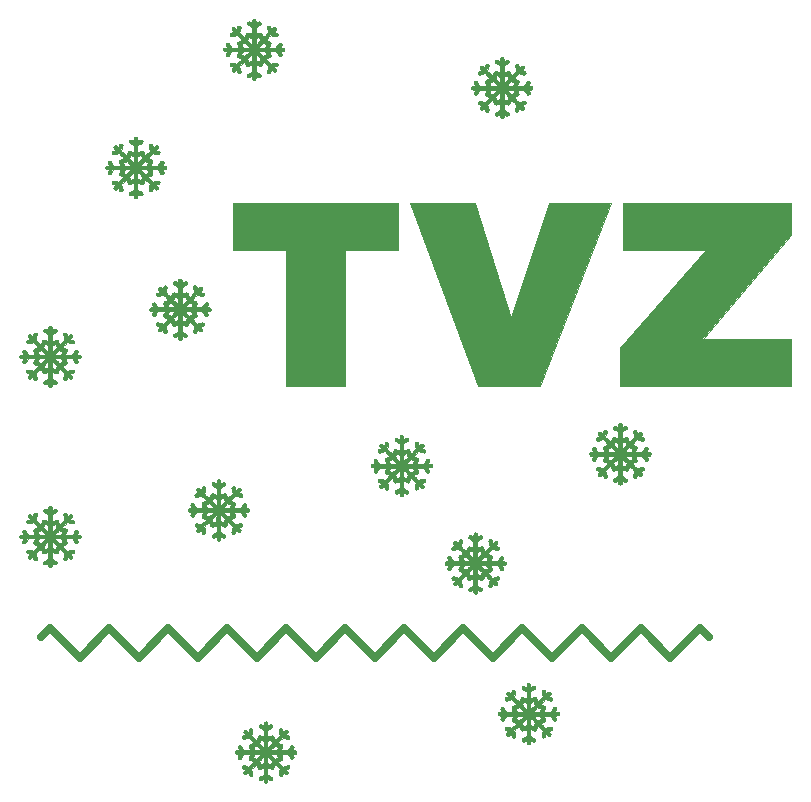
<source format=gbr>
%TF.GenerationSoftware,KiCad,Pcbnew,(5.1.10)-1*%
%TF.CreationDate,2021-10-20T09:15:12+02:00*%
%TF.ProjectId,TVZ_kuglica,54565a5f-6b75-4676-9c69-63612e6b6963,rev?*%
%TF.SameCoordinates,Original*%
%TF.FileFunction,Legend,Top*%
%TF.FilePolarity,Positive*%
%FSLAX46Y46*%
G04 Gerber Fmt 4.6, Leading zero omitted, Abs format (unit mm)*
G04 Created by KiCad (PCBNEW (5.1.10)-1) date 2021-10-20 09:15:12*
%MOMM*%
%LPD*%
G01*
G04 APERTURE LIST*
%ADD10C,0.700000*%
%ADD11C,0.100000*%
%ADD12C,0.010000*%
G04 APERTURE END LIST*
D10*
X157000000Y-121500000D02*
X154500000Y-119000000D01*
X122000000Y-121500000D02*
X119500000Y-119000000D01*
X117000000Y-121500000D02*
X114500000Y-119000000D01*
X129500000Y-119000000D02*
X127000000Y-121500000D01*
X137000000Y-121500000D02*
X134500000Y-119000000D01*
X112000000Y-121500000D02*
X109500000Y-119000000D01*
X139500000Y-119000000D02*
X137000000Y-121500000D01*
X134500000Y-119000000D02*
X132000000Y-121500000D01*
X152000000Y-121500000D02*
X149500000Y-119000000D01*
X109500000Y-119000000D02*
X108750000Y-119750000D01*
X147000000Y-121500000D02*
X144500000Y-119000000D01*
X154500000Y-119000000D02*
X152000000Y-121500000D01*
X165250000Y-119750000D02*
X164500000Y-119000000D01*
X127000000Y-121500000D02*
X124500000Y-119000000D01*
X162000000Y-121500000D02*
X159500000Y-119000000D01*
X114500000Y-119000000D02*
X112000000Y-121500000D01*
X159500000Y-119000000D02*
X157000000Y-121500000D01*
X149500000Y-119000000D02*
X147000000Y-121500000D01*
X119500000Y-119000000D02*
X117000000Y-121500000D01*
X142000000Y-121500000D02*
X139500000Y-119000000D01*
X124500000Y-119000000D02*
X122000000Y-121500000D01*
X144500000Y-119000000D02*
X142000000Y-121500000D01*
X132000000Y-121500000D02*
X129500000Y-119000000D01*
X164500000Y-119000000D02*
X162000000Y-121500000D01*
D11*
G36*
X172250000Y-85750000D02*
G01*
X164750000Y-94500000D01*
X172250000Y-94500000D01*
X172250000Y-98500000D01*
X157750000Y-98500000D01*
X157750000Y-95250000D01*
X165000000Y-87000000D01*
X158000000Y-87000000D01*
X158000000Y-83000000D01*
X172250000Y-83000000D01*
X172250000Y-85750000D01*
G37*
X172250000Y-85750000D02*
X164750000Y-94500000D01*
X172250000Y-94500000D01*
X172250000Y-98500000D01*
X157750000Y-98500000D01*
X157750000Y-95250000D01*
X165000000Y-87000000D01*
X158000000Y-87000000D01*
X158000000Y-83000000D01*
X172250000Y-83000000D01*
X172250000Y-85750000D01*
G36*
X148500000Y-92750000D02*
G01*
X151750000Y-83000000D01*
X157000000Y-83000000D01*
X151000000Y-98500000D01*
X145750000Y-98500000D01*
X140000000Y-83000000D01*
X145500000Y-83000000D01*
X148500000Y-92750000D01*
G37*
X148500000Y-92750000D02*
X151750000Y-83000000D01*
X157000000Y-83000000D01*
X151000000Y-98500000D01*
X145750000Y-98500000D01*
X140000000Y-83000000D01*
X145500000Y-83000000D01*
X148500000Y-92750000D01*
G36*
X139000000Y-87000000D02*
G01*
X134500000Y-87000000D01*
X134500000Y-98500000D01*
X129500000Y-98500000D01*
X129500000Y-87000000D01*
X125000000Y-87000000D01*
X125000000Y-83000000D01*
X139000000Y-83000000D01*
X139000000Y-87000000D01*
G37*
X139000000Y-87000000D02*
X134500000Y-87000000D01*
X134500000Y-98500000D01*
X129500000Y-98500000D01*
X129500000Y-87000000D01*
X125000000Y-87000000D01*
X125000000Y-83000000D01*
X139000000Y-83000000D01*
X139000000Y-87000000D01*
D12*
%TO.C,G\u002A\u002A\u002A*%
G36*
X116798505Y-77410765D02*
G01*
X116827367Y-77425067D01*
X116853942Y-77446464D01*
X116872890Y-77467278D01*
X116885608Y-77491553D01*
X116893489Y-77523331D01*
X116897929Y-77566656D01*
X116900323Y-77625568D01*
X116900626Y-77637377D01*
X116903932Y-77772706D01*
X117017466Y-77707839D01*
X117074991Y-77675794D01*
X117119098Y-77653836D01*
X117153448Y-77641045D01*
X117181701Y-77636497D01*
X117207518Y-77639271D01*
X117234558Y-77648445D01*
X117241448Y-77651413D01*
X117287522Y-77681151D01*
X117316624Y-77722064D01*
X117328710Y-77774080D01*
X117329082Y-77786157D01*
X117327630Y-77813921D01*
X117321914Y-77838158D01*
X117309963Y-77860751D01*
X117289805Y-77883583D01*
X117259470Y-77908537D01*
X117216988Y-77937494D01*
X117160389Y-77972339D01*
X117092521Y-78012160D01*
X116902400Y-78122360D01*
X116902400Y-78727859D01*
X117072580Y-78652913D01*
X117128832Y-78628794D01*
X117180451Y-78607880D01*
X117223879Y-78591516D01*
X117255560Y-78581049D01*
X117271026Y-78577783D01*
X117316519Y-78585792D01*
X117359879Y-78607400D01*
X117387804Y-78632895D01*
X117398691Y-78651402D01*
X117415019Y-78685061D01*
X117435049Y-78730014D01*
X117457042Y-78782405D01*
X117471931Y-78819546D01*
X117493084Y-78872781D01*
X117512010Y-78919366D01*
X117527341Y-78956014D01*
X117537707Y-78979439D01*
X117541380Y-78986331D01*
X117549975Y-78981312D01*
X117570999Y-78963520D01*
X117602628Y-78934665D01*
X117643037Y-78896453D01*
X117690400Y-78850594D01*
X117742892Y-78798795D01*
X117760125Y-78781595D01*
X117972092Y-78569447D01*
X117913911Y-78353614D01*
X117891428Y-78267821D01*
X117875253Y-78200541D01*
X117865228Y-78151022D01*
X117861194Y-78118515D01*
X117861694Y-78106231D01*
X117880659Y-78053569D01*
X117913157Y-78013831D01*
X117955810Y-77988674D01*
X118005243Y-77979754D01*
X118058077Y-77988728D01*
X118081155Y-77998579D01*
X118103052Y-78011563D01*
X118120509Y-78027541D01*
X118135268Y-78049858D01*
X118149074Y-78081859D01*
X118163672Y-78126888D01*
X118180805Y-78188290D01*
X118181560Y-78191106D01*
X118194117Y-78236702D01*
X118205240Y-78274760D01*
X118213683Y-78301167D01*
X118218084Y-78311711D01*
X118227061Y-78307236D01*
X118247356Y-78290843D01*
X118276019Y-78265078D01*
X118310100Y-78232491D01*
X118312418Y-78230212D01*
X118356356Y-78187625D01*
X118389700Y-78157632D01*
X118415825Y-78138076D01*
X118438110Y-78126797D01*
X118459931Y-78121638D01*
X118484152Y-78120437D01*
X118533421Y-78129914D01*
X118576086Y-78155722D01*
X118608443Y-78194081D01*
X118626786Y-78241212D01*
X118629562Y-78268842D01*
X118625953Y-78299324D01*
X118613840Y-78330771D01*
X118591380Y-78366061D01*
X118556726Y-78408076D01*
X118508035Y-78459694D01*
X118505955Y-78461810D01*
X118434946Y-78533981D01*
X118555133Y-78567030D01*
X118617692Y-78584754D01*
X118663743Y-78599512D01*
X118696555Y-78613001D01*
X118719398Y-78626916D01*
X118735541Y-78642953D01*
X118748254Y-78662809D01*
X118751420Y-78668844D01*
X118768600Y-78721979D01*
X118767249Y-78773259D01*
X118749031Y-78819270D01*
X118715609Y-78856602D01*
X118668649Y-78881843D01*
X118644452Y-78888177D01*
X118620990Y-78887577D01*
X118578629Y-78880455D01*
X118517274Y-78866790D01*
X118436832Y-78846561D01*
X118398551Y-78836430D01*
X118183517Y-78778847D01*
X117977298Y-78988580D01*
X117924540Y-79042394D01*
X117876605Y-79091589D01*
X117835301Y-79134287D01*
X117802432Y-79168610D01*
X117779808Y-79192678D01*
X117769234Y-79204614D01*
X117768692Y-79205456D01*
X117776883Y-79211238D01*
X117801074Y-79222747D01*
X117838205Y-79238661D01*
X117885219Y-79257658D01*
X117925560Y-79273298D01*
X117981151Y-79295300D01*
X118032089Y-79316966D01*
X118074406Y-79336493D01*
X118104132Y-79352080D01*
X118114749Y-79359183D01*
X118144144Y-79392944D01*
X118164871Y-79434067D01*
X118172400Y-79472417D01*
X118168282Y-79490680D01*
X118156561Y-79524990D01*
X118138187Y-79572964D01*
X118114108Y-79632216D01*
X118085273Y-79700361D01*
X118052633Y-79775015D01*
X118046328Y-79789180D01*
X118020256Y-79847600D01*
X118627639Y-79847600D01*
X118737839Y-79657478D01*
X118779937Y-79585804D01*
X118814377Y-79530102D01*
X118843043Y-79488399D01*
X118867818Y-79458727D01*
X118890583Y-79439113D01*
X118913221Y-79427589D01*
X118937616Y-79422182D01*
X118963842Y-79420917D01*
X119018134Y-79429495D01*
X119061338Y-79455099D01*
X119093382Y-79497683D01*
X119098586Y-79508551D01*
X119109123Y-79536405D01*
X119113475Y-79562180D01*
X119110722Y-79589536D01*
X119099940Y-79622133D01*
X119080207Y-79663632D01*
X119050602Y-79717693D01*
X119042160Y-79732533D01*
X118977293Y-79846067D01*
X119112622Y-79849373D01*
X119174575Y-79851559D01*
X119220254Y-79855554D01*
X119253703Y-79862755D01*
X119278965Y-79874555D01*
X119300081Y-79892351D01*
X119321094Y-79917536D01*
X119324932Y-79922632D01*
X119341565Y-79959660D01*
X119346332Y-80004508D01*
X119339234Y-80048505D01*
X119324932Y-80077367D01*
X119303535Y-80103942D01*
X119282721Y-80122890D01*
X119258446Y-80135608D01*
X119226668Y-80143489D01*
X119183343Y-80147929D01*
X119124431Y-80150323D01*
X119112622Y-80150626D01*
X118977293Y-80153932D01*
X119042160Y-80267466D01*
X119074205Y-80324991D01*
X119096163Y-80369098D01*
X119108954Y-80403448D01*
X119113502Y-80431701D01*
X119110728Y-80457518D01*
X119101554Y-80484558D01*
X119098586Y-80491448D01*
X119068848Y-80537522D01*
X119027935Y-80566624D01*
X118975919Y-80578710D01*
X118963842Y-80579082D01*
X118936078Y-80577630D01*
X118911841Y-80571914D01*
X118889248Y-80559963D01*
X118866416Y-80539805D01*
X118841462Y-80509470D01*
X118812505Y-80466988D01*
X118777660Y-80410389D01*
X118737839Y-80342521D01*
X118627639Y-80152400D01*
X118022140Y-80152400D01*
X118097086Y-80322580D01*
X118121205Y-80378832D01*
X118142119Y-80430451D01*
X118158483Y-80473879D01*
X118168950Y-80505560D01*
X118172216Y-80521026D01*
X118164207Y-80566519D01*
X118142599Y-80609879D01*
X118117104Y-80637804D01*
X118098601Y-80648696D01*
X118064949Y-80665041D01*
X118020004Y-80685097D01*
X117967623Y-80707124D01*
X117930453Y-80722053D01*
X117877427Y-80742999D01*
X117831199Y-80761363D01*
X117794999Y-80775852D01*
X117772057Y-80785177D01*
X117765492Y-80788006D01*
X117770911Y-80795739D01*
X117788946Y-80816089D01*
X117817895Y-80847256D01*
X117856056Y-80887436D01*
X117901729Y-80934827D01*
X117953212Y-80987627D01*
X117971473Y-81006223D01*
X118183042Y-81221279D01*
X118398314Y-81163632D01*
X118486597Y-81140713D01*
X118555755Y-81124362D01*
X118605887Y-81114558D01*
X118637090Y-81111281D01*
X118644452Y-81111822D01*
X118696776Y-81130747D01*
X118736283Y-81163245D01*
X118761309Y-81205906D01*
X118770192Y-81255317D01*
X118761266Y-81308065D01*
X118751420Y-81331155D01*
X118739065Y-81352289D01*
X118724135Y-81369162D01*
X118703361Y-81383468D01*
X118673472Y-81396905D01*
X118631200Y-81411167D01*
X118573275Y-81427951D01*
X118555133Y-81432969D01*
X118434946Y-81466018D01*
X118505955Y-81538189D01*
X118555197Y-81590215D01*
X118590334Y-81632531D01*
X118613210Y-81668018D01*
X118625670Y-81699555D01*
X118629558Y-81730021D01*
X118629562Y-81731157D01*
X118620278Y-81781440D01*
X118594991Y-81824983D01*
X118557405Y-81858006D01*
X118511224Y-81876728D01*
X118484152Y-81879562D01*
X118459503Y-81878307D01*
X118437705Y-81873052D01*
X118415379Y-81861638D01*
X118389148Y-81841905D01*
X118355636Y-81811695D01*
X118312418Y-81769787D01*
X118278089Y-81736847D01*
X118248987Y-81710565D01*
X118228062Y-81693489D01*
X118218265Y-81688168D01*
X118218084Y-81688288D01*
X118213345Y-81699835D01*
X118204744Y-81726953D01*
X118193520Y-81765543D01*
X118181400Y-81809680D01*
X118162463Y-81875752D01*
X118144985Y-81924855D01*
X118127303Y-81960098D01*
X118107757Y-81984589D01*
X118084683Y-82001440D01*
X118076724Y-82005518D01*
X118024415Y-82020352D01*
X117973709Y-82016822D01*
X117928183Y-81996784D01*
X117891412Y-81962099D01*
X117866974Y-81914625D01*
X117861694Y-81893768D01*
X117861952Y-81871824D01*
X117868099Y-81833351D01*
X117880293Y-81777601D01*
X117898694Y-81703821D01*
X117913910Y-81646386D01*
X117972091Y-81430555D01*
X117764998Y-81223277D01*
X117711647Y-81170222D01*
X117662685Y-81122187D01*
X117620005Y-81080978D01*
X117585503Y-81048402D01*
X117561072Y-81026266D01*
X117548608Y-81016375D01*
X117547652Y-81016021D01*
X117540820Y-81025045D01*
X117528368Y-81050019D01*
X117511689Y-81087824D01*
X117492176Y-81135337D01*
X117476440Y-81175670D01*
X117454399Y-81231288D01*
X117432731Y-81282230D01*
X117413229Y-81324545D01*
X117397687Y-81354278D01*
X117390554Y-81364989D01*
X117356987Y-81394203D01*
X117315955Y-81414860D01*
X117277582Y-81422400D01*
X117259319Y-81418282D01*
X117225009Y-81406561D01*
X117177035Y-81388187D01*
X117117783Y-81364108D01*
X117049638Y-81335273D01*
X116974984Y-81302633D01*
X116960820Y-81296328D01*
X116902400Y-81270256D01*
X116902400Y-81877359D01*
X117092580Y-81987699D01*
X117164323Y-82029893D01*
X117220081Y-82064434D01*
X117261820Y-82093185D01*
X117291509Y-82118010D01*
X117311114Y-82140773D01*
X117322603Y-82163339D01*
X117327944Y-82187571D01*
X117329120Y-82211807D01*
X117320497Y-82266987D01*
X117296142Y-82311640D01*
X117258318Y-82343366D01*
X117209293Y-82359767D01*
X117187687Y-82361491D01*
X117165438Y-82360345D01*
X117142502Y-82355121D01*
X117114863Y-82344199D01*
X117078502Y-82325958D01*
X117029404Y-82298779D01*
X117022413Y-82294810D01*
X116903930Y-82227420D01*
X116900625Y-82362686D01*
X116898881Y-82419337D01*
X116896495Y-82459600D01*
X116892882Y-82487407D01*
X116887457Y-82506689D01*
X116879638Y-82521377D01*
X116876372Y-82525968D01*
X116836096Y-82566630D01*
X116789911Y-82591192D01*
X116741412Y-82598445D01*
X116694194Y-82587183D01*
X116694120Y-82587148D01*
X116650265Y-82557035D01*
X116617178Y-82514875D01*
X116608436Y-82496158D01*
X116604124Y-82474767D01*
X116600626Y-82438360D01*
X116598326Y-82392236D01*
X116597600Y-82347053D01*
X116597600Y-82226550D01*
X116478351Y-82294375D01*
X116427291Y-82322837D01*
X116389483Y-82342168D01*
X116360930Y-82353981D01*
X116337640Y-82359892D01*
X116315616Y-82361516D01*
X116312312Y-82361491D01*
X116259542Y-82351698D01*
X116217092Y-82325647D01*
X116187229Y-82285737D01*
X116172219Y-82234366D01*
X116170880Y-82211807D01*
X116172435Y-82184568D01*
X116178413Y-82160634D01*
X116190782Y-82138143D01*
X116211509Y-82115230D01*
X116242562Y-82090035D01*
X116285908Y-82060694D01*
X116343515Y-82025344D01*
X116407478Y-81987839D01*
X116597600Y-81877639D01*
X116597600Y-81272140D01*
X116427420Y-81347086D01*
X116371167Y-81371205D01*
X116319548Y-81392119D01*
X116276120Y-81408483D01*
X116244439Y-81418950D01*
X116228973Y-81422216D01*
X116183480Y-81414207D01*
X116140120Y-81392599D01*
X116112195Y-81367104D01*
X116101303Y-81348601D01*
X116084958Y-81314949D01*
X116064902Y-81270004D01*
X116042875Y-81217623D01*
X116027946Y-81180453D01*
X116006941Y-81127316D01*
X115988452Y-81080874D01*
X115973787Y-81044389D01*
X115964255Y-81021122D01*
X115961267Y-81014316D01*
X115953360Y-81019446D01*
X115932869Y-81037228D01*
X115901601Y-81065970D01*
X115861361Y-81103978D01*
X115813956Y-81149560D01*
X115761192Y-81201021D01*
X115742689Y-81219225D01*
X115528000Y-81430896D01*
X115586135Y-81646557D01*
X115608610Y-81732324D01*
X115624775Y-81799578D01*
X115634789Y-81849069D01*
X115638809Y-81881545D01*
X115638305Y-81893768D01*
X115619450Y-81945586D01*
X115586914Y-81985316D01*
X115544271Y-82011099D01*
X115495100Y-82021077D01*
X115442976Y-82013392D01*
X115423275Y-82005518D01*
X115398801Y-81990373D01*
X115378359Y-81968531D01*
X115360287Y-81936882D01*
X115342923Y-81892318D01*
X115324605Y-81831729D01*
X115318599Y-81809680D01*
X115306208Y-81764179D01*
X115295516Y-81726439D01*
X115287685Y-81700464D01*
X115283920Y-81690293D01*
X115275597Y-81695372D01*
X115255894Y-81712008D01*
X115227900Y-81737491D01*
X115199746Y-81764220D01*
X115163580Y-81798183D01*
X115129483Y-81828508D01*
X115101985Y-81851254D01*
X115088840Y-81860709D01*
X115043860Y-81877748D01*
X114997121Y-81877569D01*
X114952566Y-81862456D01*
X114914136Y-81834693D01*
X114885776Y-81796565D01*
X114871426Y-81750357D01*
X114870437Y-81734152D01*
X114871692Y-81709503D01*
X114876947Y-81687705D01*
X114888361Y-81665379D01*
X114908094Y-81639148D01*
X114938304Y-81605636D01*
X114980212Y-81562418D01*
X115013152Y-81528089D01*
X115039434Y-81498987D01*
X115056510Y-81478062D01*
X115061831Y-81468265D01*
X115061711Y-81468084D01*
X115050159Y-81463335D01*
X115023054Y-81454723D01*
X114984508Y-81443496D01*
X114941106Y-81431560D01*
X114878987Y-81414291D01*
X114833373Y-81399626D01*
X114800920Y-81385822D01*
X114778282Y-81371133D01*
X114762117Y-81353817D01*
X114749078Y-81332129D01*
X114748579Y-81331155D01*
X114731337Y-81277885D01*
X114732712Y-81226570D01*
X114751050Y-81180576D01*
X114784697Y-81143271D01*
X114832000Y-81118024D01*
X114856361Y-81111669D01*
X114878160Y-81111878D01*
X114916214Y-81117890D01*
X114971344Y-81129880D01*
X115044372Y-81148020D01*
X115103885Y-81163745D01*
X115319726Y-81221809D01*
X115526863Y-81014857D01*
X115579904Y-80961513D01*
X115627924Y-80912542D01*
X115669117Y-80869844D01*
X115701675Y-80835316D01*
X115723789Y-80810855D01*
X115733653Y-80798359D01*
X115734000Y-80797404D01*
X115724978Y-80790502D01*
X115702931Y-80779481D01*
X116192008Y-80779481D01*
X116249356Y-80923140D01*
X116269580Y-80972863D01*
X116287483Y-81015125D01*
X116301630Y-81046674D01*
X116310588Y-81064256D01*
X116312732Y-81066800D01*
X116323673Y-81062889D01*
X116349735Y-81052127D01*
X116387496Y-81035968D01*
X116433531Y-81015866D01*
X116455640Y-81006096D01*
X116592520Y-80945392D01*
X116592549Y-80942257D01*
X116902400Y-80942257D01*
X117042100Y-81003967D01*
X117091317Y-81025553D01*
X117133870Y-81043921D01*
X117166342Y-81057620D01*
X117185320Y-81065199D01*
X117188642Y-81066239D01*
X117194477Y-81057477D01*
X117206135Y-81032924D01*
X117222211Y-80995776D01*
X117241301Y-80949236D01*
X117253530Y-80918359D01*
X117311576Y-80769919D01*
X117106988Y-80565330D01*
X116902400Y-80360742D01*
X116902400Y-80942257D01*
X116592549Y-80942257D01*
X116597910Y-80366376D01*
X116485144Y-80475288D01*
X116435726Y-80523805D01*
X116382039Y-80577810D01*
X116330209Y-80631066D01*
X116286363Y-80677339D01*
X116282193Y-80681840D01*
X116192008Y-80779481D01*
X115702931Y-80779481D01*
X115699996Y-80778014D01*
X115662175Y-80761333D01*
X115614641Y-80741854D01*
X115574351Y-80726191D01*
X115518716Y-80704230D01*
X115467759Y-80682630D01*
X115425436Y-80663180D01*
X115395704Y-80647670D01*
X115385010Y-80640554D01*
X115355796Y-80606988D01*
X115335139Y-80565955D01*
X115327600Y-80527582D01*
X115331717Y-80509319D01*
X115343438Y-80475009D01*
X115355323Y-80443975D01*
X115686908Y-80443975D01*
X115697829Y-80449461D01*
X115723591Y-80460578D01*
X115760063Y-80475680D01*
X115803115Y-80493121D01*
X115848616Y-80511255D01*
X115892433Y-80528438D01*
X115930437Y-80543024D01*
X115958496Y-80553368D01*
X115972478Y-80557823D01*
X115972855Y-80557874D01*
X115982418Y-80551193D01*
X116004341Y-80531864D01*
X116036708Y-80501702D01*
X116077607Y-80462524D01*
X116125122Y-80416143D01*
X116177340Y-80364377D01*
X116186120Y-80355600D01*
X116389129Y-80152400D01*
X115807753Y-80152400D01*
X115745036Y-80295893D01*
X115723734Y-80345557D01*
X115706136Y-80388375D01*
X115693536Y-80421054D01*
X115687224Y-80440301D01*
X115686908Y-80443975D01*
X115355323Y-80443975D01*
X115361812Y-80427035D01*
X115385891Y-80367783D01*
X115414726Y-80299638D01*
X115447366Y-80224984D01*
X115453671Y-80210820D01*
X115479743Y-80152400D01*
X114872360Y-80152400D01*
X114762160Y-80342521D01*
X114720062Y-80414195D01*
X114685622Y-80469897D01*
X114656956Y-80511600D01*
X114632181Y-80541272D01*
X114609416Y-80560886D01*
X114586778Y-80572410D01*
X114562383Y-80577817D01*
X114536157Y-80579082D01*
X114481865Y-80570504D01*
X114438661Y-80544900D01*
X114406617Y-80502316D01*
X114401413Y-80491448D01*
X114390876Y-80463594D01*
X114386524Y-80437819D01*
X114389277Y-80410463D01*
X114400059Y-80377866D01*
X114419792Y-80336367D01*
X114449397Y-80282306D01*
X114457839Y-80267466D01*
X114522706Y-80153932D01*
X114446773Y-80152077D01*
X117122387Y-80152077D01*
X117233373Y-80265706D01*
X117280978Y-80314606D01*
X117332334Y-80367625D01*
X117381777Y-80418901D01*
X117423647Y-80462576D01*
X117429838Y-80469068D01*
X117463149Y-80503563D01*
X117491384Y-80531915D01*
X117511642Y-80551273D01*
X117521024Y-80558786D01*
X117521140Y-80558800D01*
X117532121Y-80555228D01*
X117558563Y-80545381D01*
X117597072Y-80530557D01*
X117644254Y-80512055D01*
X117671882Y-80501097D01*
X117721843Y-80480829D01*
X117764356Y-80462869D01*
X117796179Y-80448643D01*
X117814071Y-80439577D01*
X117816800Y-80437317D01*
X117812889Y-80426358D01*
X117802126Y-80400279D01*
X117785966Y-80362505D01*
X117765863Y-80316462D01*
X117756096Y-80294359D01*
X117695392Y-80157480D01*
X117408890Y-80154778D01*
X117122387Y-80152077D01*
X114446773Y-80152077D01*
X114387377Y-80150626D01*
X114325424Y-80148440D01*
X114279745Y-80144445D01*
X114246296Y-80137244D01*
X114221034Y-80125444D01*
X114199918Y-80107648D01*
X114178905Y-80082463D01*
X114175067Y-80077367D01*
X114158434Y-80040339D01*
X114153667Y-79995491D01*
X114160765Y-79951494D01*
X114175067Y-79922632D01*
X114196464Y-79896057D01*
X114217278Y-79877109D01*
X114241553Y-79864391D01*
X114273331Y-79856510D01*
X114316656Y-79852070D01*
X114375568Y-79849676D01*
X114387377Y-79849373D01*
X114522706Y-79846067D01*
X114457839Y-79732533D01*
X114425794Y-79675008D01*
X114403836Y-79630901D01*
X114391045Y-79596551D01*
X114386497Y-79568298D01*
X114389271Y-79542481D01*
X114398445Y-79515441D01*
X114401413Y-79508551D01*
X114431151Y-79462477D01*
X114472064Y-79433375D01*
X114524080Y-79421289D01*
X114536157Y-79420917D01*
X114563921Y-79422369D01*
X114588158Y-79428085D01*
X114610751Y-79440036D01*
X114633583Y-79460194D01*
X114658537Y-79490529D01*
X114687494Y-79533011D01*
X114722339Y-79589610D01*
X114762160Y-79657478D01*
X114872360Y-79847600D01*
X115175109Y-79847599D01*
X115477859Y-79847599D01*
X115402913Y-79677419D01*
X115378794Y-79621167D01*
X115357880Y-79569548D01*
X115355488Y-79563199D01*
X115683200Y-79563199D01*
X115687125Y-79574448D01*
X115697861Y-79600534D01*
X115713849Y-79637777D01*
X115733532Y-79682495D01*
X115737285Y-79690916D01*
X115758154Y-79737880D01*
X115776352Y-79779261D01*
X115790073Y-79810923D01*
X115797512Y-79828729D01*
X115797927Y-79829820D01*
X115801154Y-79834990D01*
X115808060Y-79839055D01*
X115820858Y-79842144D01*
X115841764Y-79844391D01*
X115872993Y-79845926D01*
X115916759Y-79846882D01*
X115975277Y-79847390D01*
X116050761Y-79847581D01*
X116096869Y-79847600D01*
X116389257Y-79847600D01*
X117122702Y-79847600D01*
X117692223Y-79847600D01*
X117748827Y-79718060D01*
X117769944Y-79669582D01*
X117788447Y-79626826D01*
X117802642Y-79593727D01*
X117810832Y-79574226D01*
X117811801Y-79571785D01*
X117811162Y-79564112D01*
X117801985Y-79555215D01*
X117781911Y-79543855D01*
X117748582Y-79528794D01*
X117699640Y-79508794D01*
X117668589Y-79496559D01*
X117519007Y-79438067D01*
X117431683Y-79529283D01*
X117390944Y-79571676D01*
X117341738Y-79622633D01*
X117289819Y-79676207D01*
X117240944Y-79726450D01*
X117233531Y-79734049D01*
X117122702Y-79847600D01*
X116389257Y-79847600D01*
X115980060Y-79438403D01*
X115831630Y-79497504D01*
X115781023Y-79518051D01*
X115737829Y-79536346D01*
X115705251Y-79550971D01*
X115686490Y-79560509D01*
X115683200Y-79563199D01*
X115355488Y-79563199D01*
X115341516Y-79526120D01*
X115331049Y-79494439D01*
X115327783Y-79478973D01*
X115335873Y-79433227D01*
X115357726Y-79389697D01*
X115383167Y-79361981D01*
X115401790Y-79351029D01*
X115435565Y-79334684D01*
X115480616Y-79314687D01*
X115533068Y-79292778D01*
X115569818Y-79278131D01*
X115623031Y-79257098D01*
X115669583Y-79238250D01*
X115706182Y-79222955D01*
X115707974Y-79222159D01*
X116191238Y-79222159D01*
X116244080Y-79278339D01*
X116265005Y-79300235D01*
X116295175Y-79331340D01*
X116332241Y-79369276D01*
X116373853Y-79411666D01*
X116417663Y-79456133D01*
X116461319Y-79500300D01*
X116502473Y-79541790D01*
X116538776Y-79578226D01*
X116567877Y-79607231D01*
X116587427Y-79626427D01*
X116595060Y-79633435D01*
X116595713Y-79623913D01*
X116596304Y-79596616D01*
X116596810Y-79554087D01*
X116597210Y-79498872D01*
X116597479Y-79433513D01*
X116597596Y-79360555D01*
X116597600Y-79345996D01*
X116597600Y-79057753D01*
X116596795Y-79057401D01*
X116902400Y-79057401D01*
X116902400Y-79639257D01*
X117106605Y-79435052D01*
X117310810Y-79230846D01*
X117253311Y-79084796D01*
X117233294Y-79034290D01*
X117215834Y-78990878D01*
X117202293Y-78957892D01*
X117194030Y-78938665D01*
X117192226Y-78935159D01*
X117182197Y-78937790D01*
X117156888Y-78947402D01*
X117119566Y-78962675D01*
X117073497Y-78982287D01*
X117045519Y-78994486D01*
X116902400Y-79057401D01*
X116596795Y-79057401D01*
X116454106Y-78995036D01*
X116404448Y-78973730D01*
X116361644Y-78956119D01*
X116328985Y-78943499D01*
X116309762Y-78937162D01*
X116306102Y-78936830D01*
X116300988Y-78947398D01*
X116289929Y-78973470D01*
X116274339Y-79011612D01*
X116255633Y-79058388D01*
X116246414Y-79081750D01*
X116191238Y-79222159D01*
X115707974Y-79222159D01*
X115729532Y-79212584D01*
X115736331Y-79208897D01*
X115731311Y-79200231D01*
X115713517Y-79179140D01*
X115684657Y-79147452D01*
X115646441Y-79106995D01*
X115600576Y-79059596D01*
X115548772Y-79007084D01*
X115531595Y-78989874D01*
X115319447Y-78777907D01*
X115103614Y-78836088D01*
X115017821Y-78858571D01*
X114950541Y-78874746D01*
X114901022Y-78884771D01*
X114868515Y-78888805D01*
X114856231Y-78888305D01*
X114803569Y-78869340D01*
X114763831Y-78836842D01*
X114738674Y-78794189D01*
X114729754Y-78744756D01*
X114738728Y-78691922D01*
X114748579Y-78668844D01*
X114761563Y-78646947D01*
X114777541Y-78629490D01*
X114799858Y-78614731D01*
X114831859Y-78600925D01*
X114876888Y-78586327D01*
X114938290Y-78569194D01*
X114941106Y-78568439D01*
X114986702Y-78555882D01*
X115024760Y-78544759D01*
X115051167Y-78536316D01*
X115061711Y-78531915D01*
X115057236Y-78522938D01*
X115040843Y-78502643D01*
X115015078Y-78473980D01*
X114982491Y-78439899D01*
X114980212Y-78437581D01*
X114937625Y-78393643D01*
X114907632Y-78360299D01*
X114888076Y-78334174D01*
X114876797Y-78311889D01*
X114871638Y-78290068D01*
X114870437Y-78265847D01*
X114879442Y-78217526D01*
X114903726Y-78176550D01*
X114939347Y-78145204D01*
X114982362Y-78125772D01*
X115028828Y-78120540D01*
X115074804Y-78131791D01*
X115088840Y-78139290D01*
X115108802Y-78154159D01*
X115138618Y-78179438D01*
X115173757Y-78211187D01*
X115199746Y-78235779D01*
X115232379Y-78266670D01*
X115259357Y-78291032D01*
X115277592Y-78306152D01*
X115283920Y-78309706D01*
X115287867Y-78298986D01*
X115295806Y-78272631D01*
X115306567Y-78234656D01*
X115318439Y-78191106D01*
X115335708Y-78128987D01*
X115350373Y-78083373D01*
X115364177Y-78050920D01*
X115378866Y-78028282D01*
X115396182Y-78012117D01*
X115417870Y-77999078D01*
X115418844Y-77998579D01*
X115472103Y-77981345D01*
X115523423Y-77982722D01*
X115569426Y-78001054D01*
X115606735Y-78034683D01*
X115631973Y-78081953D01*
X115638305Y-78106231D01*
X115638047Y-78128192D01*
X115631895Y-78166691D01*
X115619691Y-78222475D01*
X115601277Y-78296294D01*
X115586163Y-78353336D01*
X115528057Y-78568890D01*
X115739200Y-78776445D01*
X115793121Y-78829250D01*
X115842375Y-78877103D01*
X115885104Y-78918229D01*
X115919450Y-78950852D01*
X115943554Y-78973199D01*
X115955558Y-78983494D01*
X115956471Y-78983978D01*
X115961932Y-78974970D01*
X115973193Y-78950039D01*
X115988946Y-78912296D01*
X116007882Y-78864854D01*
X116023560Y-78824329D01*
X116045600Y-78768711D01*
X116067268Y-78717769D01*
X116086770Y-78675454D01*
X116102312Y-78645721D01*
X116109445Y-78635010D01*
X116143967Y-78605122D01*
X116186074Y-78584562D01*
X116223893Y-78577727D01*
X116240322Y-78581653D01*
X116271951Y-78592488D01*
X116315384Y-78608948D01*
X116367228Y-78629748D01*
X116422340Y-78652854D01*
X116597600Y-78727853D01*
X116597600Y-78425107D01*
X116597599Y-78122360D01*
X116407478Y-78012160D01*
X116335804Y-77970062D01*
X116280102Y-77935622D01*
X116238399Y-77906956D01*
X116208727Y-77882181D01*
X116189113Y-77859416D01*
X116177589Y-77836778D01*
X116172182Y-77812383D01*
X116170917Y-77786157D01*
X116179495Y-77731865D01*
X116205099Y-77688661D01*
X116247683Y-77656617D01*
X116258551Y-77651413D01*
X116286405Y-77640876D01*
X116312180Y-77636524D01*
X116339536Y-77639277D01*
X116372133Y-77650059D01*
X116413632Y-77669792D01*
X116467693Y-77699397D01*
X116482533Y-77707839D01*
X116596067Y-77772706D01*
X116599373Y-77637377D01*
X116601559Y-77575424D01*
X116605554Y-77529745D01*
X116612755Y-77496296D01*
X116624555Y-77471034D01*
X116642351Y-77449918D01*
X116667536Y-77428905D01*
X116672632Y-77425067D01*
X116709660Y-77408434D01*
X116754508Y-77403667D01*
X116798505Y-77410765D01*
G37*
X116798505Y-77410765D02*
X116827367Y-77425067D01*
X116853942Y-77446464D01*
X116872890Y-77467278D01*
X116885608Y-77491553D01*
X116893489Y-77523331D01*
X116897929Y-77566656D01*
X116900323Y-77625568D01*
X116900626Y-77637377D01*
X116903932Y-77772706D01*
X117017466Y-77707839D01*
X117074991Y-77675794D01*
X117119098Y-77653836D01*
X117153448Y-77641045D01*
X117181701Y-77636497D01*
X117207518Y-77639271D01*
X117234558Y-77648445D01*
X117241448Y-77651413D01*
X117287522Y-77681151D01*
X117316624Y-77722064D01*
X117328710Y-77774080D01*
X117329082Y-77786157D01*
X117327630Y-77813921D01*
X117321914Y-77838158D01*
X117309963Y-77860751D01*
X117289805Y-77883583D01*
X117259470Y-77908537D01*
X117216988Y-77937494D01*
X117160389Y-77972339D01*
X117092521Y-78012160D01*
X116902400Y-78122360D01*
X116902400Y-78727859D01*
X117072580Y-78652913D01*
X117128832Y-78628794D01*
X117180451Y-78607880D01*
X117223879Y-78591516D01*
X117255560Y-78581049D01*
X117271026Y-78577783D01*
X117316519Y-78585792D01*
X117359879Y-78607400D01*
X117387804Y-78632895D01*
X117398691Y-78651402D01*
X117415019Y-78685061D01*
X117435049Y-78730014D01*
X117457042Y-78782405D01*
X117471931Y-78819546D01*
X117493084Y-78872781D01*
X117512010Y-78919366D01*
X117527341Y-78956014D01*
X117537707Y-78979439D01*
X117541380Y-78986331D01*
X117549975Y-78981312D01*
X117570999Y-78963520D01*
X117602628Y-78934665D01*
X117643037Y-78896453D01*
X117690400Y-78850594D01*
X117742892Y-78798795D01*
X117760125Y-78781595D01*
X117972092Y-78569447D01*
X117913911Y-78353614D01*
X117891428Y-78267821D01*
X117875253Y-78200541D01*
X117865228Y-78151022D01*
X117861194Y-78118515D01*
X117861694Y-78106231D01*
X117880659Y-78053569D01*
X117913157Y-78013831D01*
X117955810Y-77988674D01*
X118005243Y-77979754D01*
X118058077Y-77988728D01*
X118081155Y-77998579D01*
X118103052Y-78011563D01*
X118120509Y-78027541D01*
X118135268Y-78049858D01*
X118149074Y-78081859D01*
X118163672Y-78126888D01*
X118180805Y-78188290D01*
X118181560Y-78191106D01*
X118194117Y-78236702D01*
X118205240Y-78274760D01*
X118213683Y-78301167D01*
X118218084Y-78311711D01*
X118227061Y-78307236D01*
X118247356Y-78290843D01*
X118276019Y-78265078D01*
X118310100Y-78232491D01*
X118312418Y-78230212D01*
X118356356Y-78187625D01*
X118389700Y-78157632D01*
X118415825Y-78138076D01*
X118438110Y-78126797D01*
X118459931Y-78121638D01*
X118484152Y-78120437D01*
X118533421Y-78129914D01*
X118576086Y-78155722D01*
X118608443Y-78194081D01*
X118626786Y-78241212D01*
X118629562Y-78268842D01*
X118625953Y-78299324D01*
X118613840Y-78330771D01*
X118591380Y-78366061D01*
X118556726Y-78408076D01*
X118508035Y-78459694D01*
X118505955Y-78461810D01*
X118434946Y-78533981D01*
X118555133Y-78567030D01*
X118617692Y-78584754D01*
X118663743Y-78599512D01*
X118696555Y-78613001D01*
X118719398Y-78626916D01*
X118735541Y-78642953D01*
X118748254Y-78662809D01*
X118751420Y-78668844D01*
X118768600Y-78721979D01*
X118767249Y-78773259D01*
X118749031Y-78819270D01*
X118715609Y-78856602D01*
X118668649Y-78881843D01*
X118644452Y-78888177D01*
X118620990Y-78887577D01*
X118578629Y-78880455D01*
X118517274Y-78866790D01*
X118436832Y-78846561D01*
X118398551Y-78836430D01*
X118183517Y-78778847D01*
X117977298Y-78988580D01*
X117924540Y-79042394D01*
X117876605Y-79091589D01*
X117835301Y-79134287D01*
X117802432Y-79168610D01*
X117779808Y-79192678D01*
X117769234Y-79204614D01*
X117768692Y-79205456D01*
X117776883Y-79211238D01*
X117801074Y-79222747D01*
X117838205Y-79238661D01*
X117885219Y-79257658D01*
X117925560Y-79273298D01*
X117981151Y-79295300D01*
X118032089Y-79316966D01*
X118074406Y-79336493D01*
X118104132Y-79352080D01*
X118114749Y-79359183D01*
X118144144Y-79392944D01*
X118164871Y-79434067D01*
X118172400Y-79472417D01*
X118168282Y-79490680D01*
X118156561Y-79524990D01*
X118138187Y-79572964D01*
X118114108Y-79632216D01*
X118085273Y-79700361D01*
X118052633Y-79775015D01*
X118046328Y-79789180D01*
X118020256Y-79847600D01*
X118627639Y-79847600D01*
X118737839Y-79657478D01*
X118779937Y-79585804D01*
X118814377Y-79530102D01*
X118843043Y-79488399D01*
X118867818Y-79458727D01*
X118890583Y-79439113D01*
X118913221Y-79427589D01*
X118937616Y-79422182D01*
X118963842Y-79420917D01*
X119018134Y-79429495D01*
X119061338Y-79455099D01*
X119093382Y-79497683D01*
X119098586Y-79508551D01*
X119109123Y-79536405D01*
X119113475Y-79562180D01*
X119110722Y-79589536D01*
X119099940Y-79622133D01*
X119080207Y-79663632D01*
X119050602Y-79717693D01*
X119042160Y-79732533D01*
X118977293Y-79846067D01*
X119112622Y-79849373D01*
X119174575Y-79851559D01*
X119220254Y-79855554D01*
X119253703Y-79862755D01*
X119278965Y-79874555D01*
X119300081Y-79892351D01*
X119321094Y-79917536D01*
X119324932Y-79922632D01*
X119341565Y-79959660D01*
X119346332Y-80004508D01*
X119339234Y-80048505D01*
X119324932Y-80077367D01*
X119303535Y-80103942D01*
X119282721Y-80122890D01*
X119258446Y-80135608D01*
X119226668Y-80143489D01*
X119183343Y-80147929D01*
X119124431Y-80150323D01*
X119112622Y-80150626D01*
X118977293Y-80153932D01*
X119042160Y-80267466D01*
X119074205Y-80324991D01*
X119096163Y-80369098D01*
X119108954Y-80403448D01*
X119113502Y-80431701D01*
X119110728Y-80457518D01*
X119101554Y-80484558D01*
X119098586Y-80491448D01*
X119068848Y-80537522D01*
X119027935Y-80566624D01*
X118975919Y-80578710D01*
X118963842Y-80579082D01*
X118936078Y-80577630D01*
X118911841Y-80571914D01*
X118889248Y-80559963D01*
X118866416Y-80539805D01*
X118841462Y-80509470D01*
X118812505Y-80466988D01*
X118777660Y-80410389D01*
X118737839Y-80342521D01*
X118627639Y-80152400D01*
X118022140Y-80152400D01*
X118097086Y-80322580D01*
X118121205Y-80378832D01*
X118142119Y-80430451D01*
X118158483Y-80473879D01*
X118168950Y-80505560D01*
X118172216Y-80521026D01*
X118164207Y-80566519D01*
X118142599Y-80609879D01*
X118117104Y-80637804D01*
X118098601Y-80648696D01*
X118064949Y-80665041D01*
X118020004Y-80685097D01*
X117967623Y-80707124D01*
X117930453Y-80722053D01*
X117877427Y-80742999D01*
X117831199Y-80761363D01*
X117794999Y-80775852D01*
X117772057Y-80785177D01*
X117765492Y-80788006D01*
X117770911Y-80795739D01*
X117788946Y-80816089D01*
X117817895Y-80847256D01*
X117856056Y-80887436D01*
X117901729Y-80934827D01*
X117953212Y-80987627D01*
X117971473Y-81006223D01*
X118183042Y-81221279D01*
X118398314Y-81163632D01*
X118486597Y-81140713D01*
X118555755Y-81124362D01*
X118605887Y-81114558D01*
X118637090Y-81111281D01*
X118644452Y-81111822D01*
X118696776Y-81130747D01*
X118736283Y-81163245D01*
X118761309Y-81205906D01*
X118770192Y-81255317D01*
X118761266Y-81308065D01*
X118751420Y-81331155D01*
X118739065Y-81352289D01*
X118724135Y-81369162D01*
X118703361Y-81383468D01*
X118673472Y-81396905D01*
X118631200Y-81411167D01*
X118573275Y-81427951D01*
X118555133Y-81432969D01*
X118434946Y-81466018D01*
X118505955Y-81538189D01*
X118555197Y-81590215D01*
X118590334Y-81632531D01*
X118613210Y-81668018D01*
X118625670Y-81699555D01*
X118629558Y-81730021D01*
X118629562Y-81731157D01*
X118620278Y-81781440D01*
X118594991Y-81824983D01*
X118557405Y-81858006D01*
X118511224Y-81876728D01*
X118484152Y-81879562D01*
X118459503Y-81878307D01*
X118437705Y-81873052D01*
X118415379Y-81861638D01*
X118389148Y-81841905D01*
X118355636Y-81811695D01*
X118312418Y-81769787D01*
X118278089Y-81736847D01*
X118248987Y-81710565D01*
X118228062Y-81693489D01*
X118218265Y-81688168D01*
X118218084Y-81688288D01*
X118213345Y-81699835D01*
X118204744Y-81726953D01*
X118193520Y-81765543D01*
X118181400Y-81809680D01*
X118162463Y-81875752D01*
X118144985Y-81924855D01*
X118127303Y-81960098D01*
X118107757Y-81984589D01*
X118084683Y-82001440D01*
X118076724Y-82005518D01*
X118024415Y-82020352D01*
X117973709Y-82016822D01*
X117928183Y-81996784D01*
X117891412Y-81962099D01*
X117866974Y-81914625D01*
X117861694Y-81893768D01*
X117861952Y-81871824D01*
X117868099Y-81833351D01*
X117880293Y-81777601D01*
X117898694Y-81703821D01*
X117913910Y-81646386D01*
X117972091Y-81430555D01*
X117764998Y-81223277D01*
X117711647Y-81170222D01*
X117662685Y-81122187D01*
X117620005Y-81080978D01*
X117585503Y-81048402D01*
X117561072Y-81026266D01*
X117548608Y-81016375D01*
X117547652Y-81016021D01*
X117540820Y-81025045D01*
X117528368Y-81050019D01*
X117511689Y-81087824D01*
X117492176Y-81135337D01*
X117476440Y-81175670D01*
X117454399Y-81231288D01*
X117432731Y-81282230D01*
X117413229Y-81324545D01*
X117397687Y-81354278D01*
X117390554Y-81364989D01*
X117356987Y-81394203D01*
X117315955Y-81414860D01*
X117277582Y-81422400D01*
X117259319Y-81418282D01*
X117225009Y-81406561D01*
X117177035Y-81388187D01*
X117117783Y-81364108D01*
X117049638Y-81335273D01*
X116974984Y-81302633D01*
X116960820Y-81296328D01*
X116902400Y-81270256D01*
X116902400Y-81877359D01*
X117092580Y-81987699D01*
X117164323Y-82029893D01*
X117220081Y-82064434D01*
X117261820Y-82093185D01*
X117291509Y-82118010D01*
X117311114Y-82140773D01*
X117322603Y-82163339D01*
X117327944Y-82187571D01*
X117329120Y-82211807D01*
X117320497Y-82266987D01*
X117296142Y-82311640D01*
X117258318Y-82343366D01*
X117209293Y-82359767D01*
X117187687Y-82361491D01*
X117165438Y-82360345D01*
X117142502Y-82355121D01*
X117114863Y-82344199D01*
X117078502Y-82325958D01*
X117029404Y-82298779D01*
X117022413Y-82294810D01*
X116903930Y-82227420D01*
X116900625Y-82362686D01*
X116898881Y-82419337D01*
X116896495Y-82459600D01*
X116892882Y-82487407D01*
X116887457Y-82506689D01*
X116879638Y-82521377D01*
X116876372Y-82525968D01*
X116836096Y-82566630D01*
X116789911Y-82591192D01*
X116741412Y-82598445D01*
X116694194Y-82587183D01*
X116694120Y-82587148D01*
X116650265Y-82557035D01*
X116617178Y-82514875D01*
X116608436Y-82496158D01*
X116604124Y-82474767D01*
X116600626Y-82438360D01*
X116598326Y-82392236D01*
X116597600Y-82347053D01*
X116597600Y-82226550D01*
X116478351Y-82294375D01*
X116427291Y-82322837D01*
X116389483Y-82342168D01*
X116360930Y-82353981D01*
X116337640Y-82359892D01*
X116315616Y-82361516D01*
X116312312Y-82361491D01*
X116259542Y-82351698D01*
X116217092Y-82325647D01*
X116187229Y-82285737D01*
X116172219Y-82234366D01*
X116170880Y-82211807D01*
X116172435Y-82184568D01*
X116178413Y-82160634D01*
X116190782Y-82138143D01*
X116211509Y-82115230D01*
X116242562Y-82090035D01*
X116285908Y-82060694D01*
X116343515Y-82025344D01*
X116407478Y-81987839D01*
X116597600Y-81877639D01*
X116597600Y-81272140D01*
X116427420Y-81347086D01*
X116371167Y-81371205D01*
X116319548Y-81392119D01*
X116276120Y-81408483D01*
X116244439Y-81418950D01*
X116228973Y-81422216D01*
X116183480Y-81414207D01*
X116140120Y-81392599D01*
X116112195Y-81367104D01*
X116101303Y-81348601D01*
X116084958Y-81314949D01*
X116064902Y-81270004D01*
X116042875Y-81217623D01*
X116027946Y-81180453D01*
X116006941Y-81127316D01*
X115988452Y-81080874D01*
X115973787Y-81044389D01*
X115964255Y-81021122D01*
X115961267Y-81014316D01*
X115953360Y-81019446D01*
X115932869Y-81037228D01*
X115901601Y-81065970D01*
X115861361Y-81103978D01*
X115813956Y-81149560D01*
X115761192Y-81201021D01*
X115742689Y-81219225D01*
X115528000Y-81430896D01*
X115586135Y-81646557D01*
X115608610Y-81732324D01*
X115624775Y-81799578D01*
X115634789Y-81849069D01*
X115638809Y-81881545D01*
X115638305Y-81893768D01*
X115619450Y-81945586D01*
X115586914Y-81985316D01*
X115544271Y-82011099D01*
X115495100Y-82021077D01*
X115442976Y-82013392D01*
X115423275Y-82005518D01*
X115398801Y-81990373D01*
X115378359Y-81968531D01*
X115360287Y-81936882D01*
X115342923Y-81892318D01*
X115324605Y-81831729D01*
X115318599Y-81809680D01*
X115306208Y-81764179D01*
X115295516Y-81726439D01*
X115287685Y-81700464D01*
X115283920Y-81690293D01*
X115275597Y-81695372D01*
X115255894Y-81712008D01*
X115227900Y-81737491D01*
X115199746Y-81764220D01*
X115163580Y-81798183D01*
X115129483Y-81828508D01*
X115101985Y-81851254D01*
X115088840Y-81860709D01*
X115043860Y-81877748D01*
X114997121Y-81877569D01*
X114952566Y-81862456D01*
X114914136Y-81834693D01*
X114885776Y-81796565D01*
X114871426Y-81750357D01*
X114870437Y-81734152D01*
X114871692Y-81709503D01*
X114876947Y-81687705D01*
X114888361Y-81665379D01*
X114908094Y-81639148D01*
X114938304Y-81605636D01*
X114980212Y-81562418D01*
X115013152Y-81528089D01*
X115039434Y-81498987D01*
X115056510Y-81478062D01*
X115061831Y-81468265D01*
X115061711Y-81468084D01*
X115050159Y-81463335D01*
X115023054Y-81454723D01*
X114984508Y-81443496D01*
X114941106Y-81431560D01*
X114878987Y-81414291D01*
X114833373Y-81399626D01*
X114800920Y-81385822D01*
X114778282Y-81371133D01*
X114762117Y-81353817D01*
X114749078Y-81332129D01*
X114748579Y-81331155D01*
X114731337Y-81277885D01*
X114732712Y-81226570D01*
X114751050Y-81180576D01*
X114784697Y-81143271D01*
X114832000Y-81118024D01*
X114856361Y-81111669D01*
X114878160Y-81111878D01*
X114916214Y-81117890D01*
X114971344Y-81129880D01*
X115044372Y-81148020D01*
X115103885Y-81163745D01*
X115319726Y-81221809D01*
X115526863Y-81014857D01*
X115579904Y-80961513D01*
X115627924Y-80912542D01*
X115669117Y-80869844D01*
X115701675Y-80835316D01*
X115723789Y-80810855D01*
X115733653Y-80798359D01*
X115734000Y-80797404D01*
X115724978Y-80790502D01*
X115702931Y-80779481D01*
X116192008Y-80779481D01*
X116249356Y-80923140D01*
X116269580Y-80972863D01*
X116287483Y-81015125D01*
X116301630Y-81046674D01*
X116310588Y-81064256D01*
X116312732Y-81066800D01*
X116323673Y-81062889D01*
X116349735Y-81052127D01*
X116387496Y-81035968D01*
X116433531Y-81015866D01*
X116455640Y-81006096D01*
X116592520Y-80945392D01*
X116592549Y-80942257D01*
X116902400Y-80942257D01*
X117042100Y-81003967D01*
X117091317Y-81025553D01*
X117133870Y-81043921D01*
X117166342Y-81057620D01*
X117185320Y-81065199D01*
X117188642Y-81066239D01*
X117194477Y-81057477D01*
X117206135Y-81032924D01*
X117222211Y-80995776D01*
X117241301Y-80949236D01*
X117253530Y-80918359D01*
X117311576Y-80769919D01*
X117106988Y-80565330D01*
X116902400Y-80360742D01*
X116902400Y-80942257D01*
X116592549Y-80942257D01*
X116597910Y-80366376D01*
X116485144Y-80475288D01*
X116435726Y-80523805D01*
X116382039Y-80577810D01*
X116330209Y-80631066D01*
X116286363Y-80677339D01*
X116282193Y-80681840D01*
X116192008Y-80779481D01*
X115702931Y-80779481D01*
X115699996Y-80778014D01*
X115662175Y-80761333D01*
X115614641Y-80741854D01*
X115574351Y-80726191D01*
X115518716Y-80704230D01*
X115467759Y-80682630D01*
X115425436Y-80663180D01*
X115395704Y-80647670D01*
X115385010Y-80640554D01*
X115355796Y-80606988D01*
X115335139Y-80565955D01*
X115327600Y-80527582D01*
X115331717Y-80509319D01*
X115343438Y-80475009D01*
X115355323Y-80443975D01*
X115686908Y-80443975D01*
X115697829Y-80449461D01*
X115723591Y-80460578D01*
X115760063Y-80475680D01*
X115803115Y-80493121D01*
X115848616Y-80511255D01*
X115892433Y-80528438D01*
X115930437Y-80543024D01*
X115958496Y-80553368D01*
X115972478Y-80557823D01*
X115972855Y-80557874D01*
X115982418Y-80551193D01*
X116004341Y-80531864D01*
X116036708Y-80501702D01*
X116077607Y-80462524D01*
X116125122Y-80416143D01*
X116177340Y-80364377D01*
X116186120Y-80355600D01*
X116389129Y-80152400D01*
X115807753Y-80152400D01*
X115745036Y-80295893D01*
X115723734Y-80345557D01*
X115706136Y-80388375D01*
X115693536Y-80421054D01*
X115687224Y-80440301D01*
X115686908Y-80443975D01*
X115355323Y-80443975D01*
X115361812Y-80427035D01*
X115385891Y-80367783D01*
X115414726Y-80299638D01*
X115447366Y-80224984D01*
X115453671Y-80210820D01*
X115479743Y-80152400D01*
X114872360Y-80152400D01*
X114762160Y-80342521D01*
X114720062Y-80414195D01*
X114685622Y-80469897D01*
X114656956Y-80511600D01*
X114632181Y-80541272D01*
X114609416Y-80560886D01*
X114586778Y-80572410D01*
X114562383Y-80577817D01*
X114536157Y-80579082D01*
X114481865Y-80570504D01*
X114438661Y-80544900D01*
X114406617Y-80502316D01*
X114401413Y-80491448D01*
X114390876Y-80463594D01*
X114386524Y-80437819D01*
X114389277Y-80410463D01*
X114400059Y-80377866D01*
X114419792Y-80336367D01*
X114449397Y-80282306D01*
X114457839Y-80267466D01*
X114522706Y-80153932D01*
X114446773Y-80152077D01*
X117122387Y-80152077D01*
X117233373Y-80265706D01*
X117280978Y-80314606D01*
X117332334Y-80367625D01*
X117381777Y-80418901D01*
X117423647Y-80462576D01*
X117429838Y-80469068D01*
X117463149Y-80503563D01*
X117491384Y-80531915D01*
X117511642Y-80551273D01*
X117521024Y-80558786D01*
X117521140Y-80558800D01*
X117532121Y-80555228D01*
X117558563Y-80545381D01*
X117597072Y-80530557D01*
X117644254Y-80512055D01*
X117671882Y-80501097D01*
X117721843Y-80480829D01*
X117764356Y-80462869D01*
X117796179Y-80448643D01*
X117814071Y-80439577D01*
X117816800Y-80437317D01*
X117812889Y-80426358D01*
X117802126Y-80400279D01*
X117785966Y-80362505D01*
X117765863Y-80316462D01*
X117756096Y-80294359D01*
X117695392Y-80157480D01*
X117408890Y-80154778D01*
X117122387Y-80152077D01*
X114446773Y-80152077D01*
X114387377Y-80150626D01*
X114325424Y-80148440D01*
X114279745Y-80144445D01*
X114246296Y-80137244D01*
X114221034Y-80125444D01*
X114199918Y-80107648D01*
X114178905Y-80082463D01*
X114175067Y-80077367D01*
X114158434Y-80040339D01*
X114153667Y-79995491D01*
X114160765Y-79951494D01*
X114175067Y-79922632D01*
X114196464Y-79896057D01*
X114217278Y-79877109D01*
X114241553Y-79864391D01*
X114273331Y-79856510D01*
X114316656Y-79852070D01*
X114375568Y-79849676D01*
X114387377Y-79849373D01*
X114522706Y-79846067D01*
X114457839Y-79732533D01*
X114425794Y-79675008D01*
X114403836Y-79630901D01*
X114391045Y-79596551D01*
X114386497Y-79568298D01*
X114389271Y-79542481D01*
X114398445Y-79515441D01*
X114401413Y-79508551D01*
X114431151Y-79462477D01*
X114472064Y-79433375D01*
X114524080Y-79421289D01*
X114536157Y-79420917D01*
X114563921Y-79422369D01*
X114588158Y-79428085D01*
X114610751Y-79440036D01*
X114633583Y-79460194D01*
X114658537Y-79490529D01*
X114687494Y-79533011D01*
X114722339Y-79589610D01*
X114762160Y-79657478D01*
X114872360Y-79847600D01*
X115175109Y-79847599D01*
X115477859Y-79847599D01*
X115402913Y-79677419D01*
X115378794Y-79621167D01*
X115357880Y-79569548D01*
X115355488Y-79563199D01*
X115683200Y-79563199D01*
X115687125Y-79574448D01*
X115697861Y-79600534D01*
X115713849Y-79637777D01*
X115733532Y-79682495D01*
X115737285Y-79690916D01*
X115758154Y-79737880D01*
X115776352Y-79779261D01*
X115790073Y-79810923D01*
X115797512Y-79828729D01*
X115797927Y-79829820D01*
X115801154Y-79834990D01*
X115808060Y-79839055D01*
X115820858Y-79842144D01*
X115841764Y-79844391D01*
X115872993Y-79845926D01*
X115916759Y-79846882D01*
X115975277Y-79847390D01*
X116050761Y-79847581D01*
X116096869Y-79847600D01*
X116389257Y-79847600D01*
X117122702Y-79847600D01*
X117692223Y-79847600D01*
X117748827Y-79718060D01*
X117769944Y-79669582D01*
X117788447Y-79626826D01*
X117802642Y-79593727D01*
X117810832Y-79574226D01*
X117811801Y-79571785D01*
X117811162Y-79564112D01*
X117801985Y-79555215D01*
X117781911Y-79543855D01*
X117748582Y-79528794D01*
X117699640Y-79508794D01*
X117668589Y-79496559D01*
X117519007Y-79438067D01*
X117431683Y-79529283D01*
X117390944Y-79571676D01*
X117341738Y-79622633D01*
X117289819Y-79676207D01*
X117240944Y-79726450D01*
X117233531Y-79734049D01*
X117122702Y-79847600D01*
X116389257Y-79847600D01*
X115980060Y-79438403D01*
X115831630Y-79497504D01*
X115781023Y-79518051D01*
X115737829Y-79536346D01*
X115705251Y-79550971D01*
X115686490Y-79560509D01*
X115683200Y-79563199D01*
X115355488Y-79563199D01*
X115341516Y-79526120D01*
X115331049Y-79494439D01*
X115327783Y-79478973D01*
X115335873Y-79433227D01*
X115357726Y-79389697D01*
X115383167Y-79361981D01*
X115401790Y-79351029D01*
X115435565Y-79334684D01*
X115480616Y-79314687D01*
X115533068Y-79292778D01*
X115569818Y-79278131D01*
X115623031Y-79257098D01*
X115669583Y-79238250D01*
X115706182Y-79222955D01*
X115707974Y-79222159D01*
X116191238Y-79222159D01*
X116244080Y-79278339D01*
X116265005Y-79300235D01*
X116295175Y-79331340D01*
X116332241Y-79369276D01*
X116373853Y-79411666D01*
X116417663Y-79456133D01*
X116461319Y-79500300D01*
X116502473Y-79541790D01*
X116538776Y-79578226D01*
X116567877Y-79607231D01*
X116587427Y-79626427D01*
X116595060Y-79633435D01*
X116595713Y-79623913D01*
X116596304Y-79596616D01*
X116596810Y-79554087D01*
X116597210Y-79498872D01*
X116597479Y-79433513D01*
X116597596Y-79360555D01*
X116597600Y-79345996D01*
X116597600Y-79057753D01*
X116596795Y-79057401D01*
X116902400Y-79057401D01*
X116902400Y-79639257D01*
X117106605Y-79435052D01*
X117310810Y-79230846D01*
X117253311Y-79084796D01*
X117233294Y-79034290D01*
X117215834Y-78990878D01*
X117202293Y-78957892D01*
X117194030Y-78938665D01*
X117192226Y-78935159D01*
X117182197Y-78937790D01*
X117156888Y-78947402D01*
X117119566Y-78962675D01*
X117073497Y-78982287D01*
X117045519Y-78994486D01*
X116902400Y-79057401D01*
X116596795Y-79057401D01*
X116454106Y-78995036D01*
X116404448Y-78973730D01*
X116361644Y-78956119D01*
X116328985Y-78943499D01*
X116309762Y-78937162D01*
X116306102Y-78936830D01*
X116300988Y-78947398D01*
X116289929Y-78973470D01*
X116274339Y-79011612D01*
X116255633Y-79058388D01*
X116246414Y-79081750D01*
X116191238Y-79222159D01*
X115707974Y-79222159D01*
X115729532Y-79212584D01*
X115736331Y-79208897D01*
X115731311Y-79200231D01*
X115713517Y-79179140D01*
X115684657Y-79147452D01*
X115646441Y-79106995D01*
X115600576Y-79059596D01*
X115548772Y-79007084D01*
X115531595Y-78989874D01*
X115319447Y-78777907D01*
X115103614Y-78836088D01*
X115017821Y-78858571D01*
X114950541Y-78874746D01*
X114901022Y-78884771D01*
X114868515Y-78888805D01*
X114856231Y-78888305D01*
X114803569Y-78869340D01*
X114763831Y-78836842D01*
X114738674Y-78794189D01*
X114729754Y-78744756D01*
X114738728Y-78691922D01*
X114748579Y-78668844D01*
X114761563Y-78646947D01*
X114777541Y-78629490D01*
X114799858Y-78614731D01*
X114831859Y-78600925D01*
X114876888Y-78586327D01*
X114938290Y-78569194D01*
X114941106Y-78568439D01*
X114986702Y-78555882D01*
X115024760Y-78544759D01*
X115051167Y-78536316D01*
X115061711Y-78531915D01*
X115057236Y-78522938D01*
X115040843Y-78502643D01*
X115015078Y-78473980D01*
X114982491Y-78439899D01*
X114980212Y-78437581D01*
X114937625Y-78393643D01*
X114907632Y-78360299D01*
X114888076Y-78334174D01*
X114876797Y-78311889D01*
X114871638Y-78290068D01*
X114870437Y-78265847D01*
X114879442Y-78217526D01*
X114903726Y-78176550D01*
X114939347Y-78145204D01*
X114982362Y-78125772D01*
X115028828Y-78120540D01*
X115074804Y-78131791D01*
X115088840Y-78139290D01*
X115108802Y-78154159D01*
X115138618Y-78179438D01*
X115173757Y-78211187D01*
X115199746Y-78235779D01*
X115232379Y-78266670D01*
X115259357Y-78291032D01*
X115277592Y-78306152D01*
X115283920Y-78309706D01*
X115287867Y-78298986D01*
X115295806Y-78272631D01*
X115306567Y-78234656D01*
X115318439Y-78191106D01*
X115335708Y-78128987D01*
X115350373Y-78083373D01*
X115364177Y-78050920D01*
X115378866Y-78028282D01*
X115396182Y-78012117D01*
X115417870Y-77999078D01*
X115418844Y-77998579D01*
X115472103Y-77981345D01*
X115523423Y-77982722D01*
X115569426Y-78001054D01*
X115606735Y-78034683D01*
X115631973Y-78081953D01*
X115638305Y-78106231D01*
X115638047Y-78128192D01*
X115631895Y-78166691D01*
X115619691Y-78222475D01*
X115601277Y-78296294D01*
X115586163Y-78353336D01*
X115528057Y-78568890D01*
X115739200Y-78776445D01*
X115793121Y-78829250D01*
X115842375Y-78877103D01*
X115885104Y-78918229D01*
X115919450Y-78950852D01*
X115943554Y-78973199D01*
X115955558Y-78983494D01*
X115956471Y-78983978D01*
X115961932Y-78974970D01*
X115973193Y-78950039D01*
X115988946Y-78912296D01*
X116007882Y-78864854D01*
X116023560Y-78824329D01*
X116045600Y-78768711D01*
X116067268Y-78717769D01*
X116086770Y-78675454D01*
X116102312Y-78645721D01*
X116109445Y-78635010D01*
X116143967Y-78605122D01*
X116186074Y-78584562D01*
X116223893Y-78577727D01*
X116240322Y-78581653D01*
X116271951Y-78592488D01*
X116315384Y-78608948D01*
X116367228Y-78629748D01*
X116422340Y-78652854D01*
X116597600Y-78727853D01*
X116597600Y-78425107D01*
X116597599Y-78122360D01*
X116407478Y-78012160D01*
X116335804Y-77970062D01*
X116280102Y-77935622D01*
X116238399Y-77906956D01*
X116208727Y-77882181D01*
X116189113Y-77859416D01*
X116177589Y-77836778D01*
X116172182Y-77812383D01*
X116170917Y-77786157D01*
X116179495Y-77731865D01*
X116205099Y-77688661D01*
X116247683Y-77656617D01*
X116258551Y-77651413D01*
X116286405Y-77640876D01*
X116312180Y-77636524D01*
X116339536Y-77639277D01*
X116372133Y-77650059D01*
X116413632Y-77669792D01*
X116467693Y-77699397D01*
X116482533Y-77707839D01*
X116596067Y-77772706D01*
X116599373Y-77637377D01*
X116601559Y-77575424D01*
X116605554Y-77529745D01*
X116612755Y-77496296D01*
X116624555Y-77471034D01*
X116642351Y-77449918D01*
X116667536Y-77428905D01*
X116672632Y-77425067D01*
X116709660Y-77408434D01*
X116754508Y-77403667D01*
X116798505Y-77410765D01*
G36*
X150048505Y-123660765D02*
G01*
X150077367Y-123675067D01*
X150103942Y-123696464D01*
X150122890Y-123717278D01*
X150135608Y-123741553D01*
X150143489Y-123773331D01*
X150147929Y-123816656D01*
X150150323Y-123875568D01*
X150150626Y-123887377D01*
X150153932Y-124022706D01*
X150267466Y-123957839D01*
X150324991Y-123925794D01*
X150369098Y-123903836D01*
X150403448Y-123891045D01*
X150431701Y-123886497D01*
X150457518Y-123889271D01*
X150484558Y-123898445D01*
X150491448Y-123901413D01*
X150537522Y-123931151D01*
X150566624Y-123972064D01*
X150578710Y-124024080D01*
X150579082Y-124036157D01*
X150577630Y-124063921D01*
X150571914Y-124088158D01*
X150559963Y-124110751D01*
X150539805Y-124133583D01*
X150509470Y-124158537D01*
X150466988Y-124187494D01*
X150410389Y-124222339D01*
X150342521Y-124262160D01*
X150152400Y-124372360D01*
X150152400Y-124977859D01*
X150322580Y-124902913D01*
X150378832Y-124878794D01*
X150430451Y-124857880D01*
X150473879Y-124841516D01*
X150505560Y-124831049D01*
X150521026Y-124827783D01*
X150566519Y-124835792D01*
X150609879Y-124857400D01*
X150637804Y-124882895D01*
X150648691Y-124901402D01*
X150665019Y-124935061D01*
X150685049Y-124980014D01*
X150707042Y-125032405D01*
X150721931Y-125069546D01*
X150743084Y-125122781D01*
X150762010Y-125169366D01*
X150777341Y-125206014D01*
X150787707Y-125229439D01*
X150791380Y-125236331D01*
X150799975Y-125231312D01*
X150820999Y-125213520D01*
X150852628Y-125184665D01*
X150893037Y-125146453D01*
X150940400Y-125100594D01*
X150992892Y-125048795D01*
X151010125Y-125031595D01*
X151222092Y-124819447D01*
X151163911Y-124603614D01*
X151141428Y-124517821D01*
X151125253Y-124450541D01*
X151115228Y-124401022D01*
X151111194Y-124368515D01*
X151111694Y-124356231D01*
X151130659Y-124303569D01*
X151163157Y-124263831D01*
X151205810Y-124238674D01*
X151255243Y-124229754D01*
X151308077Y-124238728D01*
X151331155Y-124248579D01*
X151353052Y-124261563D01*
X151370509Y-124277541D01*
X151385268Y-124299858D01*
X151399074Y-124331859D01*
X151413672Y-124376888D01*
X151430805Y-124438290D01*
X151431560Y-124441106D01*
X151444117Y-124486702D01*
X151455240Y-124524760D01*
X151463683Y-124551167D01*
X151468084Y-124561711D01*
X151477061Y-124557236D01*
X151497356Y-124540843D01*
X151526019Y-124515078D01*
X151560100Y-124482491D01*
X151562418Y-124480212D01*
X151606356Y-124437625D01*
X151639700Y-124407632D01*
X151665825Y-124388076D01*
X151688110Y-124376797D01*
X151709931Y-124371638D01*
X151734152Y-124370437D01*
X151783421Y-124379914D01*
X151826086Y-124405722D01*
X151858443Y-124444081D01*
X151876786Y-124491212D01*
X151879562Y-124518842D01*
X151875953Y-124549324D01*
X151863840Y-124580771D01*
X151841380Y-124616061D01*
X151806726Y-124658076D01*
X151758035Y-124709694D01*
X151755955Y-124711810D01*
X151684946Y-124783981D01*
X151805133Y-124817030D01*
X151867692Y-124834754D01*
X151913743Y-124849512D01*
X151946555Y-124863001D01*
X151969398Y-124876916D01*
X151985541Y-124892953D01*
X151998254Y-124912809D01*
X152001420Y-124918844D01*
X152018600Y-124971979D01*
X152017249Y-125023259D01*
X151999031Y-125069270D01*
X151965609Y-125106602D01*
X151918649Y-125131843D01*
X151894452Y-125138177D01*
X151870990Y-125137577D01*
X151828629Y-125130455D01*
X151767274Y-125116790D01*
X151686832Y-125096561D01*
X151648551Y-125086430D01*
X151433517Y-125028847D01*
X151227298Y-125238580D01*
X151174540Y-125292394D01*
X151126605Y-125341589D01*
X151085301Y-125384287D01*
X151052432Y-125418610D01*
X151029808Y-125442678D01*
X151019234Y-125454614D01*
X151018692Y-125455456D01*
X151026883Y-125461238D01*
X151051074Y-125472747D01*
X151088205Y-125488661D01*
X151135219Y-125507658D01*
X151175560Y-125523298D01*
X151231151Y-125545300D01*
X151282089Y-125566966D01*
X151324406Y-125586493D01*
X151354132Y-125602080D01*
X151364749Y-125609183D01*
X151394144Y-125642944D01*
X151414871Y-125684067D01*
X151422400Y-125722417D01*
X151418282Y-125740680D01*
X151406561Y-125774990D01*
X151388187Y-125822964D01*
X151364108Y-125882216D01*
X151335273Y-125950361D01*
X151302633Y-126025015D01*
X151296328Y-126039180D01*
X151270256Y-126097600D01*
X151877639Y-126097600D01*
X151987839Y-125907478D01*
X152029937Y-125835804D01*
X152064377Y-125780102D01*
X152093043Y-125738399D01*
X152117818Y-125708727D01*
X152140583Y-125689113D01*
X152163221Y-125677589D01*
X152187616Y-125672182D01*
X152213842Y-125670917D01*
X152268134Y-125679495D01*
X152311338Y-125705099D01*
X152343382Y-125747683D01*
X152348586Y-125758551D01*
X152359123Y-125786405D01*
X152363475Y-125812180D01*
X152360722Y-125839536D01*
X152349940Y-125872133D01*
X152330207Y-125913632D01*
X152300602Y-125967693D01*
X152292160Y-125982533D01*
X152227293Y-126096067D01*
X152362622Y-126099373D01*
X152424575Y-126101559D01*
X152470254Y-126105554D01*
X152503703Y-126112755D01*
X152528965Y-126124555D01*
X152550081Y-126142351D01*
X152571094Y-126167536D01*
X152574932Y-126172632D01*
X152591565Y-126209660D01*
X152596332Y-126254508D01*
X152589234Y-126298505D01*
X152574932Y-126327367D01*
X152553535Y-126353942D01*
X152532721Y-126372890D01*
X152508446Y-126385608D01*
X152476668Y-126393489D01*
X152433343Y-126397929D01*
X152374431Y-126400323D01*
X152362622Y-126400626D01*
X152227293Y-126403932D01*
X152292160Y-126517466D01*
X152324205Y-126574991D01*
X152346163Y-126619098D01*
X152358954Y-126653448D01*
X152363502Y-126681701D01*
X152360728Y-126707518D01*
X152351554Y-126734558D01*
X152348586Y-126741448D01*
X152318848Y-126787522D01*
X152277935Y-126816624D01*
X152225919Y-126828710D01*
X152213842Y-126829082D01*
X152186078Y-126827630D01*
X152161841Y-126821914D01*
X152139248Y-126809963D01*
X152116416Y-126789805D01*
X152091462Y-126759470D01*
X152062505Y-126716988D01*
X152027660Y-126660389D01*
X151987839Y-126592521D01*
X151877639Y-126402400D01*
X151272140Y-126402400D01*
X151347086Y-126572580D01*
X151371205Y-126628832D01*
X151392119Y-126680451D01*
X151408483Y-126723879D01*
X151418950Y-126755560D01*
X151422216Y-126771026D01*
X151414207Y-126816519D01*
X151392599Y-126859879D01*
X151367104Y-126887804D01*
X151348601Y-126898696D01*
X151314949Y-126915041D01*
X151270004Y-126935097D01*
X151217623Y-126957124D01*
X151180453Y-126972053D01*
X151127427Y-126992999D01*
X151081199Y-127011363D01*
X151044999Y-127025852D01*
X151022057Y-127035177D01*
X151015492Y-127038006D01*
X151020911Y-127045739D01*
X151038946Y-127066089D01*
X151067895Y-127097256D01*
X151106056Y-127137436D01*
X151151729Y-127184827D01*
X151203212Y-127237627D01*
X151221473Y-127256223D01*
X151433042Y-127471279D01*
X151648314Y-127413632D01*
X151736597Y-127390713D01*
X151805755Y-127374362D01*
X151855887Y-127364558D01*
X151887090Y-127361281D01*
X151894452Y-127361822D01*
X151946776Y-127380747D01*
X151986283Y-127413245D01*
X152011309Y-127455906D01*
X152020192Y-127505317D01*
X152011266Y-127558065D01*
X152001420Y-127581155D01*
X151989065Y-127602289D01*
X151974135Y-127619162D01*
X151953361Y-127633468D01*
X151923472Y-127646905D01*
X151881200Y-127661167D01*
X151823275Y-127677951D01*
X151805133Y-127682969D01*
X151684946Y-127716018D01*
X151755955Y-127788189D01*
X151805197Y-127840215D01*
X151840334Y-127882531D01*
X151863210Y-127918018D01*
X151875670Y-127949555D01*
X151879558Y-127980021D01*
X151879562Y-127981157D01*
X151870278Y-128031440D01*
X151844991Y-128074983D01*
X151807405Y-128108006D01*
X151761224Y-128126728D01*
X151734152Y-128129562D01*
X151709503Y-128128307D01*
X151687705Y-128123052D01*
X151665379Y-128111638D01*
X151639148Y-128091905D01*
X151605636Y-128061695D01*
X151562418Y-128019787D01*
X151528089Y-127986847D01*
X151498987Y-127960565D01*
X151478062Y-127943489D01*
X151468265Y-127938168D01*
X151468084Y-127938288D01*
X151463345Y-127949835D01*
X151454744Y-127976953D01*
X151443520Y-128015543D01*
X151431400Y-128059680D01*
X151412463Y-128125752D01*
X151394985Y-128174855D01*
X151377303Y-128210098D01*
X151357757Y-128234589D01*
X151334683Y-128251440D01*
X151326724Y-128255518D01*
X151274415Y-128270352D01*
X151223709Y-128266822D01*
X151178183Y-128246784D01*
X151141412Y-128212099D01*
X151116974Y-128164625D01*
X151111694Y-128143768D01*
X151111952Y-128121824D01*
X151118099Y-128083351D01*
X151130293Y-128027601D01*
X151148694Y-127953821D01*
X151163910Y-127896386D01*
X151222091Y-127680555D01*
X151014998Y-127473277D01*
X150961647Y-127420222D01*
X150912685Y-127372187D01*
X150870005Y-127330978D01*
X150835503Y-127298402D01*
X150811072Y-127276266D01*
X150798608Y-127266375D01*
X150797652Y-127266021D01*
X150790820Y-127275045D01*
X150778368Y-127300019D01*
X150761689Y-127337824D01*
X150742176Y-127385337D01*
X150726440Y-127425670D01*
X150704399Y-127481288D01*
X150682731Y-127532230D01*
X150663229Y-127574545D01*
X150647687Y-127604278D01*
X150640554Y-127614989D01*
X150606987Y-127644203D01*
X150565955Y-127664860D01*
X150527582Y-127672400D01*
X150509319Y-127668282D01*
X150475009Y-127656561D01*
X150427035Y-127638187D01*
X150367783Y-127614108D01*
X150299638Y-127585273D01*
X150224984Y-127552633D01*
X150210820Y-127546328D01*
X150152400Y-127520256D01*
X150152400Y-128127359D01*
X150342580Y-128237699D01*
X150414323Y-128279893D01*
X150470081Y-128314434D01*
X150511820Y-128343185D01*
X150541509Y-128368010D01*
X150561114Y-128390773D01*
X150572603Y-128413339D01*
X150577944Y-128437571D01*
X150579120Y-128461807D01*
X150570497Y-128516987D01*
X150546142Y-128561640D01*
X150508318Y-128593366D01*
X150459293Y-128609767D01*
X150437687Y-128611491D01*
X150415438Y-128610345D01*
X150392502Y-128605121D01*
X150364863Y-128594199D01*
X150328502Y-128575958D01*
X150279404Y-128548779D01*
X150272413Y-128544810D01*
X150153930Y-128477420D01*
X150150625Y-128612686D01*
X150148881Y-128669337D01*
X150146495Y-128709600D01*
X150142882Y-128737407D01*
X150137457Y-128756689D01*
X150129638Y-128771377D01*
X150126372Y-128775968D01*
X150086096Y-128816630D01*
X150039911Y-128841192D01*
X149991412Y-128848445D01*
X149944194Y-128837183D01*
X149944120Y-128837148D01*
X149900265Y-128807035D01*
X149867178Y-128764875D01*
X149858436Y-128746158D01*
X149854124Y-128724767D01*
X149850626Y-128688360D01*
X149848326Y-128642236D01*
X149847600Y-128597053D01*
X149847600Y-128476550D01*
X149728351Y-128544375D01*
X149677291Y-128572837D01*
X149639483Y-128592168D01*
X149610930Y-128603981D01*
X149587640Y-128609892D01*
X149565616Y-128611516D01*
X149562312Y-128611491D01*
X149509542Y-128601698D01*
X149467092Y-128575647D01*
X149437229Y-128535737D01*
X149422219Y-128484366D01*
X149420880Y-128461807D01*
X149422435Y-128434568D01*
X149428413Y-128410634D01*
X149440782Y-128388143D01*
X149461509Y-128365230D01*
X149492562Y-128340035D01*
X149535908Y-128310694D01*
X149593515Y-128275344D01*
X149657478Y-128237839D01*
X149847600Y-128127639D01*
X149847600Y-127522140D01*
X149677420Y-127597086D01*
X149621167Y-127621205D01*
X149569548Y-127642119D01*
X149526120Y-127658483D01*
X149494439Y-127668950D01*
X149478973Y-127672216D01*
X149433480Y-127664207D01*
X149390120Y-127642599D01*
X149362195Y-127617104D01*
X149351303Y-127598601D01*
X149334958Y-127564949D01*
X149314902Y-127520004D01*
X149292875Y-127467623D01*
X149277946Y-127430453D01*
X149256941Y-127377316D01*
X149238452Y-127330874D01*
X149223787Y-127294389D01*
X149214255Y-127271122D01*
X149211267Y-127264316D01*
X149203360Y-127269446D01*
X149182869Y-127287228D01*
X149151601Y-127315970D01*
X149111361Y-127353978D01*
X149063956Y-127399560D01*
X149011192Y-127451021D01*
X148992689Y-127469225D01*
X148778000Y-127680896D01*
X148836135Y-127896557D01*
X148858610Y-127982324D01*
X148874775Y-128049578D01*
X148884789Y-128099069D01*
X148888809Y-128131545D01*
X148888305Y-128143768D01*
X148869450Y-128195586D01*
X148836914Y-128235316D01*
X148794271Y-128261099D01*
X148745100Y-128271077D01*
X148692976Y-128263392D01*
X148673275Y-128255518D01*
X148648801Y-128240373D01*
X148628359Y-128218531D01*
X148610287Y-128186882D01*
X148592923Y-128142318D01*
X148574605Y-128081729D01*
X148568599Y-128059680D01*
X148556208Y-128014179D01*
X148545516Y-127976439D01*
X148537685Y-127950464D01*
X148533920Y-127940293D01*
X148525597Y-127945372D01*
X148505894Y-127962008D01*
X148477900Y-127987491D01*
X148449746Y-128014220D01*
X148413580Y-128048183D01*
X148379483Y-128078508D01*
X148351985Y-128101254D01*
X148338840Y-128110709D01*
X148293860Y-128127748D01*
X148247121Y-128127569D01*
X148202566Y-128112456D01*
X148164136Y-128084693D01*
X148135776Y-128046565D01*
X148121426Y-128000357D01*
X148120437Y-127984152D01*
X148121692Y-127959503D01*
X148126947Y-127937705D01*
X148138361Y-127915379D01*
X148158094Y-127889148D01*
X148188304Y-127855636D01*
X148230212Y-127812418D01*
X148263152Y-127778089D01*
X148289434Y-127748987D01*
X148306510Y-127728062D01*
X148311831Y-127718265D01*
X148311711Y-127718084D01*
X148300159Y-127713335D01*
X148273054Y-127704723D01*
X148234508Y-127693496D01*
X148191106Y-127681560D01*
X148128987Y-127664291D01*
X148083373Y-127649626D01*
X148050920Y-127635822D01*
X148028282Y-127621133D01*
X148012117Y-127603817D01*
X147999078Y-127582129D01*
X147998579Y-127581155D01*
X147981337Y-127527885D01*
X147982712Y-127476570D01*
X148001050Y-127430576D01*
X148034697Y-127393271D01*
X148082000Y-127368024D01*
X148106361Y-127361669D01*
X148128160Y-127361878D01*
X148166214Y-127367890D01*
X148221344Y-127379880D01*
X148294372Y-127398020D01*
X148353885Y-127413745D01*
X148569726Y-127471809D01*
X148776863Y-127264857D01*
X148829904Y-127211513D01*
X148877924Y-127162542D01*
X148919117Y-127119844D01*
X148951675Y-127085316D01*
X148973789Y-127060855D01*
X148983653Y-127048359D01*
X148984000Y-127047404D01*
X148974978Y-127040502D01*
X148952931Y-127029481D01*
X149442008Y-127029481D01*
X149499356Y-127173140D01*
X149519580Y-127222863D01*
X149537483Y-127265125D01*
X149551630Y-127296674D01*
X149560588Y-127314256D01*
X149562732Y-127316800D01*
X149573673Y-127312889D01*
X149599735Y-127302127D01*
X149637496Y-127285968D01*
X149683531Y-127265866D01*
X149705640Y-127256096D01*
X149842520Y-127195392D01*
X149842549Y-127192257D01*
X150152400Y-127192257D01*
X150292100Y-127253967D01*
X150341317Y-127275553D01*
X150383870Y-127293921D01*
X150416342Y-127307620D01*
X150435320Y-127315199D01*
X150438642Y-127316239D01*
X150444477Y-127307477D01*
X150456135Y-127282924D01*
X150472211Y-127245776D01*
X150491301Y-127199236D01*
X150503530Y-127168359D01*
X150561576Y-127019919D01*
X150356988Y-126815330D01*
X150152400Y-126610742D01*
X150152400Y-127192257D01*
X149842549Y-127192257D01*
X149847910Y-126616376D01*
X149735144Y-126725288D01*
X149685726Y-126773805D01*
X149632039Y-126827810D01*
X149580209Y-126881066D01*
X149536363Y-126927339D01*
X149532193Y-126931840D01*
X149442008Y-127029481D01*
X148952931Y-127029481D01*
X148949996Y-127028014D01*
X148912175Y-127011333D01*
X148864641Y-126991854D01*
X148824351Y-126976191D01*
X148768716Y-126954230D01*
X148717759Y-126932630D01*
X148675436Y-126913180D01*
X148645704Y-126897670D01*
X148635010Y-126890554D01*
X148605796Y-126856988D01*
X148585139Y-126815955D01*
X148577600Y-126777582D01*
X148581717Y-126759319D01*
X148593438Y-126725009D01*
X148605323Y-126693975D01*
X148936908Y-126693975D01*
X148947829Y-126699461D01*
X148973591Y-126710578D01*
X149010063Y-126725680D01*
X149053115Y-126743121D01*
X149098616Y-126761255D01*
X149142433Y-126778438D01*
X149180437Y-126793024D01*
X149208496Y-126803368D01*
X149222478Y-126807823D01*
X149222855Y-126807874D01*
X149232418Y-126801193D01*
X149254341Y-126781864D01*
X149286708Y-126751702D01*
X149327607Y-126712524D01*
X149375122Y-126666143D01*
X149427340Y-126614377D01*
X149436120Y-126605600D01*
X149639129Y-126402400D01*
X149057753Y-126402400D01*
X148995036Y-126545893D01*
X148973734Y-126595557D01*
X148956136Y-126638375D01*
X148943536Y-126671054D01*
X148937224Y-126690301D01*
X148936908Y-126693975D01*
X148605323Y-126693975D01*
X148611812Y-126677035D01*
X148635891Y-126617783D01*
X148664726Y-126549638D01*
X148697366Y-126474984D01*
X148703671Y-126460820D01*
X148729743Y-126402400D01*
X148122360Y-126402400D01*
X148012160Y-126592521D01*
X147970062Y-126664195D01*
X147935622Y-126719897D01*
X147906956Y-126761600D01*
X147882181Y-126791272D01*
X147859416Y-126810886D01*
X147836778Y-126822410D01*
X147812383Y-126827817D01*
X147786157Y-126829082D01*
X147731865Y-126820504D01*
X147688661Y-126794900D01*
X147656617Y-126752316D01*
X147651413Y-126741448D01*
X147640876Y-126713594D01*
X147636524Y-126687819D01*
X147639277Y-126660463D01*
X147650059Y-126627866D01*
X147669792Y-126586367D01*
X147699397Y-126532306D01*
X147707839Y-126517466D01*
X147772706Y-126403932D01*
X147696773Y-126402077D01*
X150372387Y-126402077D01*
X150483373Y-126515706D01*
X150530978Y-126564606D01*
X150582334Y-126617625D01*
X150631777Y-126668901D01*
X150673647Y-126712576D01*
X150679838Y-126719068D01*
X150713149Y-126753563D01*
X150741384Y-126781915D01*
X150761642Y-126801273D01*
X150771024Y-126808786D01*
X150771140Y-126808800D01*
X150782121Y-126805228D01*
X150808563Y-126795381D01*
X150847072Y-126780557D01*
X150894254Y-126762055D01*
X150921882Y-126751097D01*
X150971843Y-126730829D01*
X151014356Y-126712869D01*
X151046179Y-126698643D01*
X151064071Y-126689577D01*
X151066800Y-126687317D01*
X151062889Y-126676358D01*
X151052126Y-126650279D01*
X151035966Y-126612505D01*
X151015863Y-126566462D01*
X151006096Y-126544359D01*
X150945392Y-126407480D01*
X150658890Y-126404778D01*
X150372387Y-126402077D01*
X147696773Y-126402077D01*
X147637377Y-126400626D01*
X147575424Y-126398440D01*
X147529745Y-126394445D01*
X147496296Y-126387244D01*
X147471034Y-126375444D01*
X147449918Y-126357648D01*
X147428905Y-126332463D01*
X147425067Y-126327367D01*
X147408434Y-126290339D01*
X147403667Y-126245491D01*
X147410765Y-126201494D01*
X147425067Y-126172632D01*
X147446464Y-126146057D01*
X147467278Y-126127109D01*
X147491553Y-126114391D01*
X147523331Y-126106510D01*
X147566656Y-126102070D01*
X147625568Y-126099676D01*
X147637377Y-126099373D01*
X147772706Y-126096067D01*
X147707839Y-125982533D01*
X147675794Y-125925008D01*
X147653836Y-125880901D01*
X147641045Y-125846551D01*
X147636497Y-125818298D01*
X147639271Y-125792481D01*
X147648445Y-125765441D01*
X147651413Y-125758551D01*
X147681151Y-125712477D01*
X147722064Y-125683375D01*
X147774080Y-125671289D01*
X147786157Y-125670917D01*
X147813921Y-125672369D01*
X147838158Y-125678085D01*
X147860751Y-125690036D01*
X147883583Y-125710194D01*
X147908537Y-125740529D01*
X147937494Y-125783011D01*
X147972339Y-125839610D01*
X148012160Y-125907478D01*
X148122360Y-126097600D01*
X148425109Y-126097599D01*
X148727859Y-126097599D01*
X148652913Y-125927419D01*
X148628794Y-125871167D01*
X148607880Y-125819548D01*
X148605488Y-125813199D01*
X148933200Y-125813199D01*
X148937125Y-125824448D01*
X148947861Y-125850534D01*
X148963849Y-125887777D01*
X148983532Y-125932495D01*
X148987285Y-125940916D01*
X149008154Y-125987880D01*
X149026352Y-126029261D01*
X149040073Y-126060923D01*
X149047512Y-126078729D01*
X149047927Y-126079820D01*
X149051154Y-126084990D01*
X149058060Y-126089055D01*
X149070858Y-126092144D01*
X149091764Y-126094391D01*
X149122993Y-126095926D01*
X149166759Y-126096882D01*
X149225277Y-126097390D01*
X149300761Y-126097581D01*
X149346869Y-126097600D01*
X149639257Y-126097600D01*
X150372702Y-126097600D01*
X150942223Y-126097600D01*
X150998827Y-125968060D01*
X151019944Y-125919582D01*
X151038447Y-125876826D01*
X151052642Y-125843727D01*
X151060832Y-125824226D01*
X151061801Y-125821785D01*
X151061162Y-125814112D01*
X151051985Y-125805215D01*
X151031911Y-125793855D01*
X150998582Y-125778794D01*
X150949640Y-125758794D01*
X150918589Y-125746559D01*
X150769007Y-125688067D01*
X150681683Y-125779283D01*
X150640944Y-125821676D01*
X150591738Y-125872633D01*
X150539819Y-125926207D01*
X150490944Y-125976450D01*
X150483531Y-125984049D01*
X150372702Y-126097600D01*
X149639257Y-126097600D01*
X149230060Y-125688403D01*
X149081630Y-125747504D01*
X149031023Y-125768051D01*
X148987829Y-125786346D01*
X148955251Y-125800971D01*
X148936490Y-125810509D01*
X148933200Y-125813199D01*
X148605488Y-125813199D01*
X148591516Y-125776120D01*
X148581049Y-125744439D01*
X148577783Y-125728973D01*
X148585873Y-125683227D01*
X148607726Y-125639697D01*
X148633167Y-125611981D01*
X148651790Y-125601029D01*
X148685565Y-125584684D01*
X148730616Y-125564687D01*
X148783068Y-125542778D01*
X148819818Y-125528131D01*
X148873031Y-125507098D01*
X148919583Y-125488250D01*
X148956182Y-125472955D01*
X148957974Y-125472159D01*
X149441238Y-125472159D01*
X149494080Y-125528339D01*
X149515005Y-125550235D01*
X149545175Y-125581340D01*
X149582241Y-125619276D01*
X149623853Y-125661666D01*
X149667663Y-125706133D01*
X149711319Y-125750300D01*
X149752473Y-125791790D01*
X149788776Y-125828226D01*
X149817877Y-125857231D01*
X149837427Y-125876427D01*
X149845060Y-125883435D01*
X149845713Y-125873913D01*
X149846304Y-125846616D01*
X149846810Y-125804087D01*
X149847210Y-125748872D01*
X149847479Y-125683513D01*
X149847596Y-125610555D01*
X149847600Y-125595996D01*
X149847600Y-125307753D01*
X149846795Y-125307401D01*
X150152400Y-125307401D01*
X150152400Y-125889257D01*
X150356605Y-125685052D01*
X150560810Y-125480846D01*
X150503311Y-125334796D01*
X150483294Y-125284290D01*
X150465834Y-125240878D01*
X150452293Y-125207892D01*
X150444030Y-125188665D01*
X150442226Y-125185159D01*
X150432197Y-125187790D01*
X150406888Y-125197402D01*
X150369566Y-125212675D01*
X150323497Y-125232287D01*
X150295519Y-125244486D01*
X150152400Y-125307401D01*
X149846795Y-125307401D01*
X149704106Y-125245036D01*
X149654448Y-125223730D01*
X149611644Y-125206119D01*
X149578985Y-125193499D01*
X149559762Y-125187162D01*
X149556102Y-125186830D01*
X149550988Y-125197398D01*
X149539929Y-125223470D01*
X149524339Y-125261612D01*
X149505633Y-125308388D01*
X149496414Y-125331750D01*
X149441238Y-125472159D01*
X148957974Y-125472159D01*
X148979532Y-125462584D01*
X148986331Y-125458897D01*
X148981311Y-125450231D01*
X148963517Y-125429140D01*
X148934657Y-125397452D01*
X148896441Y-125356995D01*
X148850576Y-125309596D01*
X148798772Y-125257084D01*
X148781595Y-125239874D01*
X148569447Y-125027907D01*
X148353614Y-125086088D01*
X148267821Y-125108571D01*
X148200541Y-125124746D01*
X148151022Y-125134771D01*
X148118515Y-125138805D01*
X148106231Y-125138305D01*
X148053569Y-125119340D01*
X148013831Y-125086842D01*
X147988674Y-125044189D01*
X147979754Y-124994756D01*
X147988728Y-124941922D01*
X147998579Y-124918844D01*
X148011563Y-124896947D01*
X148027541Y-124879490D01*
X148049858Y-124864731D01*
X148081859Y-124850925D01*
X148126888Y-124836327D01*
X148188290Y-124819194D01*
X148191106Y-124818439D01*
X148236702Y-124805882D01*
X148274760Y-124794759D01*
X148301167Y-124786316D01*
X148311711Y-124781915D01*
X148307236Y-124772938D01*
X148290843Y-124752643D01*
X148265078Y-124723980D01*
X148232491Y-124689899D01*
X148230212Y-124687581D01*
X148187625Y-124643643D01*
X148157632Y-124610299D01*
X148138076Y-124584174D01*
X148126797Y-124561889D01*
X148121638Y-124540068D01*
X148120437Y-124515847D01*
X148129442Y-124467526D01*
X148153726Y-124426550D01*
X148189347Y-124395204D01*
X148232362Y-124375772D01*
X148278828Y-124370540D01*
X148324804Y-124381791D01*
X148338840Y-124389290D01*
X148358802Y-124404159D01*
X148388618Y-124429438D01*
X148423757Y-124461187D01*
X148449746Y-124485779D01*
X148482379Y-124516670D01*
X148509357Y-124541032D01*
X148527592Y-124556152D01*
X148533920Y-124559706D01*
X148537867Y-124548986D01*
X148545806Y-124522631D01*
X148556567Y-124484656D01*
X148568439Y-124441106D01*
X148585708Y-124378987D01*
X148600373Y-124333373D01*
X148614177Y-124300920D01*
X148628866Y-124278282D01*
X148646182Y-124262117D01*
X148667870Y-124249078D01*
X148668844Y-124248579D01*
X148722103Y-124231345D01*
X148773423Y-124232722D01*
X148819426Y-124251054D01*
X148856735Y-124284683D01*
X148881973Y-124331953D01*
X148888305Y-124356231D01*
X148888047Y-124378192D01*
X148881895Y-124416691D01*
X148869691Y-124472475D01*
X148851277Y-124546294D01*
X148836163Y-124603336D01*
X148778057Y-124818890D01*
X148989200Y-125026445D01*
X149043121Y-125079250D01*
X149092375Y-125127103D01*
X149135104Y-125168229D01*
X149169450Y-125200852D01*
X149193554Y-125223199D01*
X149205558Y-125233494D01*
X149206471Y-125233978D01*
X149211932Y-125224970D01*
X149223193Y-125200039D01*
X149238946Y-125162296D01*
X149257882Y-125114854D01*
X149273560Y-125074329D01*
X149295600Y-125018711D01*
X149317268Y-124967769D01*
X149336770Y-124925454D01*
X149352312Y-124895721D01*
X149359445Y-124885010D01*
X149393967Y-124855122D01*
X149436074Y-124834562D01*
X149473893Y-124827727D01*
X149490322Y-124831653D01*
X149521951Y-124842488D01*
X149565384Y-124858948D01*
X149617228Y-124879748D01*
X149672340Y-124902854D01*
X149847600Y-124977853D01*
X149847600Y-124675107D01*
X149847599Y-124372360D01*
X149657478Y-124262160D01*
X149585804Y-124220062D01*
X149530102Y-124185622D01*
X149488399Y-124156956D01*
X149458727Y-124132181D01*
X149439113Y-124109416D01*
X149427589Y-124086778D01*
X149422182Y-124062383D01*
X149420917Y-124036157D01*
X149429495Y-123981865D01*
X149455099Y-123938661D01*
X149497683Y-123906617D01*
X149508551Y-123901413D01*
X149536405Y-123890876D01*
X149562180Y-123886524D01*
X149589536Y-123889277D01*
X149622133Y-123900059D01*
X149663632Y-123919792D01*
X149717693Y-123949397D01*
X149732533Y-123957839D01*
X149846067Y-124022706D01*
X149849373Y-123887377D01*
X149851559Y-123825424D01*
X149855554Y-123779745D01*
X149862755Y-123746296D01*
X149874555Y-123721034D01*
X149892351Y-123699918D01*
X149917536Y-123678905D01*
X149922632Y-123675067D01*
X149959660Y-123658434D01*
X150004508Y-123653667D01*
X150048505Y-123660765D01*
G37*
X150048505Y-123660765D02*
X150077367Y-123675067D01*
X150103942Y-123696464D01*
X150122890Y-123717278D01*
X150135608Y-123741553D01*
X150143489Y-123773331D01*
X150147929Y-123816656D01*
X150150323Y-123875568D01*
X150150626Y-123887377D01*
X150153932Y-124022706D01*
X150267466Y-123957839D01*
X150324991Y-123925794D01*
X150369098Y-123903836D01*
X150403448Y-123891045D01*
X150431701Y-123886497D01*
X150457518Y-123889271D01*
X150484558Y-123898445D01*
X150491448Y-123901413D01*
X150537522Y-123931151D01*
X150566624Y-123972064D01*
X150578710Y-124024080D01*
X150579082Y-124036157D01*
X150577630Y-124063921D01*
X150571914Y-124088158D01*
X150559963Y-124110751D01*
X150539805Y-124133583D01*
X150509470Y-124158537D01*
X150466988Y-124187494D01*
X150410389Y-124222339D01*
X150342521Y-124262160D01*
X150152400Y-124372360D01*
X150152400Y-124977859D01*
X150322580Y-124902913D01*
X150378832Y-124878794D01*
X150430451Y-124857880D01*
X150473879Y-124841516D01*
X150505560Y-124831049D01*
X150521026Y-124827783D01*
X150566519Y-124835792D01*
X150609879Y-124857400D01*
X150637804Y-124882895D01*
X150648691Y-124901402D01*
X150665019Y-124935061D01*
X150685049Y-124980014D01*
X150707042Y-125032405D01*
X150721931Y-125069546D01*
X150743084Y-125122781D01*
X150762010Y-125169366D01*
X150777341Y-125206014D01*
X150787707Y-125229439D01*
X150791380Y-125236331D01*
X150799975Y-125231312D01*
X150820999Y-125213520D01*
X150852628Y-125184665D01*
X150893037Y-125146453D01*
X150940400Y-125100594D01*
X150992892Y-125048795D01*
X151010125Y-125031595D01*
X151222092Y-124819447D01*
X151163911Y-124603614D01*
X151141428Y-124517821D01*
X151125253Y-124450541D01*
X151115228Y-124401022D01*
X151111194Y-124368515D01*
X151111694Y-124356231D01*
X151130659Y-124303569D01*
X151163157Y-124263831D01*
X151205810Y-124238674D01*
X151255243Y-124229754D01*
X151308077Y-124238728D01*
X151331155Y-124248579D01*
X151353052Y-124261563D01*
X151370509Y-124277541D01*
X151385268Y-124299858D01*
X151399074Y-124331859D01*
X151413672Y-124376888D01*
X151430805Y-124438290D01*
X151431560Y-124441106D01*
X151444117Y-124486702D01*
X151455240Y-124524760D01*
X151463683Y-124551167D01*
X151468084Y-124561711D01*
X151477061Y-124557236D01*
X151497356Y-124540843D01*
X151526019Y-124515078D01*
X151560100Y-124482491D01*
X151562418Y-124480212D01*
X151606356Y-124437625D01*
X151639700Y-124407632D01*
X151665825Y-124388076D01*
X151688110Y-124376797D01*
X151709931Y-124371638D01*
X151734152Y-124370437D01*
X151783421Y-124379914D01*
X151826086Y-124405722D01*
X151858443Y-124444081D01*
X151876786Y-124491212D01*
X151879562Y-124518842D01*
X151875953Y-124549324D01*
X151863840Y-124580771D01*
X151841380Y-124616061D01*
X151806726Y-124658076D01*
X151758035Y-124709694D01*
X151755955Y-124711810D01*
X151684946Y-124783981D01*
X151805133Y-124817030D01*
X151867692Y-124834754D01*
X151913743Y-124849512D01*
X151946555Y-124863001D01*
X151969398Y-124876916D01*
X151985541Y-124892953D01*
X151998254Y-124912809D01*
X152001420Y-124918844D01*
X152018600Y-124971979D01*
X152017249Y-125023259D01*
X151999031Y-125069270D01*
X151965609Y-125106602D01*
X151918649Y-125131843D01*
X151894452Y-125138177D01*
X151870990Y-125137577D01*
X151828629Y-125130455D01*
X151767274Y-125116790D01*
X151686832Y-125096561D01*
X151648551Y-125086430D01*
X151433517Y-125028847D01*
X151227298Y-125238580D01*
X151174540Y-125292394D01*
X151126605Y-125341589D01*
X151085301Y-125384287D01*
X151052432Y-125418610D01*
X151029808Y-125442678D01*
X151019234Y-125454614D01*
X151018692Y-125455456D01*
X151026883Y-125461238D01*
X151051074Y-125472747D01*
X151088205Y-125488661D01*
X151135219Y-125507658D01*
X151175560Y-125523298D01*
X151231151Y-125545300D01*
X151282089Y-125566966D01*
X151324406Y-125586493D01*
X151354132Y-125602080D01*
X151364749Y-125609183D01*
X151394144Y-125642944D01*
X151414871Y-125684067D01*
X151422400Y-125722417D01*
X151418282Y-125740680D01*
X151406561Y-125774990D01*
X151388187Y-125822964D01*
X151364108Y-125882216D01*
X151335273Y-125950361D01*
X151302633Y-126025015D01*
X151296328Y-126039180D01*
X151270256Y-126097600D01*
X151877639Y-126097600D01*
X151987839Y-125907478D01*
X152029937Y-125835804D01*
X152064377Y-125780102D01*
X152093043Y-125738399D01*
X152117818Y-125708727D01*
X152140583Y-125689113D01*
X152163221Y-125677589D01*
X152187616Y-125672182D01*
X152213842Y-125670917D01*
X152268134Y-125679495D01*
X152311338Y-125705099D01*
X152343382Y-125747683D01*
X152348586Y-125758551D01*
X152359123Y-125786405D01*
X152363475Y-125812180D01*
X152360722Y-125839536D01*
X152349940Y-125872133D01*
X152330207Y-125913632D01*
X152300602Y-125967693D01*
X152292160Y-125982533D01*
X152227293Y-126096067D01*
X152362622Y-126099373D01*
X152424575Y-126101559D01*
X152470254Y-126105554D01*
X152503703Y-126112755D01*
X152528965Y-126124555D01*
X152550081Y-126142351D01*
X152571094Y-126167536D01*
X152574932Y-126172632D01*
X152591565Y-126209660D01*
X152596332Y-126254508D01*
X152589234Y-126298505D01*
X152574932Y-126327367D01*
X152553535Y-126353942D01*
X152532721Y-126372890D01*
X152508446Y-126385608D01*
X152476668Y-126393489D01*
X152433343Y-126397929D01*
X152374431Y-126400323D01*
X152362622Y-126400626D01*
X152227293Y-126403932D01*
X152292160Y-126517466D01*
X152324205Y-126574991D01*
X152346163Y-126619098D01*
X152358954Y-126653448D01*
X152363502Y-126681701D01*
X152360728Y-126707518D01*
X152351554Y-126734558D01*
X152348586Y-126741448D01*
X152318848Y-126787522D01*
X152277935Y-126816624D01*
X152225919Y-126828710D01*
X152213842Y-126829082D01*
X152186078Y-126827630D01*
X152161841Y-126821914D01*
X152139248Y-126809963D01*
X152116416Y-126789805D01*
X152091462Y-126759470D01*
X152062505Y-126716988D01*
X152027660Y-126660389D01*
X151987839Y-126592521D01*
X151877639Y-126402400D01*
X151272140Y-126402400D01*
X151347086Y-126572580D01*
X151371205Y-126628832D01*
X151392119Y-126680451D01*
X151408483Y-126723879D01*
X151418950Y-126755560D01*
X151422216Y-126771026D01*
X151414207Y-126816519D01*
X151392599Y-126859879D01*
X151367104Y-126887804D01*
X151348601Y-126898696D01*
X151314949Y-126915041D01*
X151270004Y-126935097D01*
X151217623Y-126957124D01*
X151180453Y-126972053D01*
X151127427Y-126992999D01*
X151081199Y-127011363D01*
X151044999Y-127025852D01*
X151022057Y-127035177D01*
X151015492Y-127038006D01*
X151020911Y-127045739D01*
X151038946Y-127066089D01*
X151067895Y-127097256D01*
X151106056Y-127137436D01*
X151151729Y-127184827D01*
X151203212Y-127237627D01*
X151221473Y-127256223D01*
X151433042Y-127471279D01*
X151648314Y-127413632D01*
X151736597Y-127390713D01*
X151805755Y-127374362D01*
X151855887Y-127364558D01*
X151887090Y-127361281D01*
X151894452Y-127361822D01*
X151946776Y-127380747D01*
X151986283Y-127413245D01*
X152011309Y-127455906D01*
X152020192Y-127505317D01*
X152011266Y-127558065D01*
X152001420Y-127581155D01*
X151989065Y-127602289D01*
X151974135Y-127619162D01*
X151953361Y-127633468D01*
X151923472Y-127646905D01*
X151881200Y-127661167D01*
X151823275Y-127677951D01*
X151805133Y-127682969D01*
X151684946Y-127716018D01*
X151755955Y-127788189D01*
X151805197Y-127840215D01*
X151840334Y-127882531D01*
X151863210Y-127918018D01*
X151875670Y-127949555D01*
X151879558Y-127980021D01*
X151879562Y-127981157D01*
X151870278Y-128031440D01*
X151844991Y-128074983D01*
X151807405Y-128108006D01*
X151761224Y-128126728D01*
X151734152Y-128129562D01*
X151709503Y-128128307D01*
X151687705Y-128123052D01*
X151665379Y-128111638D01*
X151639148Y-128091905D01*
X151605636Y-128061695D01*
X151562418Y-128019787D01*
X151528089Y-127986847D01*
X151498987Y-127960565D01*
X151478062Y-127943489D01*
X151468265Y-127938168D01*
X151468084Y-127938288D01*
X151463345Y-127949835D01*
X151454744Y-127976953D01*
X151443520Y-128015543D01*
X151431400Y-128059680D01*
X151412463Y-128125752D01*
X151394985Y-128174855D01*
X151377303Y-128210098D01*
X151357757Y-128234589D01*
X151334683Y-128251440D01*
X151326724Y-128255518D01*
X151274415Y-128270352D01*
X151223709Y-128266822D01*
X151178183Y-128246784D01*
X151141412Y-128212099D01*
X151116974Y-128164625D01*
X151111694Y-128143768D01*
X151111952Y-128121824D01*
X151118099Y-128083351D01*
X151130293Y-128027601D01*
X151148694Y-127953821D01*
X151163910Y-127896386D01*
X151222091Y-127680555D01*
X151014998Y-127473277D01*
X150961647Y-127420222D01*
X150912685Y-127372187D01*
X150870005Y-127330978D01*
X150835503Y-127298402D01*
X150811072Y-127276266D01*
X150798608Y-127266375D01*
X150797652Y-127266021D01*
X150790820Y-127275045D01*
X150778368Y-127300019D01*
X150761689Y-127337824D01*
X150742176Y-127385337D01*
X150726440Y-127425670D01*
X150704399Y-127481288D01*
X150682731Y-127532230D01*
X150663229Y-127574545D01*
X150647687Y-127604278D01*
X150640554Y-127614989D01*
X150606987Y-127644203D01*
X150565955Y-127664860D01*
X150527582Y-127672400D01*
X150509319Y-127668282D01*
X150475009Y-127656561D01*
X150427035Y-127638187D01*
X150367783Y-127614108D01*
X150299638Y-127585273D01*
X150224984Y-127552633D01*
X150210820Y-127546328D01*
X150152400Y-127520256D01*
X150152400Y-128127359D01*
X150342580Y-128237699D01*
X150414323Y-128279893D01*
X150470081Y-128314434D01*
X150511820Y-128343185D01*
X150541509Y-128368010D01*
X150561114Y-128390773D01*
X150572603Y-128413339D01*
X150577944Y-128437571D01*
X150579120Y-128461807D01*
X150570497Y-128516987D01*
X150546142Y-128561640D01*
X150508318Y-128593366D01*
X150459293Y-128609767D01*
X150437687Y-128611491D01*
X150415438Y-128610345D01*
X150392502Y-128605121D01*
X150364863Y-128594199D01*
X150328502Y-128575958D01*
X150279404Y-128548779D01*
X150272413Y-128544810D01*
X150153930Y-128477420D01*
X150150625Y-128612686D01*
X150148881Y-128669337D01*
X150146495Y-128709600D01*
X150142882Y-128737407D01*
X150137457Y-128756689D01*
X150129638Y-128771377D01*
X150126372Y-128775968D01*
X150086096Y-128816630D01*
X150039911Y-128841192D01*
X149991412Y-128848445D01*
X149944194Y-128837183D01*
X149944120Y-128837148D01*
X149900265Y-128807035D01*
X149867178Y-128764875D01*
X149858436Y-128746158D01*
X149854124Y-128724767D01*
X149850626Y-128688360D01*
X149848326Y-128642236D01*
X149847600Y-128597053D01*
X149847600Y-128476550D01*
X149728351Y-128544375D01*
X149677291Y-128572837D01*
X149639483Y-128592168D01*
X149610930Y-128603981D01*
X149587640Y-128609892D01*
X149565616Y-128611516D01*
X149562312Y-128611491D01*
X149509542Y-128601698D01*
X149467092Y-128575647D01*
X149437229Y-128535737D01*
X149422219Y-128484366D01*
X149420880Y-128461807D01*
X149422435Y-128434568D01*
X149428413Y-128410634D01*
X149440782Y-128388143D01*
X149461509Y-128365230D01*
X149492562Y-128340035D01*
X149535908Y-128310694D01*
X149593515Y-128275344D01*
X149657478Y-128237839D01*
X149847600Y-128127639D01*
X149847600Y-127522140D01*
X149677420Y-127597086D01*
X149621167Y-127621205D01*
X149569548Y-127642119D01*
X149526120Y-127658483D01*
X149494439Y-127668950D01*
X149478973Y-127672216D01*
X149433480Y-127664207D01*
X149390120Y-127642599D01*
X149362195Y-127617104D01*
X149351303Y-127598601D01*
X149334958Y-127564949D01*
X149314902Y-127520004D01*
X149292875Y-127467623D01*
X149277946Y-127430453D01*
X149256941Y-127377316D01*
X149238452Y-127330874D01*
X149223787Y-127294389D01*
X149214255Y-127271122D01*
X149211267Y-127264316D01*
X149203360Y-127269446D01*
X149182869Y-127287228D01*
X149151601Y-127315970D01*
X149111361Y-127353978D01*
X149063956Y-127399560D01*
X149011192Y-127451021D01*
X148992689Y-127469225D01*
X148778000Y-127680896D01*
X148836135Y-127896557D01*
X148858610Y-127982324D01*
X148874775Y-128049578D01*
X148884789Y-128099069D01*
X148888809Y-128131545D01*
X148888305Y-128143768D01*
X148869450Y-128195586D01*
X148836914Y-128235316D01*
X148794271Y-128261099D01*
X148745100Y-128271077D01*
X148692976Y-128263392D01*
X148673275Y-128255518D01*
X148648801Y-128240373D01*
X148628359Y-128218531D01*
X148610287Y-128186882D01*
X148592923Y-128142318D01*
X148574605Y-128081729D01*
X148568599Y-128059680D01*
X148556208Y-128014179D01*
X148545516Y-127976439D01*
X148537685Y-127950464D01*
X148533920Y-127940293D01*
X148525597Y-127945372D01*
X148505894Y-127962008D01*
X148477900Y-127987491D01*
X148449746Y-128014220D01*
X148413580Y-128048183D01*
X148379483Y-128078508D01*
X148351985Y-128101254D01*
X148338840Y-128110709D01*
X148293860Y-128127748D01*
X148247121Y-128127569D01*
X148202566Y-128112456D01*
X148164136Y-128084693D01*
X148135776Y-128046565D01*
X148121426Y-128000357D01*
X148120437Y-127984152D01*
X148121692Y-127959503D01*
X148126947Y-127937705D01*
X148138361Y-127915379D01*
X148158094Y-127889148D01*
X148188304Y-127855636D01*
X148230212Y-127812418D01*
X148263152Y-127778089D01*
X148289434Y-127748987D01*
X148306510Y-127728062D01*
X148311831Y-127718265D01*
X148311711Y-127718084D01*
X148300159Y-127713335D01*
X148273054Y-127704723D01*
X148234508Y-127693496D01*
X148191106Y-127681560D01*
X148128987Y-127664291D01*
X148083373Y-127649626D01*
X148050920Y-127635822D01*
X148028282Y-127621133D01*
X148012117Y-127603817D01*
X147999078Y-127582129D01*
X147998579Y-127581155D01*
X147981337Y-127527885D01*
X147982712Y-127476570D01*
X148001050Y-127430576D01*
X148034697Y-127393271D01*
X148082000Y-127368024D01*
X148106361Y-127361669D01*
X148128160Y-127361878D01*
X148166214Y-127367890D01*
X148221344Y-127379880D01*
X148294372Y-127398020D01*
X148353885Y-127413745D01*
X148569726Y-127471809D01*
X148776863Y-127264857D01*
X148829904Y-127211513D01*
X148877924Y-127162542D01*
X148919117Y-127119844D01*
X148951675Y-127085316D01*
X148973789Y-127060855D01*
X148983653Y-127048359D01*
X148984000Y-127047404D01*
X148974978Y-127040502D01*
X148952931Y-127029481D01*
X149442008Y-127029481D01*
X149499356Y-127173140D01*
X149519580Y-127222863D01*
X149537483Y-127265125D01*
X149551630Y-127296674D01*
X149560588Y-127314256D01*
X149562732Y-127316800D01*
X149573673Y-127312889D01*
X149599735Y-127302127D01*
X149637496Y-127285968D01*
X149683531Y-127265866D01*
X149705640Y-127256096D01*
X149842520Y-127195392D01*
X149842549Y-127192257D01*
X150152400Y-127192257D01*
X150292100Y-127253967D01*
X150341317Y-127275553D01*
X150383870Y-127293921D01*
X150416342Y-127307620D01*
X150435320Y-127315199D01*
X150438642Y-127316239D01*
X150444477Y-127307477D01*
X150456135Y-127282924D01*
X150472211Y-127245776D01*
X150491301Y-127199236D01*
X150503530Y-127168359D01*
X150561576Y-127019919D01*
X150356988Y-126815330D01*
X150152400Y-126610742D01*
X150152400Y-127192257D01*
X149842549Y-127192257D01*
X149847910Y-126616376D01*
X149735144Y-126725288D01*
X149685726Y-126773805D01*
X149632039Y-126827810D01*
X149580209Y-126881066D01*
X149536363Y-126927339D01*
X149532193Y-126931840D01*
X149442008Y-127029481D01*
X148952931Y-127029481D01*
X148949996Y-127028014D01*
X148912175Y-127011333D01*
X148864641Y-126991854D01*
X148824351Y-126976191D01*
X148768716Y-126954230D01*
X148717759Y-126932630D01*
X148675436Y-126913180D01*
X148645704Y-126897670D01*
X148635010Y-126890554D01*
X148605796Y-126856988D01*
X148585139Y-126815955D01*
X148577600Y-126777582D01*
X148581717Y-126759319D01*
X148593438Y-126725009D01*
X148605323Y-126693975D01*
X148936908Y-126693975D01*
X148947829Y-126699461D01*
X148973591Y-126710578D01*
X149010063Y-126725680D01*
X149053115Y-126743121D01*
X149098616Y-126761255D01*
X149142433Y-126778438D01*
X149180437Y-126793024D01*
X149208496Y-126803368D01*
X149222478Y-126807823D01*
X149222855Y-126807874D01*
X149232418Y-126801193D01*
X149254341Y-126781864D01*
X149286708Y-126751702D01*
X149327607Y-126712524D01*
X149375122Y-126666143D01*
X149427340Y-126614377D01*
X149436120Y-126605600D01*
X149639129Y-126402400D01*
X149057753Y-126402400D01*
X148995036Y-126545893D01*
X148973734Y-126595557D01*
X148956136Y-126638375D01*
X148943536Y-126671054D01*
X148937224Y-126690301D01*
X148936908Y-126693975D01*
X148605323Y-126693975D01*
X148611812Y-126677035D01*
X148635891Y-126617783D01*
X148664726Y-126549638D01*
X148697366Y-126474984D01*
X148703671Y-126460820D01*
X148729743Y-126402400D01*
X148122360Y-126402400D01*
X148012160Y-126592521D01*
X147970062Y-126664195D01*
X147935622Y-126719897D01*
X147906956Y-126761600D01*
X147882181Y-126791272D01*
X147859416Y-126810886D01*
X147836778Y-126822410D01*
X147812383Y-126827817D01*
X147786157Y-126829082D01*
X147731865Y-126820504D01*
X147688661Y-126794900D01*
X147656617Y-126752316D01*
X147651413Y-126741448D01*
X147640876Y-126713594D01*
X147636524Y-126687819D01*
X147639277Y-126660463D01*
X147650059Y-126627866D01*
X147669792Y-126586367D01*
X147699397Y-126532306D01*
X147707839Y-126517466D01*
X147772706Y-126403932D01*
X147696773Y-126402077D01*
X150372387Y-126402077D01*
X150483373Y-126515706D01*
X150530978Y-126564606D01*
X150582334Y-126617625D01*
X150631777Y-126668901D01*
X150673647Y-126712576D01*
X150679838Y-126719068D01*
X150713149Y-126753563D01*
X150741384Y-126781915D01*
X150761642Y-126801273D01*
X150771024Y-126808786D01*
X150771140Y-126808800D01*
X150782121Y-126805228D01*
X150808563Y-126795381D01*
X150847072Y-126780557D01*
X150894254Y-126762055D01*
X150921882Y-126751097D01*
X150971843Y-126730829D01*
X151014356Y-126712869D01*
X151046179Y-126698643D01*
X151064071Y-126689577D01*
X151066800Y-126687317D01*
X151062889Y-126676358D01*
X151052126Y-126650279D01*
X151035966Y-126612505D01*
X151015863Y-126566462D01*
X151006096Y-126544359D01*
X150945392Y-126407480D01*
X150658890Y-126404778D01*
X150372387Y-126402077D01*
X147696773Y-126402077D01*
X147637377Y-126400626D01*
X147575424Y-126398440D01*
X147529745Y-126394445D01*
X147496296Y-126387244D01*
X147471034Y-126375444D01*
X147449918Y-126357648D01*
X147428905Y-126332463D01*
X147425067Y-126327367D01*
X147408434Y-126290339D01*
X147403667Y-126245491D01*
X147410765Y-126201494D01*
X147425067Y-126172632D01*
X147446464Y-126146057D01*
X147467278Y-126127109D01*
X147491553Y-126114391D01*
X147523331Y-126106510D01*
X147566656Y-126102070D01*
X147625568Y-126099676D01*
X147637377Y-126099373D01*
X147772706Y-126096067D01*
X147707839Y-125982533D01*
X147675794Y-125925008D01*
X147653836Y-125880901D01*
X147641045Y-125846551D01*
X147636497Y-125818298D01*
X147639271Y-125792481D01*
X147648445Y-125765441D01*
X147651413Y-125758551D01*
X147681151Y-125712477D01*
X147722064Y-125683375D01*
X147774080Y-125671289D01*
X147786157Y-125670917D01*
X147813921Y-125672369D01*
X147838158Y-125678085D01*
X147860751Y-125690036D01*
X147883583Y-125710194D01*
X147908537Y-125740529D01*
X147937494Y-125783011D01*
X147972339Y-125839610D01*
X148012160Y-125907478D01*
X148122360Y-126097600D01*
X148425109Y-126097599D01*
X148727859Y-126097599D01*
X148652913Y-125927419D01*
X148628794Y-125871167D01*
X148607880Y-125819548D01*
X148605488Y-125813199D01*
X148933200Y-125813199D01*
X148937125Y-125824448D01*
X148947861Y-125850534D01*
X148963849Y-125887777D01*
X148983532Y-125932495D01*
X148987285Y-125940916D01*
X149008154Y-125987880D01*
X149026352Y-126029261D01*
X149040073Y-126060923D01*
X149047512Y-126078729D01*
X149047927Y-126079820D01*
X149051154Y-126084990D01*
X149058060Y-126089055D01*
X149070858Y-126092144D01*
X149091764Y-126094391D01*
X149122993Y-126095926D01*
X149166759Y-126096882D01*
X149225277Y-126097390D01*
X149300761Y-126097581D01*
X149346869Y-126097600D01*
X149639257Y-126097600D01*
X150372702Y-126097600D01*
X150942223Y-126097600D01*
X150998827Y-125968060D01*
X151019944Y-125919582D01*
X151038447Y-125876826D01*
X151052642Y-125843727D01*
X151060832Y-125824226D01*
X151061801Y-125821785D01*
X151061162Y-125814112D01*
X151051985Y-125805215D01*
X151031911Y-125793855D01*
X150998582Y-125778794D01*
X150949640Y-125758794D01*
X150918589Y-125746559D01*
X150769007Y-125688067D01*
X150681683Y-125779283D01*
X150640944Y-125821676D01*
X150591738Y-125872633D01*
X150539819Y-125926207D01*
X150490944Y-125976450D01*
X150483531Y-125984049D01*
X150372702Y-126097600D01*
X149639257Y-126097600D01*
X149230060Y-125688403D01*
X149081630Y-125747504D01*
X149031023Y-125768051D01*
X148987829Y-125786346D01*
X148955251Y-125800971D01*
X148936490Y-125810509D01*
X148933200Y-125813199D01*
X148605488Y-125813199D01*
X148591516Y-125776120D01*
X148581049Y-125744439D01*
X148577783Y-125728973D01*
X148585873Y-125683227D01*
X148607726Y-125639697D01*
X148633167Y-125611981D01*
X148651790Y-125601029D01*
X148685565Y-125584684D01*
X148730616Y-125564687D01*
X148783068Y-125542778D01*
X148819818Y-125528131D01*
X148873031Y-125507098D01*
X148919583Y-125488250D01*
X148956182Y-125472955D01*
X148957974Y-125472159D01*
X149441238Y-125472159D01*
X149494080Y-125528339D01*
X149515005Y-125550235D01*
X149545175Y-125581340D01*
X149582241Y-125619276D01*
X149623853Y-125661666D01*
X149667663Y-125706133D01*
X149711319Y-125750300D01*
X149752473Y-125791790D01*
X149788776Y-125828226D01*
X149817877Y-125857231D01*
X149837427Y-125876427D01*
X149845060Y-125883435D01*
X149845713Y-125873913D01*
X149846304Y-125846616D01*
X149846810Y-125804087D01*
X149847210Y-125748872D01*
X149847479Y-125683513D01*
X149847596Y-125610555D01*
X149847600Y-125595996D01*
X149847600Y-125307753D01*
X149846795Y-125307401D01*
X150152400Y-125307401D01*
X150152400Y-125889257D01*
X150356605Y-125685052D01*
X150560810Y-125480846D01*
X150503311Y-125334796D01*
X150483294Y-125284290D01*
X150465834Y-125240878D01*
X150452293Y-125207892D01*
X150444030Y-125188665D01*
X150442226Y-125185159D01*
X150432197Y-125187790D01*
X150406888Y-125197402D01*
X150369566Y-125212675D01*
X150323497Y-125232287D01*
X150295519Y-125244486D01*
X150152400Y-125307401D01*
X149846795Y-125307401D01*
X149704106Y-125245036D01*
X149654448Y-125223730D01*
X149611644Y-125206119D01*
X149578985Y-125193499D01*
X149559762Y-125187162D01*
X149556102Y-125186830D01*
X149550988Y-125197398D01*
X149539929Y-125223470D01*
X149524339Y-125261612D01*
X149505633Y-125308388D01*
X149496414Y-125331750D01*
X149441238Y-125472159D01*
X148957974Y-125472159D01*
X148979532Y-125462584D01*
X148986331Y-125458897D01*
X148981311Y-125450231D01*
X148963517Y-125429140D01*
X148934657Y-125397452D01*
X148896441Y-125356995D01*
X148850576Y-125309596D01*
X148798772Y-125257084D01*
X148781595Y-125239874D01*
X148569447Y-125027907D01*
X148353614Y-125086088D01*
X148267821Y-125108571D01*
X148200541Y-125124746D01*
X148151022Y-125134771D01*
X148118515Y-125138805D01*
X148106231Y-125138305D01*
X148053569Y-125119340D01*
X148013831Y-125086842D01*
X147988674Y-125044189D01*
X147979754Y-124994756D01*
X147988728Y-124941922D01*
X147998579Y-124918844D01*
X148011563Y-124896947D01*
X148027541Y-124879490D01*
X148049858Y-124864731D01*
X148081859Y-124850925D01*
X148126888Y-124836327D01*
X148188290Y-124819194D01*
X148191106Y-124818439D01*
X148236702Y-124805882D01*
X148274760Y-124794759D01*
X148301167Y-124786316D01*
X148311711Y-124781915D01*
X148307236Y-124772938D01*
X148290843Y-124752643D01*
X148265078Y-124723980D01*
X148232491Y-124689899D01*
X148230212Y-124687581D01*
X148187625Y-124643643D01*
X148157632Y-124610299D01*
X148138076Y-124584174D01*
X148126797Y-124561889D01*
X148121638Y-124540068D01*
X148120437Y-124515847D01*
X148129442Y-124467526D01*
X148153726Y-124426550D01*
X148189347Y-124395204D01*
X148232362Y-124375772D01*
X148278828Y-124370540D01*
X148324804Y-124381791D01*
X148338840Y-124389290D01*
X148358802Y-124404159D01*
X148388618Y-124429438D01*
X148423757Y-124461187D01*
X148449746Y-124485779D01*
X148482379Y-124516670D01*
X148509357Y-124541032D01*
X148527592Y-124556152D01*
X148533920Y-124559706D01*
X148537867Y-124548986D01*
X148545806Y-124522631D01*
X148556567Y-124484656D01*
X148568439Y-124441106D01*
X148585708Y-124378987D01*
X148600373Y-124333373D01*
X148614177Y-124300920D01*
X148628866Y-124278282D01*
X148646182Y-124262117D01*
X148667870Y-124249078D01*
X148668844Y-124248579D01*
X148722103Y-124231345D01*
X148773423Y-124232722D01*
X148819426Y-124251054D01*
X148856735Y-124284683D01*
X148881973Y-124331953D01*
X148888305Y-124356231D01*
X148888047Y-124378192D01*
X148881895Y-124416691D01*
X148869691Y-124472475D01*
X148851277Y-124546294D01*
X148836163Y-124603336D01*
X148778057Y-124818890D01*
X148989200Y-125026445D01*
X149043121Y-125079250D01*
X149092375Y-125127103D01*
X149135104Y-125168229D01*
X149169450Y-125200852D01*
X149193554Y-125223199D01*
X149205558Y-125233494D01*
X149206471Y-125233978D01*
X149211932Y-125224970D01*
X149223193Y-125200039D01*
X149238946Y-125162296D01*
X149257882Y-125114854D01*
X149273560Y-125074329D01*
X149295600Y-125018711D01*
X149317268Y-124967769D01*
X149336770Y-124925454D01*
X149352312Y-124895721D01*
X149359445Y-124885010D01*
X149393967Y-124855122D01*
X149436074Y-124834562D01*
X149473893Y-124827727D01*
X149490322Y-124831653D01*
X149521951Y-124842488D01*
X149565384Y-124858948D01*
X149617228Y-124879748D01*
X149672340Y-124902854D01*
X149847600Y-124977853D01*
X149847600Y-124675107D01*
X149847599Y-124372360D01*
X149657478Y-124262160D01*
X149585804Y-124220062D01*
X149530102Y-124185622D01*
X149488399Y-124156956D01*
X149458727Y-124132181D01*
X149439113Y-124109416D01*
X149427589Y-124086778D01*
X149422182Y-124062383D01*
X149420917Y-124036157D01*
X149429495Y-123981865D01*
X149455099Y-123938661D01*
X149497683Y-123906617D01*
X149508551Y-123901413D01*
X149536405Y-123890876D01*
X149562180Y-123886524D01*
X149589536Y-123889277D01*
X149622133Y-123900059D01*
X149663632Y-123919792D01*
X149717693Y-123949397D01*
X149732533Y-123957839D01*
X149846067Y-124022706D01*
X149849373Y-123887377D01*
X149851559Y-123825424D01*
X149855554Y-123779745D01*
X149862755Y-123746296D01*
X149874555Y-123721034D01*
X149892351Y-123699918D01*
X149917536Y-123678905D01*
X149922632Y-123675067D01*
X149959660Y-123658434D01*
X150004508Y-123653667D01*
X150048505Y-123660765D01*
G36*
X127798505Y-126910765D02*
G01*
X127827367Y-126925067D01*
X127853942Y-126946464D01*
X127872890Y-126967278D01*
X127885608Y-126991553D01*
X127893489Y-127023331D01*
X127897929Y-127066656D01*
X127900323Y-127125568D01*
X127900626Y-127137377D01*
X127903932Y-127272706D01*
X128017466Y-127207839D01*
X128074991Y-127175794D01*
X128119098Y-127153836D01*
X128153448Y-127141045D01*
X128181701Y-127136497D01*
X128207518Y-127139271D01*
X128234558Y-127148445D01*
X128241448Y-127151413D01*
X128287522Y-127181151D01*
X128316624Y-127222064D01*
X128328710Y-127274080D01*
X128329082Y-127286157D01*
X128327630Y-127313921D01*
X128321914Y-127338158D01*
X128309963Y-127360751D01*
X128289805Y-127383583D01*
X128259470Y-127408537D01*
X128216988Y-127437494D01*
X128160389Y-127472339D01*
X128092521Y-127512160D01*
X127902400Y-127622360D01*
X127902400Y-128227859D01*
X128072580Y-128152913D01*
X128128832Y-128128794D01*
X128180451Y-128107880D01*
X128223879Y-128091516D01*
X128255560Y-128081049D01*
X128271026Y-128077783D01*
X128316519Y-128085792D01*
X128359879Y-128107400D01*
X128387804Y-128132895D01*
X128398691Y-128151402D01*
X128415019Y-128185061D01*
X128435049Y-128230014D01*
X128457042Y-128282405D01*
X128471931Y-128319546D01*
X128493084Y-128372781D01*
X128512010Y-128419366D01*
X128527341Y-128456014D01*
X128537707Y-128479439D01*
X128541380Y-128486331D01*
X128549975Y-128481312D01*
X128570999Y-128463520D01*
X128602628Y-128434665D01*
X128643037Y-128396453D01*
X128690400Y-128350594D01*
X128742892Y-128298795D01*
X128760125Y-128281595D01*
X128972092Y-128069447D01*
X128913911Y-127853614D01*
X128891428Y-127767821D01*
X128875253Y-127700541D01*
X128865228Y-127651022D01*
X128861194Y-127618515D01*
X128861694Y-127606231D01*
X128880659Y-127553569D01*
X128913157Y-127513831D01*
X128955810Y-127488674D01*
X129005243Y-127479754D01*
X129058077Y-127488728D01*
X129081155Y-127498579D01*
X129103052Y-127511563D01*
X129120509Y-127527541D01*
X129135268Y-127549858D01*
X129149074Y-127581859D01*
X129163672Y-127626888D01*
X129180805Y-127688290D01*
X129181560Y-127691106D01*
X129194117Y-127736702D01*
X129205240Y-127774760D01*
X129213683Y-127801167D01*
X129218084Y-127811711D01*
X129227061Y-127807236D01*
X129247356Y-127790843D01*
X129276019Y-127765078D01*
X129310100Y-127732491D01*
X129312418Y-127730212D01*
X129356356Y-127687625D01*
X129389700Y-127657632D01*
X129415825Y-127638076D01*
X129438110Y-127626797D01*
X129459931Y-127621638D01*
X129484152Y-127620437D01*
X129533421Y-127629914D01*
X129576086Y-127655722D01*
X129608443Y-127694081D01*
X129626786Y-127741212D01*
X129629562Y-127768842D01*
X129625953Y-127799324D01*
X129613840Y-127830771D01*
X129591380Y-127866061D01*
X129556726Y-127908076D01*
X129508035Y-127959694D01*
X129505955Y-127961810D01*
X129434946Y-128033981D01*
X129555133Y-128067030D01*
X129617692Y-128084754D01*
X129663743Y-128099512D01*
X129696555Y-128113001D01*
X129719398Y-128126916D01*
X129735541Y-128142953D01*
X129748254Y-128162809D01*
X129751420Y-128168844D01*
X129768600Y-128221979D01*
X129767249Y-128273259D01*
X129749031Y-128319270D01*
X129715609Y-128356602D01*
X129668649Y-128381843D01*
X129644452Y-128388177D01*
X129620990Y-128387577D01*
X129578629Y-128380455D01*
X129517274Y-128366790D01*
X129436832Y-128346561D01*
X129398551Y-128336430D01*
X129183517Y-128278847D01*
X128977298Y-128488580D01*
X128924540Y-128542394D01*
X128876605Y-128591589D01*
X128835301Y-128634287D01*
X128802432Y-128668610D01*
X128779808Y-128692678D01*
X128769234Y-128704614D01*
X128768692Y-128705456D01*
X128776883Y-128711238D01*
X128801074Y-128722747D01*
X128838205Y-128738661D01*
X128885219Y-128757658D01*
X128925560Y-128773298D01*
X128981151Y-128795300D01*
X129032089Y-128816966D01*
X129074406Y-128836493D01*
X129104132Y-128852080D01*
X129114749Y-128859183D01*
X129144144Y-128892944D01*
X129164871Y-128934067D01*
X129172400Y-128972417D01*
X129168282Y-128990680D01*
X129156561Y-129024990D01*
X129138187Y-129072964D01*
X129114108Y-129132216D01*
X129085273Y-129200361D01*
X129052633Y-129275015D01*
X129046328Y-129289180D01*
X129020256Y-129347600D01*
X129627639Y-129347600D01*
X129737839Y-129157478D01*
X129779937Y-129085804D01*
X129814377Y-129030102D01*
X129843043Y-128988399D01*
X129867818Y-128958727D01*
X129890583Y-128939113D01*
X129913221Y-128927589D01*
X129937616Y-128922182D01*
X129963842Y-128920917D01*
X130018134Y-128929495D01*
X130061338Y-128955099D01*
X130093382Y-128997683D01*
X130098586Y-129008551D01*
X130109123Y-129036405D01*
X130113475Y-129062180D01*
X130110722Y-129089536D01*
X130099940Y-129122133D01*
X130080207Y-129163632D01*
X130050602Y-129217693D01*
X130042160Y-129232533D01*
X129977293Y-129346067D01*
X130112622Y-129349373D01*
X130174575Y-129351559D01*
X130220254Y-129355554D01*
X130253703Y-129362755D01*
X130278965Y-129374555D01*
X130300081Y-129392351D01*
X130321094Y-129417536D01*
X130324932Y-129422632D01*
X130341565Y-129459660D01*
X130346332Y-129504508D01*
X130339234Y-129548505D01*
X130324932Y-129577367D01*
X130303535Y-129603942D01*
X130282721Y-129622890D01*
X130258446Y-129635608D01*
X130226668Y-129643489D01*
X130183343Y-129647929D01*
X130124431Y-129650323D01*
X130112622Y-129650626D01*
X129977293Y-129653932D01*
X130042160Y-129767466D01*
X130074205Y-129824991D01*
X130096163Y-129869098D01*
X130108954Y-129903448D01*
X130113502Y-129931701D01*
X130110728Y-129957518D01*
X130101554Y-129984558D01*
X130098586Y-129991448D01*
X130068848Y-130037522D01*
X130027935Y-130066624D01*
X129975919Y-130078710D01*
X129963842Y-130079082D01*
X129936078Y-130077630D01*
X129911841Y-130071914D01*
X129889248Y-130059963D01*
X129866416Y-130039805D01*
X129841462Y-130009470D01*
X129812505Y-129966988D01*
X129777660Y-129910389D01*
X129737839Y-129842521D01*
X129627639Y-129652400D01*
X129022140Y-129652400D01*
X129097086Y-129822580D01*
X129121205Y-129878832D01*
X129142119Y-129930451D01*
X129158483Y-129973879D01*
X129168950Y-130005560D01*
X129172216Y-130021026D01*
X129164207Y-130066519D01*
X129142599Y-130109879D01*
X129117104Y-130137804D01*
X129098601Y-130148696D01*
X129064949Y-130165041D01*
X129020004Y-130185097D01*
X128967623Y-130207124D01*
X128930453Y-130222053D01*
X128877427Y-130242999D01*
X128831199Y-130261363D01*
X128794999Y-130275852D01*
X128772057Y-130285177D01*
X128765492Y-130288006D01*
X128770911Y-130295739D01*
X128788946Y-130316089D01*
X128817895Y-130347256D01*
X128856056Y-130387436D01*
X128901729Y-130434827D01*
X128953212Y-130487627D01*
X128971473Y-130506223D01*
X129183042Y-130721279D01*
X129398314Y-130663632D01*
X129486597Y-130640713D01*
X129555755Y-130624362D01*
X129605887Y-130614558D01*
X129637090Y-130611281D01*
X129644452Y-130611822D01*
X129696776Y-130630747D01*
X129736283Y-130663245D01*
X129761309Y-130705906D01*
X129770192Y-130755317D01*
X129761266Y-130808065D01*
X129751420Y-130831155D01*
X129739065Y-130852289D01*
X129724135Y-130869162D01*
X129703361Y-130883468D01*
X129673472Y-130896905D01*
X129631200Y-130911167D01*
X129573275Y-130927951D01*
X129555133Y-130932969D01*
X129434946Y-130966018D01*
X129505955Y-131038189D01*
X129555197Y-131090215D01*
X129590334Y-131132531D01*
X129613210Y-131168018D01*
X129625670Y-131199555D01*
X129629558Y-131230021D01*
X129629562Y-131231157D01*
X129620278Y-131281440D01*
X129594991Y-131324983D01*
X129557405Y-131358006D01*
X129511224Y-131376728D01*
X129484152Y-131379562D01*
X129459503Y-131378307D01*
X129437705Y-131373052D01*
X129415379Y-131361638D01*
X129389148Y-131341905D01*
X129355636Y-131311695D01*
X129312418Y-131269787D01*
X129278089Y-131236847D01*
X129248987Y-131210565D01*
X129228062Y-131193489D01*
X129218265Y-131188168D01*
X129218084Y-131188288D01*
X129213345Y-131199835D01*
X129204744Y-131226953D01*
X129193520Y-131265543D01*
X129181400Y-131309680D01*
X129162463Y-131375752D01*
X129144985Y-131424855D01*
X129127303Y-131460098D01*
X129107757Y-131484589D01*
X129084683Y-131501440D01*
X129076724Y-131505518D01*
X129024415Y-131520352D01*
X128973709Y-131516822D01*
X128928183Y-131496784D01*
X128891412Y-131462099D01*
X128866974Y-131414625D01*
X128861694Y-131393768D01*
X128861952Y-131371824D01*
X128868099Y-131333351D01*
X128880293Y-131277601D01*
X128898694Y-131203821D01*
X128913910Y-131146386D01*
X128972091Y-130930555D01*
X128764998Y-130723277D01*
X128711647Y-130670222D01*
X128662685Y-130622187D01*
X128620005Y-130580978D01*
X128585503Y-130548402D01*
X128561072Y-130526266D01*
X128548608Y-130516375D01*
X128547652Y-130516021D01*
X128540820Y-130525045D01*
X128528368Y-130550019D01*
X128511689Y-130587824D01*
X128492176Y-130635337D01*
X128476440Y-130675670D01*
X128454399Y-130731288D01*
X128432731Y-130782230D01*
X128413229Y-130824545D01*
X128397687Y-130854278D01*
X128390554Y-130864989D01*
X128356987Y-130894203D01*
X128315955Y-130914860D01*
X128277582Y-130922400D01*
X128259319Y-130918282D01*
X128225009Y-130906561D01*
X128177035Y-130888187D01*
X128117783Y-130864108D01*
X128049638Y-130835273D01*
X127974984Y-130802633D01*
X127960820Y-130796328D01*
X127902400Y-130770256D01*
X127902400Y-131377359D01*
X128092580Y-131487699D01*
X128164323Y-131529893D01*
X128220081Y-131564434D01*
X128261820Y-131593185D01*
X128291509Y-131618010D01*
X128311114Y-131640773D01*
X128322603Y-131663339D01*
X128327944Y-131687571D01*
X128329120Y-131711807D01*
X128320497Y-131766987D01*
X128296142Y-131811640D01*
X128258318Y-131843366D01*
X128209293Y-131859767D01*
X128187687Y-131861491D01*
X128165438Y-131860345D01*
X128142502Y-131855121D01*
X128114863Y-131844199D01*
X128078502Y-131825958D01*
X128029404Y-131798779D01*
X128022413Y-131794810D01*
X127903930Y-131727420D01*
X127900625Y-131862686D01*
X127898881Y-131919337D01*
X127896495Y-131959600D01*
X127892882Y-131987407D01*
X127887457Y-132006689D01*
X127879638Y-132021377D01*
X127876372Y-132025968D01*
X127836096Y-132066630D01*
X127789911Y-132091192D01*
X127741412Y-132098445D01*
X127694194Y-132087183D01*
X127694120Y-132087148D01*
X127650265Y-132057035D01*
X127617178Y-132014875D01*
X127608436Y-131996158D01*
X127604124Y-131974767D01*
X127600626Y-131938360D01*
X127598326Y-131892236D01*
X127597600Y-131847053D01*
X127597600Y-131726550D01*
X127478351Y-131794375D01*
X127427291Y-131822837D01*
X127389483Y-131842168D01*
X127360930Y-131853981D01*
X127337640Y-131859892D01*
X127315616Y-131861516D01*
X127312312Y-131861491D01*
X127259542Y-131851698D01*
X127217092Y-131825647D01*
X127187229Y-131785737D01*
X127172219Y-131734366D01*
X127170880Y-131711807D01*
X127172435Y-131684568D01*
X127178413Y-131660634D01*
X127190782Y-131638143D01*
X127211509Y-131615230D01*
X127242562Y-131590035D01*
X127285908Y-131560694D01*
X127343515Y-131525344D01*
X127407478Y-131487839D01*
X127597600Y-131377639D01*
X127597600Y-130772140D01*
X127427420Y-130847086D01*
X127371167Y-130871205D01*
X127319548Y-130892119D01*
X127276120Y-130908483D01*
X127244439Y-130918950D01*
X127228973Y-130922216D01*
X127183480Y-130914207D01*
X127140120Y-130892599D01*
X127112195Y-130867104D01*
X127101303Y-130848601D01*
X127084958Y-130814949D01*
X127064902Y-130770004D01*
X127042875Y-130717623D01*
X127027946Y-130680453D01*
X127006941Y-130627316D01*
X126988452Y-130580874D01*
X126973787Y-130544389D01*
X126964255Y-130521122D01*
X126961267Y-130514316D01*
X126953360Y-130519446D01*
X126932869Y-130537228D01*
X126901601Y-130565970D01*
X126861361Y-130603978D01*
X126813956Y-130649560D01*
X126761192Y-130701021D01*
X126742689Y-130719225D01*
X126528000Y-130930896D01*
X126586135Y-131146557D01*
X126608610Y-131232324D01*
X126624775Y-131299578D01*
X126634789Y-131349069D01*
X126638809Y-131381545D01*
X126638305Y-131393768D01*
X126619450Y-131445586D01*
X126586914Y-131485316D01*
X126544271Y-131511099D01*
X126495100Y-131521077D01*
X126442976Y-131513392D01*
X126423275Y-131505518D01*
X126398801Y-131490373D01*
X126378359Y-131468531D01*
X126360287Y-131436882D01*
X126342923Y-131392318D01*
X126324605Y-131331729D01*
X126318599Y-131309680D01*
X126306208Y-131264179D01*
X126295516Y-131226439D01*
X126287685Y-131200464D01*
X126283920Y-131190293D01*
X126275597Y-131195372D01*
X126255894Y-131212008D01*
X126227900Y-131237491D01*
X126199746Y-131264220D01*
X126163580Y-131298183D01*
X126129483Y-131328508D01*
X126101985Y-131351254D01*
X126088840Y-131360709D01*
X126043860Y-131377748D01*
X125997121Y-131377569D01*
X125952566Y-131362456D01*
X125914136Y-131334693D01*
X125885776Y-131296565D01*
X125871426Y-131250357D01*
X125870437Y-131234152D01*
X125871692Y-131209503D01*
X125876947Y-131187705D01*
X125888361Y-131165379D01*
X125908094Y-131139148D01*
X125938304Y-131105636D01*
X125980212Y-131062418D01*
X126013152Y-131028089D01*
X126039434Y-130998987D01*
X126056510Y-130978062D01*
X126061831Y-130968265D01*
X126061711Y-130968084D01*
X126050159Y-130963335D01*
X126023054Y-130954723D01*
X125984508Y-130943496D01*
X125941106Y-130931560D01*
X125878987Y-130914291D01*
X125833373Y-130899626D01*
X125800920Y-130885822D01*
X125778282Y-130871133D01*
X125762117Y-130853817D01*
X125749078Y-130832129D01*
X125748579Y-130831155D01*
X125731337Y-130777885D01*
X125732712Y-130726570D01*
X125751050Y-130680576D01*
X125784697Y-130643271D01*
X125832000Y-130618024D01*
X125856361Y-130611669D01*
X125878160Y-130611878D01*
X125916214Y-130617890D01*
X125971344Y-130629880D01*
X126044372Y-130648020D01*
X126103885Y-130663745D01*
X126319726Y-130721809D01*
X126526863Y-130514857D01*
X126579904Y-130461513D01*
X126627924Y-130412542D01*
X126669117Y-130369844D01*
X126701675Y-130335316D01*
X126723789Y-130310855D01*
X126733653Y-130298359D01*
X126734000Y-130297404D01*
X126724978Y-130290502D01*
X126702931Y-130279481D01*
X127192008Y-130279481D01*
X127249356Y-130423140D01*
X127269580Y-130472863D01*
X127287483Y-130515125D01*
X127301630Y-130546674D01*
X127310588Y-130564256D01*
X127312732Y-130566800D01*
X127323673Y-130562889D01*
X127349735Y-130552127D01*
X127387496Y-130535968D01*
X127433531Y-130515866D01*
X127455640Y-130506096D01*
X127592520Y-130445392D01*
X127592549Y-130442257D01*
X127902400Y-130442257D01*
X128042100Y-130503967D01*
X128091317Y-130525553D01*
X128133870Y-130543921D01*
X128166342Y-130557620D01*
X128185320Y-130565199D01*
X128188642Y-130566239D01*
X128194477Y-130557477D01*
X128206135Y-130532924D01*
X128222211Y-130495776D01*
X128241301Y-130449236D01*
X128253530Y-130418359D01*
X128311576Y-130269919D01*
X128106988Y-130065330D01*
X127902400Y-129860742D01*
X127902400Y-130442257D01*
X127592549Y-130442257D01*
X127597910Y-129866376D01*
X127485144Y-129975288D01*
X127435726Y-130023805D01*
X127382039Y-130077810D01*
X127330209Y-130131066D01*
X127286363Y-130177339D01*
X127282193Y-130181840D01*
X127192008Y-130279481D01*
X126702931Y-130279481D01*
X126699996Y-130278014D01*
X126662175Y-130261333D01*
X126614641Y-130241854D01*
X126574351Y-130226191D01*
X126518716Y-130204230D01*
X126467759Y-130182630D01*
X126425436Y-130163180D01*
X126395704Y-130147670D01*
X126385010Y-130140554D01*
X126355796Y-130106988D01*
X126335139Y-130065955D01*
X126327600Y-130027582D01*
X126331717Y-130009319D01*
X126343438Y-129975009D01*
X126355323Y-129943975D01*
X126686908Y-129943975D01*
X126697829Y-129949461D01*
X126723591Y-129960578D01*
X126760063Y-129975680D01*
X126803115Y-129993121D01*
X126848616Y-130011255D01*
X126892433Y-130028438D01*
X126930437Y-130043024D01*
X126958496Y-130053368D01*
X126972478Y-130057823D01*
X126972855Y-130057874D01*
X126982418Y-130051193D01*
X127004341Y-130031864D01*
X127036708Y-130001702D01*
X127077607Y-129962524D01*
X127125122Y-129916143D01*
X127177340Y-129864377D01*
X127186120Y-129855600D01*
X127389129Y-129652400D01*
X126807753Y-129652400D01*
X126745036Y-129795893D01*
X126723734Y-129845557D01*
X126706136Y-129888375D01*
X126693536Y-129921054D01*
X126687224Y-129940301D01*
X126686908Y-129943975D01*
X126355323Y-129943975D01*
X126361812Y-129927035D01*
X126385891Y-129867783D01*
X126414726Y-129799638D01*
X126447366Y-129724984D01*
X126453671Y-129710820D01*
X126479743Y-129652400D01*
X125872360Y-129652400D01*
X125762160Y-129842521D01*
X125720062Y-129914195D01*
X125685622Y-129969897D01*
X125656956Y-130011600D01*
X125632181Y-130041272D01*
X125609416Y-130060886D01*
X125586778Y-130072410D01*
X125562383Y-130077817D01*
X125536157Y-130079082D01*
X125481865Y-130070504D01*
X125438661Y-130044900D01*
X125406617Y-130002316D01*
X125401413Y-129991448D01*
X125390876Y-129963594D01*
X125386524Y-129937819D01*
X125389277Y-129910463D01*
X125400059Y-129877866D01*
X125419792Y-129836367D01*
X125449397Y-129782306D01*
X125457839Y-129767466D01*
X125522706Y-129653932D01*
X125446773Y-129652077D01*
X128122387Y-129652077D01*
X128233373Y-129765706D01*
X128280978Y-129814606D01*
X128332334Y-129867625D01*
X128381777Y-129918901D01*
X128423647Y-129962576D01*
X128429838Y-129969068D01*
X128463149Y-130003563D01*
X128491384Y-130031915D01*
X128511642Y-130051273D01*
X128521024Y-130058786D01*
X128521140Y-130058800D01*
X128532121Y-130055228D01*
X128558563Y-130045381D01*
X128597072Y-130030557D01*
X128644254Y-130012055D01*
X128671882Y-130001097D01*
X128721843Y-129980829D01*
X128764356Y-129962869D01*
X128796179Y-129948643D01*
X128814071Y-129939577D01*
X128816800Y-129937317D01*
X128812889Y-129926358D01*
X128802126Y-129900279D01*
X128785966Y-129862505D01*
X128765863Y-129816462D01*
X128756096Y-129794359D01*
X128695392Y-129657480D01*
X128408890Y-129654778D01*
X128122387Y-129652077D01*
X125446773Y-129652077D01*
X125387377Y-129650626D01*
X125325424Y-129648440D01*
X125279745Y-129644445D01*
X125246296Y-129637244D01*
X125221034Y-129625444D01*
X125199918Y-129607648D01*
X125178905Y-129582463D01*
X125175067Y-129577367D01*
X125158434Y-129540339D01*
X125153667Y-129495491D01*
X125160765Y-129451494D01*
X125175067Y-129422632D01*
X125196464Y-129396057D01*
X125217278Y-129377109D01*
X125241553Y-129364391D01*
X125273331Y-129356510D01*
X125316656Y-129352070D01*
X125375568Y-129349676D01*
X125387377Y-129349373D01*
X125522706Y-129346067D01*
X125457839Y-129232533D01*
X125425794Y-129175008D01*
X125403836Y-129130901D01*
X125391045Y-129096551D01*
X125386497Y-129068298D01*
X125389271Y-129042481D01*
X125398445Y-129015441D01*
X125401413Y-129008551D01*
X125431151Y-128962477D01*
X125472064Y-128933375D01*
X125524080Y-128921289D01*
X125536157Y-128920917D01*
X125563921Y-128922369D01*
X125588158Y-128928085D01*
X125610751Y-128940036D01*
X125633583Y-128960194D01*
X125658537Y-128990529D01*
X125687494Y-129033011D01*
X125722339Y-129089610D01*
X125762160Y-129157478D01*
X125872360Y-129347600D01*
X126175109Y-129347599D01*
X126477859Y-129347599D01*
X126402913Y-129177419D01*
X126378794Y-129121167D01*
X126357880Y-129069548D01*
X126355488Y-129063199D01*
X126683200Y-129063199D01*
X126687125Y-129074448D01*
X126697861Y-129100534D01*
X126713849Y-129137777D01*
X126733532Y-129182495D01*
X126737285Y-129190916D01*
X126758154Y-129237880D01*
X126776352Y-129279261D01*
X126790073Y-129310923D01*
X126797512Y-129328729D01*
X126797927Y-129329820D01*
X126801154Y-129334990D01*
X126808060Y-129339055D01*
X126820858Y-129342144D01*
X126841764Y-129344391D01*
X126872993Y-129345926D01*
X126916759Y-129346882D01*
X126975277Y-129347390D01*
X127050761Y-129347581D01*
X127096869Y-129347600D01*
X127389257Y-129347600D01*
X128122702Y-129347600D01*
X128692223Y-129347600D01*
X128748827Y-129218060D01*
X128769944Y-129169582D01*
X128788447Y-129126826D01*
X128802642Y-129093727D01*
X128810832Y-129074226D01*
X128811801Y-129071785D01*
X128811162Y-129064112D01*
X128801985Y-129055215D01*
X128781911Y-129043855D01*
X128748582Y-129028794D01*
X128699640Y-129008794D01*
X128668589Y-128996559D01*
X128519007Y-128938067D01*
X128431683Y-129029283D01*
X128390944Y-129071676D01*
X128341738Y-129122633D01*
X128289819Y-129176207D01*
X128240944Y-129226450D01*
X128233531Y-129234049D01*
X128122702Y-129347600D01*
X127389257Y-129347600D01*
X126980060Y-128938403D01*
X126831630Y-128997504D01*
X126781023Y-129018051D01*
X126737829Y-129036346D01*
X126705251Y-129050971D01*
X126686490Y-129060509D01*
X126683200Y-129063199D01*
X126355488Y-129063199D01*
X126341516Y-129026120D01*
X126331049Y-128994439D01*
X126327783Y-128978973D01*
X126335873Y-128933227D01*
X126357726Y-128889697D01*
X126383167Y-128861981D01*
X126401790Y-128851029D01*
X126435565Y-128834684D01*
X126480616Y-128814687D01*
X126533068Y-128792778D01*
X126569818Y-128778131D01*
X126623031Y-128757098D01*
X126669583Y-128738250D01*
X126706182Y-128722955D01*
X126707974Y-128722159D01*
X127191238Y-128722159D01*
X127244080Y-128778339D01*
X127265005Y-128800235D01*
X127295175Y-128831340D01*
X127332241Y-128869276D01*
X127373853Y-128911666D01*
X127417663Y-128956133D01*
X127461319Y-129000300D01*
X127502473Y-129041790D01*
X127538776Y-129078226D01*
X127567877Y-129107231D01*
X127587427Y-129126427D01*
X127595060Y-129133435D01*
X127595713Y-129123913D01*
X127596304Y-129096616D01*
X127596810Y-129054087D01*
X127597210Y-128998872D01*
X127597479Y-128933513D01*
X127597596Y-128860555D01*
X127597600Y-128845996D01*
X127597600Y-128557753D01*
X127596795Y-128557401D01*
X127902400Y-128557401D01*
X127902400Y-129139257D01*
X128106605Y-128935052D01*
X128310810Y-128730846D01*
X128253311Y-128584796D01*
X128233294Y-128534290D01*
X128215834Y-128490878D01*
X128202293Y-128457892D01*
X128194030Y-128438665D01*
X128192226Y-128435159D01*
X128182197Y-128437790D01*
X128156888Y-128447402D01*
X128119566Y-128462675D01*
X128073497Y-128482287D01*
X128045519Y-128494486D01*
X127902400Y-128557401D01*
X127596795Y-128557401D01*
X127454106Y-128495036D01*
X127404448Y-128473730D01*
X127361644Y-128456119D01*
X127328985Y-128443499D01*
X127309762Y-128437162D01*
X127306102Y-128436830D01*
X127300988Y-128447398D01*
X127289929Y-128473470D01*
X127274339Y-128511612D01*
X127255633Y-128558388D01*
X127246414Y-128581750D01*
X127191238Y-128722159D01*
X126707974Y-128722159D01*
X126729532Y-128712584D01*
X126736331Y-128708897D01*
X126731311Y-128700231D01*
X126713517Y-128679140D01*
X126684657Y-128647452D01*
X126646441Y-128606995D01*
X126600576Y-128559596D01*
X126548772Y-128507084D01*
X126531595Y-128489874D01*
X126319447Y-128277907D01*
X126103614Y-128336088D01*
X126017821Y-128358571D01*
X125950541Y-128374746D01*
X125901022Y-128384771D01*
X125868515Y-128388805D01*
X125856231Y-128388305D01*
X125803569Y-128369340D01*
X125763831Y-128336842D01*
X125738674Y-128294189D01*
X125729754Y-128244756D01*
X125738728Y-128191922D01*
X125748579Y-128168844D01*
X125761563Y-128146947D01*
X125777541Y-128129490D01*
X125799858Y-128114731D01*
X125831859Y-128100925D01*
X125876888Y-128086327D01*
X125938290Y-128069194D01*
X125941106Y-128068439D01*
X125986702Y-128055882D01*
X126024760Y-128044759D01*
X126051167Y-128036316D01*
X126061711Y-128031915D01*
X126057236Y-128022938D01*
X126040843Y-128002643D01*
X126015078Y-127973980D01*
X125982491Y-127939899D01*
X125980212Y-127937581D01*
X125937625Y-127893643D01*
X125907632Y-127860299D01*
X125888076Y-127834174D01*
X125876797Y-127811889D01*
X125871638Y-127790068D01*
X125870437Y-127765847D01*
X125879442Y-127717526D01*
X125903726Y-127676550D01*
X125939347Y-127645204D01*
X125982362Y-127625772D01*
X126028828Y-127620540D01*
X126074804Y-127631791D01*
X126088840Y-127639290D01*
X126108802Y-127654159D01*
X126138618Y-127679438D01*
X126173757Y-127711187D01*
X126199746Y-127735779D01*
X126232379Y-127766670D01*
X126259357Y-127791032D01*
X126277592Y-127806152D01*
X126283920Y-127809706D01*
X126287867Y-127798986D01*
X126295806Y-127772631D01*
X126306567Y-127734656D01*
X126318439Y-127691106D01*
X126335708Y-127628987D01*
X126350373Y-127583373D01*
X126364177Y-127550920D01*
X126378866Y-127528282D01*
X126396182Y-127512117D01*
X126417870Y-127499078D01*
X126418844Y-127498579D01*
X126472103Y-127481345D01*
X126523423Y-127482722D01*
X126569426Y-127501054D01*
X126606735Y-127534683D01*
X126631973Y-127581953D01*
X126638305Y-127606231D01*
X126638047Y-127628192D01*
X126631895Y-127666691D01*
X126619691Y-127722475D01*
X126601277Y-127796294D01*
X126586163Y-127853336D01*
X126528057Y-128068890D01*
X126739200Y-128276445D01*
X126793121Y-128329250D01*
X126842375Y-128377103D01*
X126885104Y-128418229D01*
X126919450Y-128450852D01*
X126943554Y-128473199D01*
X126955558Y-128483494D01*
X126956471Y-128483978D01*
X126961932Y-128474970D01*
X126973193Y-128450039D01*
X126988946Y-128412296D01*
X127007882Y-128364854D01*
X127023560Y-128324329D01*
X127045600Y-128268711D01*
X127067268Y-128217769D01*
X127086770Y-128175454D01*
X127102312Y-128145721D01*
X127109445Y-128135010D01*
X127143967Y-128105122D01*
X127186074Y-128084562D01*
X127223893Y-128077727D01*
X127240322Y-128081653D01*
X127271951Y-128092488D01*
X127315384Y-128108948D01*
X127367228Y-128129748D01*
X127422340Y-128152854D01*
X127597600Y-128227853D01*
X127597600Y-127925107D01*
X127597599Y-127622360D01*
X127407478Y-127512160D01*
X127335804Y-127470062D01*
X127280102Y-127435622D01*
X127238399Y-127406956D01*
X127208727Y-127382181D01*
X127189113Y-127359416D01*
X127177589Y-127336778D01*
X127172182Y-127312383D01*
X127170917Y-127286157D01*
X127179495Y-127231865D01*
X127205099Y-127188661D01*
X127247683Y-127156617D01*
X127258551Y-127151413D01*
X127286405Y-127140876D01*
X127312180Y-127136524D01*
X127339536Y-127139277D01*
X127372133Y-127150059D01*
X127413632Y-127169792D01*
X127467693Y-127199397D01*
X127482533Y-127207839D01*
X127596067Y-127272706D01*
X127599373Y-127137377D01*
X127601559Y-127075424D01*
X127605554Y-127029745D01*
X127612755Y-126996296D01*
X127624555Y-126971034D01*
X127642351Y-126949918D01*
X127667536Y-126928905D01*
X127672632Y-126925067D01*
X127709660Y-126908434D01*
X127754508Y-126903667D01*
X127798505Y-126910765D01*
G37*
X127798505Y-126910765D02*
X127827367Y-126925067D01*
X127853942Y-126946464D01*
X127872890Y-126967278D01*
X127885608Y-126991553D01*
X127893489Y-127023331D01*
X127897929Y-127066656D01*
X127900323Y-127125568D01*
X127900626Y-127137377D01*
X127903932Y-127272706D01*
X128017466Y-127207839D01*
X128074991Y-127175794D01*
X128119098Y-127153836D01*
X128153448Y-127141045D01*
X128181701Y-127136497D01*
X128207518Y-127139271D01*
X128234558Y-127148445D01*
X128241448Y-127151413D01*
X128287522Y-127181151D01*
X128316624Y-127222064D01*
X128328710Y-127274080D01*
X128329082Y-127286157D01*
X128327630Y-127313921D01*
X128321914Y-127338158D01*
X128309963Y-127360751D01*
X128289805Y-127383583D01*
X128259470Y-127408537D01*
X128216988Y-127437494D01*
X128160389Y-127472339D01*
X128092521Y-127512160D01*
X127902400Y-127622360D01*
X127902400Y-128227859D01*
X128072580Y-128152913D01*
X128128832Y-128128794D01*
X128180451Y-128107880D01*
X128223879Y-128091516D01*
X128255560Y-128081049D01*
X128271026Y-128077783D01*
X128316519Y-128085792D01*
X128359879Y-128107400D01*
X128387804Y-128132895D01*
X128398691Y-128151402D01*
X128415019Y-128185061D01*
X128435049Y-128230014D01*
X128457042Y-128282405D01*
X128471931Y-128319546D01*
X128493084Y-128372781D01*
X128512010Y-128419366D01*
X128527341Y-128456014D01*
X128537707Y-128479439D01*
X128541380Y-128486331D01*
X128549975Y-128481312D01*
X128570999Y-128463520D01*
X128602628Y-128434665D01*
X128643037Y-128396453D01*
X128690400Y-128350594D01*
X128742892Y-128298795D01*
X128760125Y-128281595D01*
X128972092Y-128069447D01*
X128913911Y-127853614D01*
X128891428Y-127767821D01*
X128875253Y-127700541D01*
X128865228Y-127651022D01*
X128861194Y-127618515D01*
X128861694Y-127606231D01*
X128880659Y-127553569D01*
X128913157Y-127513831D01*
X128955810Y-127488674D01*
X129005243Y-127479754D01*
X129058077Y-127488728D01*
X129081155Y-127498579D01*
X129103052Y-127511563D01*
X129120509Y-127527541D01*
X129135268Y-127549858D01*
X129149074Y-127581859D01*
X129163672Y-127626888D01*
X129180805Y-127688290D01*
X129181560Y-127691106D01*
X129194117Y-127736702D01*
X129205240Y-127774760D01*
X129213683Y-127801167D01*
X129218084Y-127811711D01*
X129227061Y-127807236D01*
X129247356Y-127790843D01*
X129276019Y-127765078D01*
X129310100Y-127732491D01*
X129312418Y-127730212D01*
X129356356Y-127687625D01*
X129389700Y-127657632D01*
X129415825Y-127638076D01*
X129438110Y-127626797D01*
X129459931Y-127621638D01*
X129484152Y-127620437D01*
X129533421Y-127629914D01*
X129576086Y-127655722D01*
X129608443Y-127694081D01*
X129626786Y-127741212D01*
X129629562Y-127768842D01*
X129625953Y-127799324D01*
X129613840Y-127830771D01*
X129591380Y-127866061D01*
X129556726Y-127908076D01*
X129508035Y-127959694D01*
X129505955Y-127961810D01*
X129434946Y-128033981D01*
X129555133Y-128067030D01*
X129617692Y-128084754D01*
X129663743Y-128099512D01*
X129696555Y-128113001D01*
X129719398Y-128126916D01*
X129735541Y-128142953D01*
X129748254Y-128162809D01*
X129751420Y-128168844D01*
X129768600Y-128221979D01*
X129767249Y-128273259D01*
X129749031Y-128319270D01*
X129715609Y-128356602D01*
X129668649Y-128381843D01*
X129644452Y-128388177D01*
X129620990Y-128387577D01*
X129578629Y-128380455D01*
X129517274Y-128366790D01*
X129436832Y-128346561D01*
X129398551Y-128336430D01*
X129183517Y-128278847D01*
X128977298Y-128488580D01*
X128924540Y-128542394D01*
X128876605Y-128591589D01*
X128835301Y-128634287D01*
X128802432Y-128668610D01*
X128779808Y-128692678D01*
X128769234Y-128704614D01*
X128768692Y-128705456D01*
X128776883Y-128711238D01*
X128801074Y-128722747D01*
X128838205Y-128738661D01*
X128885219Y-128757658D01*
X128925560Y-128773298D01*
X128981151Y-128795300D01*
X129032089Y-128816966D01*
X129074406Y-128836493D01*
X129104132Y-128852080D01*
X129114749Y-128859183D01*
X129144144Y-128892944D01*
X129164871Y-128934067D01*
X129172400Y-128972417D01*
X129168282Y-128990680D01*
X129156561Y-129024990D01*
X129138187Y-129072964D01*
X129114108Y-129132216D01*
X129085273Y-129200361D01*
X129052633Y-129275015D01*
X129046328Y-129289180D01*
X129020256Y-129347600D01*
X129627639Y-129347600D01*
X129737839Y-129157478D01*
X129779937Y-129085804D01*
X129814377Y-129030102D01*
X129843043Y-128988399D01*
X129867818Y-128958727D01*
X129890583Y-128939113D01*
X129913221Y-128927589D01*
X129937616Y-128922182D01*
X129963842Y-128920917D01*
X130018134Y-128929495D01*
X130061338Y-128955099D01*
X130093382Y-128997683D01*
X130098586Y-129008551D01*
X130109123Y-129036405D01*
X130113475Y-129062180D01*
X130110722Y-129089536D01*
X130099940Y-129122133D01*
X130080207Y-129163632D01*
X130050602Y-129217693D01*
X130042160Y-129232533D01*
X129977293Y-129346067D01*
X130112622Y-129349373D01*
X130174575Y-129351559D01*
X130220254Y-129355554D01*
X130253703Y-129362755D01*
X130278965Y-129374555D01*
X130300081Y-129392351D01*
X130321094Y-129417536D01*
X130324932Y-129422632D01*
X130341565Y-129459660D01*
X130346332Y-129504508D01*
X130339234Y-129548505D01*
X130324932Y-129577367D01*
X130303535Y-129603942D01*
X130282721Y-129622890D01*
X130258446Y-129635608D01*
X130226668Y-129643489D01*
X130183343Y-129647929D01*
X130124431Y-129650323D01*
X130112622Y-129650626D01*
X129977293Y-129653932D01*
X130042160Y-129767466D01*
X130074205Y-129824991D01*
X130096163Y-129869098D01*
X130108954Y-129903448D01*
X130113502Y-129931701D01*
X130110728Y-129957518D01*
X130101554Y-129984558D01*
X130098586Y-129991448D01*
X130068848Y-130037522D01*
X130027935Y-130066624D01*
X129975919Y-130078710D01*
X129963842Y-130079082D01*
X129936078Y-130077630D01*
X129911841Y-130071914D01*
X129889248Y-130059963D01*
X129866416Y-130039805D01*
X129841462Y-130009470D01*
X129812505Y-129966988D01*
X129777660Y-129910389D01*
X129737839Y-129842521D01*
X129627639Y-129652400D01*
X129022140Y-129652400D01*
X129097086Y-129822580D01*
X129121205Y-129878832D01*
X129142119Y-129930451D01*
X129158483Y-129973879D01*
X129168950Y-130005560D01*
X129172216Y-130021026D01*
X129164207Y-130066519D01*
X129142599Y-130109879D01*
X129117104Y-130137804D01*
X129098601Y-130148696D01*
X129064949Y-130165041D01*
X129020004Y-130185097D01*
X128967623Y-130207124D01*
X128930453Y-130222053D01*
X128877427Y-130242999D01*
X128831199Y-130261363D01*
X128794999Y-130275852D01*
X128772057Y-130285177D01*
X128765492Y-130288006D01*
X128770911Y-130295739D01*
X128788946Y-130316089D01*
X128817895Y-130347256D01*
X128856056Y-130387436D01*
X128901729Y-130434827D01*
X128953212Y-130487627D01*
X128971473Y-130506223D01*
X129183042Y-130721279D01*
X129398314Y-130663632D01*
X129486597Y-130640713D01*
X129555755Y-130624362D01*
X129605887Y-130614558D01*
X129637090Y-130611281D01*
X129644452Y-130611822D01*
X129696776Y-130630747D01*
X129736283Y-130663245D01*
X129761309Y-130705906D01*
X129770192Y-130755317D01*
X129761266Y-130808065D01*
X129751420Y-130831155D01*
X129739065Y-130852289D01*
X129724135Y-130869162D01*
X129703361Y-130883468D01*
X129673472Y-130896905D01*
X129631200Y-130911167D01*
X129573275Y-130927951D01*
X129555133Y-130932969D01*
X129434946Y-130966018D01*
X129505955Y-131038189D01*
X129555197Y-131090215D01*
X129590334Y-131132531D01*
X129613210Y-131168018D01*
X129625670Y-131199555D01*
X129629558Y-131230021D01*
X129629562Y-131231157D01*
X129620278Y-131281440D01*
X129594991Y-131324983D01*
X129557405Y-131358006D01*
X129511224Y-131376728D01*
X129484152Y-131379562D01*
X129459503Y-131378307D01*
X129437705Y-131373052D01*
X129415379Y-131361638D01*
X129389148Y-131341905D01*
X129355636Y-131311695D01*
X129312418Y-131269787D01*
X129278089Y-131236847D01*
X129248987Y-131210565D01*
X129228062Y-131193489D01*
X129218265Y-131188168D01*
X129218084Y-131188288D01*
X129213345Y-131199835D01*
X129204744Y-131226953D01*
X129193520Y-131265543D01*
X129181400Y-131309680D01*
X129162463Y-131375752D01*
X129144985Y-131424855D01*
X129127303Y-131460098D01*
X129107757Y-131484589D01*
X129084683Y-131501440D01*
X129076724Y-131505518D01*
X129024415Y-131520352D01*
X128973709Y-131516822D01*
X128928183Y-131496784D01*
X128891412Y-131462099D01*
X128866974Y-131414625D01*
X128861694Y-131393768D01*
X128861952Y-131371824D01*
X128868099Y-131333351D01*
X128880293Y-131277601D01*
X128898694Y-131203821D01*
X128913910Y-131146386D01*
X128972091Y-130930555D01*
X128764998Y-130723277D01*
X128711647Y-130670222D01*
X128662685Y-130622187D01*
X128620005Y-130580978D01*
X128585503Y-130548402D01*
X128561072Y-130526266D01*
X128548608Y-130516375D01*
X128547652Y-130516021D01*
X128540820Y-130525045D01*
X128528368Y-130550019D01*
X128511689Y-130587824D01*
X128492176Y-130635337D01*
X128476440Y-130675670D01*
X128454399Y-130731288D01*
X128432731Y-130782230D01*
X128413229Y-130824545D01*
X128397687Y-130854278D01*
X128390554Y-130864989D01*
X128356987Y-130894203D01*
X128315955Y-130914860D01*
X128277582Y-130922400D01*
X128259319Y-130918282D01*
X128225009Y-130906561D01*
X128177035Y-130888187D01*
X128117783Y-130864108D01*
X128049638Y-130835273D01*
X127974984Y-130802633D01*
X127960820Y-130796328D01*
X127902400Y-130770256D01*
X127902400Y-131377359D01*
X128092580Y-131487699D01*
X128164323Y-131529893D01*
X128220081Y-131564434D01*
X128261820Y-131593185D01*
X128291509Y-131618010D01*
X128311114Y-131640773D01*
X128322603Y-131663339D01*
X128327944Y-131687571D01*
X128329120Y-131711807D01*
X128320497Y-131766987D01*
X128296142Y-131811640D01*
X128258318Y-131843366D01*
X128209293Y-131859767D01*
X128187687Y-131861491D01*
X128165438Y-131860345D01*
X128142502Y-131855121D01*
X128114863Y-131844199D01*
X128078502Y-131825958D01*
X128029404Y-131798779D01*
X128022413Y-131794810D01*
X127903930Y-131727420D01*
X127900625Y-131862686D01*
X127898881Y-131919337D01*
X127896495Y-131959600D01*
X127892882Y-131987407D01*
X127887457Y-132006689D01*
X127879638Y-132021377D01*
X127876372Y-132025968D01*
X127836096Y-132066630D01*
X127789911Y-132091192D01*
X127741412Y-132098445D01*
X127694194Y-132087183D01*
X127694120Y-132087148D01*
X127650265Y-132057035D01*
X127617178Y-132014875D01*
X127608436Y-131996158D01*
X127604124Y-131974767D01*
X127600626Y-131938360D01*
X127598326Y-131892236D01*
X127597600Y-131847053D01*
X127597600Y-131726550D01*
X127478351Y-131794375D01*
X127427291Y-131822837D01*
X127389483Y-131842168D01*
X127360930Y-131853981D01*
X127337640Y-131859892D01*
X127315616Y-131861516D01*
X127312312Y-131861491D01*
X127259542Y-131851698D01*
X127217092Y-131825647D01*
X127187229Y-131785737D01*
X127172219Y-131734366D01*
X127170880Y-131711807D01*
X127172435Y-131684568D01*
X127178413Y-131660634D01*
X127190782Y-131638143D01*
X127211509Y-131615230D01*
X127242562Y-131590035D01*
X127285908Y-131560694D01*
X127343515Y-131525344D01*
X127407478Y-131487839D01*
X127597600Y-131377639D01*
X127597600Y-130772140D01*
X127427420Y-130847086D01*
X127371167Y-130871205D01*
X127319548Y-130892119D01*
X127276120Y-130908483D01*
X127244439Y-130918950D01*
X127228973Y-130922216D01*
X127183480Y-130914207D01*
X127140120Y-130892599D01*
X127112195Y-130867104D01*
X127101303Y-130848601D01*
X127084958Y-130814949D01*
X127064902Y-130770004D01*
X127042875Y-130717623D01*
X127027946Y-130680453D01*
X127006941Y-130627316D01*
X126988452Y-130580874D01*
X126973787Y-130544389D01*
X126964255Y-130521122D01*
X126961267Y-130514316D01*
X126953360Y-130519446D01*
X126932869Y-130537228D01*
X126901601Y-130565970D01*
X126861361Y-130603978D01*
X126813956Y-130649560D01*
X126761192Y-130701021D01*
X126742689Y-130719225D01*
X126528000Y-130930896D01*
X126586135Y-131146557D01*
X126608610Y-131232324D01*
X126624775Y-131299578D01*
X126634789Y-131349069D01*
X126638809Y-131381545D01*
X126638305Y-131393768D01*
X126619450Y-131445586D01*
X126586914Y-131485316D01*
X126544271Y-131511099D01*
X126495100Y-131521077D01*
X126442976Y-131513392D01*
X126423275Y-131505518D01*
X126398801Y-131490373D01*
X126378359Y-131468531D01*
X126360287Y-131436882D01*
X126342923Y-131392318D01*
X126324605Y-131331729D01*
X126318599Y-131309680D01*
X126306208Y-131264179D01*
X126295516Y-131226439D01*
X126287685Y-131200464D01*
X126283920Y-131190293D01*
X126275597Y-131195372D01*
X126255894Y-131212008D01*
X126227900Y-131237491D01*
X126199746Y-131264220D01*
X126163580Y-131298183D01*
X126129483Y-131328508D01*
X126101985Y-131351254D01*
X126088840Y-131360709D01*
X126043860Y-131377748D01*
X125997121Y-131377569D01*
X125952566Y-131362456D01*
X125914136Y-131334693D01*
X125885776Y-131296565D01*
X125871426Y-131250357D01*
X125870437Y-131234152D01*
X125871692Y-131209503D01*
X125876947Y-131187705D01*
X125888361Y-131165379D01*
X125908094Y-131139148D01*
X125938304Y-131105636D01*
X125980212Y-131062418D01*
X126013152Y-131028089D01*
X126039434Y-130998987D01*
X126056510Y-130978062D01*
X126061831Y-130968265D01*
X126061711Y-130968084D01*
X126050159Y-130963335D01*
X126023054Y-130954723D01*
X125984508Y-130943496D01*
X125941106Y-130931560D01*
X125878987Y-130914291D01*
X125833373Y-130899626D01*
X125800920Y-130885822D01*
X125778282Y-130871133D01*
X125762117Y-130853817D01*
X125749078Y-130832129D01*
X125748579Y-130831155D01*
X125731337Y-130777885D01*
X125732712Y-130726570D01*
X125751050Y-130680576D01*
X125784697Y-130643271D01*
X125832000Y-130618024D01*
X125856361Y-130611669D01*
X125878160Y-130611878D01*
X125916214Y-130617890D01*
X125971344Y-130629880D01*
X126044372Y-130648020D01*
X126103885Y-130663745D01*
X126319726Y-130721809D01*
X126526863Y-130514857D01*
X126579904Y-130461513D01*
X126627924Y-130412542D01*
X126669117Y-130369844D01*
X126701675Y-130335316D01*
X126723789Y-130310855D01*
X126733653Y-130298359D01*
X126734000Y-130297404D01*
X126724978Y-130290502D01*
X126702931Y-130279481D01*
X127192008Y-130279481D01*
X127249356Y-130423140D01*
X127269580Y-130472863D01*
X127287483Y-130515125D01*
X127301630Y-130546674D01*
X127310588Y-130564256D01*
X127312732Y-130566800D01*
X127323673Y-130562889D01*
X127349735Y-130552127D01*
X127387496Y-130535968D01*
X127433531Y-130515866D01*
X127455640Y-130506096D01*
X127592520Y-130445392D01*
X127592549Y-130442257D01*
X127902400Y-130442257D01*
X128042100Y-130503967D01*
X128091317Y-130525553D01*
X128133870Y-130543921D01*
X128166342Y-130557620D01*
X128185320Y-130565199D01*
X128188642Y-130566239D01*
X128194477Y-130557477D01*
X128206135Y-130532924D01*
X128222211Y-130495776D01*
X128241301Y-130449236D01*
X128253530Y-130418359D01*
X128311576Y-130269919D01*
X128106988Y-130065330D01*
X127902400Y-129860742D01*
X127902400Y-130442257D01*
X127592549Y-130442257D01*
X127597910Y-129866376D01*
X127485144Y-129975288D01*
X127435726Y-130023805D01*
X127382039Y-130077810D01*
X127330209Y-130131066D01*
X127286363Y-130177339D01*
X127282193Y-130181840D01*
X127192008Y-130279481D01*
X126702931Y-130279481D01*
X126699996Y-130278014D01*
X126662175Y-130261333D01*
X126614641Y-130241854D01*
X126574351Y-130226191D01*
X126518716Y-130204230D01*
X126467759Y-130182630D01*
X126425436Y-130163180D01*
X126395704Y-130147670D01*
X126385010Y-130140554D01*
X126355796Y-130106988D01*
X126335139Y-130065955D01*
X126327600Y-130027582D01*
X126331717Y-130009319D01*
X126343438Y-129975009D01*
X126355323Y-129943975D01*
X126686908Y-129943975D01*
X126697829Y-129949461D01*
X126723591Y-129960578D01*
X126760063Y-129975680D01*
X126803115Y-129993121D01*
X126848616Y-130011255D01*
X126892433Y-130028438D01*
X126930437Y-130043024D01*
X126958496Y-130053368D01*
X126972478Y-130057823D01*
X126972855Y-130057874D01*
X126982418Y-130051193D01*
X127004341Y-130031864D01*
X127036708Y-130001702D01*
X127077607Y-129962524D01*
X127125122Y-129916143D01*
X127177340Y-129864377D01*
X127186120Y-129855600D01*
X127389129Y-129652400D01*
X126807753Y-129652400D01*
X126745036Y-129795893D01*
X126723734Y-129845557D01*
X126706136Y-129888375D01*
X126693536Y-129921054D01*
X126687224Y-129940301D01*
X126686908Y-129943975D01*
X126355323Y-129943975D01*
X126361812Y-129927035D01*
X126385891Y-129867783D01*
X126414726Y-129799638D01*
X126447366Y-129724984D01*
X126453671Y-129710820D01*
X126479743Y-129652400D01*
X125872360Y-129652400D01*
X125762160Y-129842521D01*
X125720062Y-129914195D01*
X125685622Y-129969897D01*
X125656956Y-130011600D01*
X125632181Y-130041272D01*
X125609416Y-130060886D01*
X125586778Y-130072410D01*
X125562383Y-130077817D01*
X125536157Y-130079082D01*
X125481865Y-130070504D01*
X125438661Y-130044900D01*
X125406617Y-130002316D01*
X125401413Y-129991448D01*
X125390876Y-129963594D01*
X125386524Y-129937819D01*
X125389277Y-129910463D01*
X125400059Y-129877866D01*
X125419792Y-129836367D01*
X125449397Y-129782306D01*
X125457839Y-129767466D01*
X125522706Y-129653932D01*
X125446773Y-129652077D01*
X128122387Y-129652077D01*
X128233373Y-129765706D01*
X128280978Y-129814606D01*
X128332334Y-129867625D01*
X128381777Y-129918901D01*
X128423647Y-129962576D01*
X128429838Y-129969068D01*
X128463149Y-130003563D01*
X128491384Y-130031915D01*
X128511642Y-130051273D01*
X128521024Y-130058786D01*
X128521140Y-130058800D01*
X128532121Y-130055228D01*
X128558563Y-130045381D01*
X128597072Y-130030557D01*
X128644254Y-130012055D01*
X128671882Y-130001097D01*
X128721843Y-129980829D01*
X128764356Y-129962869D01*
X128796179Y-129948643D01*
X128814071Y-129939577D01*
X128816800Y-129937317D01*
X128812889Y-129926358D01*
X128802126Y-129900279D01*
X128785966Y-129862505D01*
X128765863Y-129816462D01*
X128756096Y-129794359D01*
X128695392Y-129657480D01*
X128408890Y-129654778D01*
X128122387Y-129652077D01*
X125446773Y-129652077D01*
X125387377Y-129650626D01*
X125325424Y-129648440D01*
X125279745Y-129644445D01*
X125246296Y-129637244D01*
X125221034Y-129625444D01*
X125199918Y-129607648D01*
X125178905Y-129582463D01*
X125175067Y-129577367D01*
X125158434Y-129540339D01*
X125153667Y-129495491D01*
X125160765Y-129451494D01*
X125175067Y-129422632D01*
X125196464Y-129396057D01*
X125217278Y-129377109D01*
X125241553Y-129364391D01*
X125273331Y-129356510D01*
X125316656Y-129352070D01*
X125375568Y-129349676D01*
X125387377Y-129349373D01*
X125522706Y-129346067D01*
X125457839Y-129232533D01*
X125425794Y-129175008D01*
X125403836Y-129130901D01*
X125391045Y-129096551D01*
X125386497Y-129068298D01*
X125389271Y-129042481D01*
X125398445Y-129015441D01*
X125401413Y-129008551D01*
X125431151Y-128962477D01*
X125472064Y-128933375D01*
X125524080Y-128921289D01*
X125536157Y-128920917D01*
X125563921Y-128922369D01*
X125588158Y-128928085D01*
X125610751Y-128940036D01*
X125633583Y-128960194D01*
X125658537Y-128990529D01*
X125687494Y-129033011D01*
X125722339Y-129089610D01*
X125762160Y-129157478D01*
X125872360Y-129347600D01*
X126175109Y-129347599D01*
X126477859Y-129347599D01*
X126402913Y-129177419D01*
X126378794Y-129121167D01*
X126357880Y-129069548D01*
X126355488Y-129063199D01*
X126683200Y-129063199D01*
X126687125Y-129074448D01*
X126697861Y-129100534D01*
X126713849Y-129137777D01*
X126733532Y-129182495D01*
X126737285Y-129190916D01*
X126758154Y-129237880D01*
X126776352Y-129279261D01*
X126790073Y-129310923D01*
X126797512Y-129328729D01*
X126797927Y-129329820D01*
X126801154Y-129334990D01*
X126808060Y-129339055D01*
X126820858Y-129342144D01*
X126841764Y-129344391D01*
X126872993Y-129345926D01*
X126916759Y-129346882D01*
X126975277Y-129347390D01*
X127050761Y-129347581D01*
X127096869Y-129347600D01*
X127389257Y-129347600D01*
X128122702Y-129347600D01*
X128692223Y-129347600D01*
X128748827Y-129218060D01*
X128769944Y-129169582D01*
X128788447Y-129126826D01*
X128802642Y-129093727D01*
X128810832Y-129074226D01*
X128811801Y-129071785D01*
X128811162Y-129064112D01*
X128801985Y-129055215D01*
X128781911Y-129043855D01*
X128748582Y-129028794D01*
X128699640Y-129008794D01*
X128668589Y-128996559D01*
X128519007Y-128938067D01*
X128431683Y-129029283D01*
X128390944Y-129071676D01*
X128341738Y-129122633D01*
X128289819Y-129176207D01*
X128240944Y-129226450D01*
X128233531Y-129234049D01*
X128122702Y-129347600D01*
X127389257Y-129347600D01*
X126980060Y-128938403D01*
X126831630Y-128997504D01*
X126781023Y-129018051D01*
X126737829Y-129036346D01*
X126705251Y-129050971D01*
X126686490Y-129060509D01*
X126683200Y-129063199D01*
X126355488Y-129063199D01*
X126341516Y-129026120D01*
X126331049Y-128994439D01*
X126327783Y-128978973D01*
X126335873Y-128933227D01*
X126357726Y-128889697D01*
X126383167Y-128861981D01*
X126401790Y-128851029D01*
X126435565Y-128834684D01*
X126480616Y-128814687D01*
X126533068Y-128792778D01*
X126569818Y-128778131D01*
X126623031Y-128757098D01*
X126669583Y-128738250D01*
X126706182Y-128722955D01*
X126707974Y-128722159D01*
X127191238Y-128722159D01*
X127244080Y-128778339D01*
X127265005Y-128800235D01*
X127295175Y-128831340D01*
X127332241Y-128869276D01*
X127373853Y-128911666D01*
X127417663Y-128956133D01*
X127461319Y-129000300D01*
X127502473Y-129041790D01*
X127538776Y-129078226D01*
X127567877Y-129107231D01*
X127587427Y-129126427D01*
X127595060Y-129133435D01*
X127595713Y-129123913D01*
X127596304Y-129096616D01*
X127596810Y-129054087D01*
X127597210Y-128998872D01*
X127597479Y-128933513D01*
X127597596Y-128860555D01*
X127597600Y-128845996D01*
X127597600Y-128557753D01*
X127596795Y-128557401D01*
X127902400Y-128557401D01*
X127902400Y-129139257D01*
X128106605Y-128935052D01*
X128310810Y-128730846D01*
X128253311Y-128584796D01*
X128233294Y-128534290D01*
X128215834Y-128490878D01*
X128202293Y-128457892D01*
X128194030Y-128438665D01*
X128192226Y-128435159D01*
X128182197Y-128437790D01*
X128156888Y-128447402D01*
X128119566Y-128462675D01*
X128073497Y-128482287D01*
X128045519Y-128494486D01*
X127902400Y-128557401D01*
X127596795Y-128557401D01*
X127454106Y-128495036D01*
X127404448Y-128473730D01*
X127361644Y-128456119D01*
X127328985Y-128443499D01*
X127309762Y-128437162D01*
X127306102Y-128436830D01*
X127300988Y-128447398D01*
X127289929Y-128473470D01*
X127274339Y-128511612D01*
X127255633Y-128558388D01*
X127246414Y-128581750D01*
X127191238Y-128722159D01*
X126707974Y-128722159D01*
X126729532Y-128712584D01*
X126736331Y-128708897D01*
X126731311Y-128700231D01*
X126713517Y-128679140D01*
X126684657Y-128647452D01*
X126646441Y-128606995D01*
X126600576Y-128559596D01*
X126548772Y-128507084D01*
X126531595Y-128489874D01*
X126319447Y-128277907D01*
X126103614Y-128336088D01*
X126017821Y-128358571D01*
X125950541Y-128374746D01*
X125901022Y-128384771D01*
X125868515Y-128388805D01*
X125856231Y-128388305D01*
X125803569Y-128369340D01*
X125763831Y-128336842D01*
X125738674Y-128294189D01*
X125729754Y-128244756D01*
X125738728Y-128191922D01*
X125748579Y-128168844D01*
X125761563Y-128146947D01*
X125777541Y-128129490D01*
X125799858Y-128114731D01*
X125831859Y-128100925D01*
X125876888Y-128086327D01*
X125938290Y-128069194D01*
X125941106Y-128068439D01*
X125986702Y-128055882D01*
X126024760Y-128044759D01*
X126051167Y-128036316D01*
X126061711Y-128031915D01*
X126057236Y-128022938D01*
X126040843Y-128002643D01*
X126015078Y-127973980D01*
X125982491Y-127939899D01*
X125980212Y-127937581D01*
X125937625Y-127893643D01*
X125907632Y-127860299D01*
X125888076Y-127834174D01*
X125876797Y-127811889D01*
X125871638Y-127790068D01*
X125870437Y-127765847D01*
X125879442Y-127717526D01*
X125903726Y-127676550D01*
X125939347Y-127645204D01*
X125982362Y-127625772D01*
X126028828Y-127620540D01*
X126074804Y-127631791D01*
X126088840Y-127639290D01*
X126108802Y-127654159D01*
X126138618Y-127679438D01*
X126173757Y-127711187D01*
X126199746Y-127735779D01*
X126232379Y-127766670D01*
X126259357Y-127791032D01*
X126277592Y-127806152D01*
X126283920Y-127809706D01*
X126287867Y-127798986D01*
X126295806Y-127772631D01*
X126306567Y-127734656D01*
X126318439Y-127691106D01*
X126335708Y-127628987D01*
X126350373Y-127583373D01*
X126364177Y-127550920D01*
X126378866Y-127528282D01*
X126396182Y-127512117D01*
X126417870Y-127499078D01*
X126418844Y-127498579D01*
X126472103Y-127481345D01*
X126523423Y-127482722D01*
X126569426Y-127501054D01*
X126606735Y-127534683D01*
X126631973Y-127581953D01*
X126638305Y-127606231D01*
X126638047Y-127628192D01*
X126631895Y-127666691D01*
X126619691Y-127722475D01*
X126601277Y-127796294D01*
X126586163Y-127853336D01*
X126528057Y-128068890D01*
X126739200Y-128276445D01*
X126793121Y-128329250D01*
X126842375Y-128377103D01*
X126885104Y-128418229D01*
X126919450Y-128450852D01*
X126943554Y-128473199D01*
X126955558Y-128483494D01*
X126956471Y-128483978D01*
X126961932Y-128474970D01*
X126973193Y-128450039D01*
X126988946Y-128412296D01*
X127007882Y-128364854D01*
X127023560Y-128324329D01*
X127045600Y-128268711D01*
X127067268Y-128217769D01*
X127086770Y-128175454D01*
X127102312Y-128145721D01*
X127109445Y-128135010D01*
X127143967Y-128105122D01*
X127186074Y-128084562D01*
X127223893Y-128077727D01*
X127240322Y-128081653D01*
X127271951Y-128092488D01*
X127315384Y-128108948D01*
X127367228Y-128129748D01*
X127422340Y-128152854D01*
X127597600Y-128227853D01*
X127597600Y-127925107D01*
X127597599Y-127622360D01*
X127407478Y-127512160D01*
X127335804Y-127470062D01*
X127280102Y-127435622D01*
X127238399Y-127406956D01*
X127208727Y-127382181D01*
X127189113Y-127359416D01*
X127177589Y-127336778D01*
X127172182Y-127312383D01*
X127170917Y-127286157D01*
X127179495Y-127231865D01*
X127205099Y-127188661D01*
X127247683Y-127156617D01*
X127258551Y-127151413D01*
X127286405Y-127140876D01*
X127312180Y-127136524D01*
X127339536Y-127139277D01*
X127372133Y-127150059D01*
X127413632Y-127169792D01*
X127467693Y-127199397D01*
X127482533Y-127207839D01*
X127596067Y-127272706D01*
X127599373Y-127137377D01*
X127601559Y-127075424D01*
X127605554Y-127029745D01*
X127612755Y-126996296D01*
X127624555Y-126971034D01*
X127642351Y-126949918D01*
X127667536Y-126928905D01*
X127672632Y-126925067D01*
X127709660Y-126908434D01*
X127754508Y-126903667D01*
X127798505Y-126910765D01*
G36*
X147798505Y-70660765D02*
G01*
X147827367Y-70675067D01*
X147853942Y-70696464D01*
X147872890Y-70717278D01*
X147885608Y-70741553D01*
X147893489Y-70773331D01*
X147897929Y-70816656D01*
X147900323Y-70875568D01*
X147900626Y-70887377D01*
X147903932Y-71022706D01*
X148017466Y-70957839D01*
X148074991Y-70925794D01*
X148119098Y-70903836D01*
X148153448Y-70891045D01*
X148181701Y-70886497D01*
X148207518Y-70889271D01*
X148234558Y-70898445D01*
X148241448Y-70901413D01*
X148287522Y-70931151D01*
X148316624Y-70972064D01*
X148328710Y-71024080D01*
X148329082Y-71036157D01*
X148327630Y-71063921D01*
X148321914Y-71088158D01*
X148309963Y-71110751D01*
X148289805Y-71133583D01*
X148259470Y-71158537D01*
X148216988Y-71187494D01*
X148160389Y-71222339D01*
X148092521Y-71262160D01*
X147902400Y-71372360D01*
X147902400Y-71977859D01*
X148072580Y-71902913D01*
X148128832Y-71878794D01*
X148180451Y-71857880D01*
X148223879Y-71841516D01*
X148255560Y-71831049D01*
X148271026Y-71827783D01*
X148316519Y-71835792D01*
X148359879Y-71857400D01*
X148387804Y-71882895D01*
X148398691Y-71901402D01*
X148415019Y-71935061D01*
X148435049Y-71980014D01*
X148457042Y-72032405D01*
X148471931Y-72069546D01*
X148493084Y-72122781D01*
X148512010Y-72169366D01*
X148527341Y-72206014D01*
X148537707Y-72229439D01*
X148541380Y-72236331D01*
X148549975Y-72231312D01*
X148570999Y-72213520D01*
X148602628Y-72184665D01*
X148643037Y-72146453D01*
X148690400Y-72100594D01*
X148742892Y-72048795D01*
X148760125Y-72031595D01*
X148972092Y-71819447D01*
X148913911Y-71603614D01*
X148891428Y-71517821D01*
X148875253Y-71450541D01*
X148865228Y-71401022D01*
X148861194Y-71368515D01*
X148861694Y-71356231D01*
X148880659Y-71303569D01*
X148913157Y-71263831D01*
X148955810Y-71238674D01*
X149005243Y-71229754D01*
X149058077Y-71238728D01*
X149081155Y-71248579D01*
X149103052Y-71261563D01*
X149120509Y-71277541D01*
X149135268Y-71299858D01*
X149149074Y-71331859D01*
X149163672Y-71376888D01*
X149180805Y-71438290D01*
X149181560Y-71441106D01*
X149194117Y-71486702D01*
X149205240Y-71524760D01*
X149213683Y-71551167D01*
X149218084Y-71561711D01*
X149227061Y-71557236D01*
X149247356Y-71540843D01*
X149276019Y-71515078D01*
X149310100Y-71482491D01*
X149312418Y-71480212D01*
X149356356Y-71437625D01*
X149389700Y-71407632D01*
X149415825Y-71388076D01*
X149438110Y-71376797D01*
X149459931Y-71371638D01*
X149484152Y-71370437D01*
X149533421Y-71379914D01*
X149576086Y-71405722D01*
X149608443Y-71444081D01*
X149626786Y-71491212D01*
X149629562Y-71518842D01*
X149625953Y-71549324D01*
X149613840Y-71580771D01*
X149591380Y-71616061D01*
X149556726Y-71658076D01*
X149508035Y-71709694D01*
X149505955Y-71711810D01*
X149434946Y-71783981D01*
X149555133Y-71817030D01*
X149617692Y-71834754D01*
X149663743Y-71849512D01*
X149696555Y-71863001D01*
X149719398Y-71876916D01*
X149735541Y-71892953D01*
X149748254Y-71912809D01*
X149751420Y-71918844D01*
X149768600Y-71971979D01*
X149767249Y-72023259D01*
X149749031Y-72069270D01*
X149715609Y-72106602D01*
X149668649Y-72131843D01*
X149644452Y-72138177D01*
X149620990Y-72137577D01*
X149578629Y-72130455D01*
X149517274Y-72116790D01*
X149436832Y-72096561D01*
X149398551Y-72086430D01*
X149183517Y-72028847D01*
X148977298Y-72238580D01*
X148924540Y-72292394D01*
X148876605Y-72341589D01*
X148835301Y-72384287D01*
X148802432Y-72418610D01*
X148779808Y-72442678D01*
X148769234Y-72454614D01*
X148768692Y-72455456D01*
X148776883Y-72461238D01*
X148801074Y-72472747D01*
X148838205Y-72488661D01*
X148885219Y-72507658D01*
X148925560Y-72523298D01*
X148981151Y-72545300D01*
X149032089Y-72566966D01*
X149074406Y-72586493D01*
X149104132Y-72602080D01*
X149114749Y-72609183D01*
X149144144Y-72642944D01*
X149164871Y-72684067D01*
X149172400Y-72722417D01*
X149168282Y-72740680D01*
X149156561Y-72774990D01*
X149138187Y-72822964D01*
X149114108Y-72882216D01*
X149085273Y-72950361D01*
X149052633Y-73025015D01*
X149046328Y-73039180D01*
X149020256Y-73097600D01*
X149627639Y-73097600D01*
X149737839Y-72907478D01*
X149779937Y-72835804D01*
X149814377Y-72780102D01*
X149843043Y-72738399D01*
X149867818Y-72708727D01*
X149890583Y-72689113D01*
X149913221Y-72677589D01*
X149937616Y-72672182D01*
X149963842Y-72670917D01*
X150018134Y-72679495D01*
X150061338Y-72705099D01*
X150093382Y-72747683D01*
X150098586Y-72758551D01*
X150109123Y-72786405D01*
X150113475Y-72812180D01*
X150110722Y-72839536D01*
X150099940Y-72872133D01*
X150080207Y-72913632D01*
X150050602Y-72967693D01*
X150042160Y-72982533D01*
X149977293Y-73096067D01*
X150112622Y-73099373D01*
X150174575Y-73101559D01*
X150220254Y-73105554D01*
X150253703Y-73112755D01*
X150278965Y-73124555D01*
X150300081Y-73142351D01*
X150321094Y-73167536D01*
X150324932Y-73172632D01*
X150341565Y-73209660D01*
X150346332Y-73254508D01*
X150339234Y-73298505D01*
X150324932Y-73327367D01*
X150303535Y-73353942D01*
X150282721Y-73372890D01*
X150258446Y-73385608D01*
X150226668Y-73393489D01*
X150183343Y-73397929D01*
X150124431Y-73400323D01*
X150112622Y-73400626D01*
X149977293Y-73403932D01*
X150042160Y-73517466D01*
X150074205Y-73574991D01*
X150096163Y-73619098D01*
X150108954Y-73653448D01*
X150113502Y-73681701D01*
X150110728Y-73707518D01*
X150101554Y-73734558D01*
X150098586Y-73741448D01*
X150068848Y-73787522D01*
X150027935Y-73816624D01*
X149975919Y-73828710D01*
X149963842Y-73829082D01*
X149936078Y-73827630D01*
X149911841Y-73821914D01*
X149889248Y-73809963D01*
X149866416Y-73789805D01*
X149841462Y-73759470D01*
X149812505Y-73716988D01*
X149777660Y-73660389D01*
X149737839Y-73592521D01*
X149627639Y-73402400D01*
X149022140Y-73402400D01*
X149097086Y-73572580D01*
X149121205Y-73628832D01*
X149142119Y-73680451D01*
X149158483Y-73723879D01*
X149168950Y-73755560D01*
X149172216Y-73771026D01*
X149164207Y-73816519D01*
X149142599Y-73859879D01*
X149117104Y-73887804D01*
X149098601Y-73898696D01*
X149064949Y-73915041D01*
X149020004Y-73935097D01*
X148967623Y-73957124D01*
X148930453Y-73972053D01*
X148877427Y-73992999D01*
X148831199Y-74011363D01*
X148794999Y-74025852D01*
X148772057Y-74035177D01*
X148765492Y-74038006D01*
X148770911Y-74045739D01*
X148788946Y-74066089D01*
X148817895Y-74097256D01*
X148856056Y-74137436D01*
X148901729Y-74184827D01*
X148953212Y-74237627D01*
X148971473Y-74256223D01*
X149183042Y-74471279D01*
X149398314Y-74413632D01*
X149486597Y-74390713D01*
X149555755Y-74374362D01*
X149605887Y-74364558D01*
X149637090Y-74361281D01*
X149644452Y-74361822D01*
X149696776Y-74380747D01*
X149736283Y-74413245D01*
X149761309Y-74455906D01*
X149770192Y-74505317D01*
X149761266Y-74558065D01*
X149751420Y-74581155D01*
X149739065Y-74602289D01*
X149724135Y-74619162D01*
X149703361Y-74633468D01*
X149673472Y-74646905D01*
X149631200Y-74661167D01*
X149573275Y-74677951D01*
X149555133Y-74682969D01*
X149434946Y-74716018D01*
X149505955Y-74788189D01*
X149555197Y-74840215D01*
X149590334Y-74882531D01*
X149613210Y-74918018D01*
X149625670Y-74949555D01*
X149629558Y-74980021D01*
X149629562Y-74981157D01*
X149620278Y-75031440D01*
X149594991Y-75074983D01*
X149557405Y-75108006D01*
X149511224Y-75126728D01*
X149484152Y-75129562D01*
X149459503Y-75128307D01*
X149437705Y-75123052D01*
X149415379Y-75111638D01*
X149389148Y-75091905D01*
X149355636Y-75061695D01*
X149312418Y-75019787D01*
X149278089Y-74986847D01*
X149248987Y-74960565D01*
X149228062Y-74943489D01*
X149218265Y-74938168D01*
X149218084Y-74938288D01*
X149213345Y-74949835D01*
X149204744Y-74976953D01*
X149193520Y-75015543D01*
X149181400Y-75059680D01*
X149162463Y-75125752D01*
X149144985Y-75174855D01*
X149127303Y-75210098D01*
X149107757Y-75234589D01*
X149084683Y-75251440D01*
X149076724Y-75255518D01*
X149024415Y-75270352D01*
X148973709Y-75266822D01*
X148928183Y-75246784D01*
X148891412Y-75212099D01*
X148866974Y-75164625D01*
X148861694Y-75143768D01*
X148861952Y-75121824D01*
X148868099Y-75083351D01*
X148880293Y-75027601D01*
X148898694Y-74953821D01*
X148913910Y-74896386D01*
X148972091Y-74680555D01*
X148764998Y-74473277D01*
X148711647Y-74420222D01*
X148662685Y-74372187D01*
X148620005Y-74330978D01*
X148585503Y-74298402D01*
X148561072Y-74276266D01*
X148548608Y-74266375D01*
X148547652Y-74266021D01*
X148540820Y-74275045D01*
X148528368Y-74300019D01*
X148511689Y-74337824D01*
X148492176Y-74385337D01*
X148476440Y-74425670D01*
X148454399Y-74481288D01*
X148432731Y-74532230D01*
X148413229Y-74574545D01*
X148397687Y-74604278D01*
X148390554Y-74614989D01*
X148356987Y-74644203D01*
X148315955Y-74664860D01*
X148277582Y-74672400D01*
X148259319Y-74668282D01*
X148225009Y-74656561D01*
X148177035Y-74638187D01*
X148117783Y-74614108D01*
X148049638Y-74585273D01*
X147974984Y-74552633D01*
X147960820Y-74546328D01*
X147902400Y-74520256D01*
X147902400Y-75127359D01*
X148092580Y-75237699D01*
X148164323Y-75279893D01*
X148220081Y-75314434D01*
X148261820Y-75343185D01*
X148291509Y-75368010D01*
X148311114Y-75390773D01*
X148322603Y-75413339D01*
X148327944Y-75437571D01*
X148329120Y-75461807D01*
X148320497Y-75516987D01*
X148296142Y-75561640D01*
X148258318Y-75593366D01*
X148209293Y-75609767D01*
X148187687Y-75611491D01*
X148165438Y-75610345D01*
X148142502Y-75605121D01*
X148114863Y-75594199D01*
X148078502Y-75575958D01*
X148029404Y-75548779D01*
X148022413Y-75544810D01*
X147903930Y-75477420D01*
X147900625Y-75612686D01*
X147898881Y-75669337D01*
X147896495Y-75709600D01*
X147892882Y-75737407D01*
X147887457Y-75756689D01*
X147879638Y-75771377D01*
X147876372Y-75775968D01*
X147836096Y-75816630D01*
X147789911Y-75841192D01*
X147741412Y-75848445D01*
X147694194Y-75837183D01*
X147694120Y-75837148D01*
X147650265Y-75807035D01*
X147617178Y-75764875D01*
X147608436Y-75746158D01*
X147604124Y-75724767D01*
X147600626Y-75688360D01*
X147598326Y-75642236D01*
X147597600Y-75597053D01*
X147597600Y-75476550D01*
X147478351Y-75544375D01*
X147427291Y-75572837D01*
X147389483Y-75592168D01*
X147360930Y-75603981D01*
X147337640Y-75609892D01*
X147315616Y-75611516D01*
X147312312Y-75611491D01*
X147259542Y-75601698D01*
X147217092Y-75575647D01*
X147187229Y-75535737D01*
X147172219Y-75484366D01*
X147170880Y-75461807D01*
X147172435Y-75434568D01*
X147178413Y-75410634D01*
X147190782Y-75388143D01*
X147211509Y-75365230D01*
X147242562Y-75340035D01*
X147285908Y-75310694D01*
X147343515Y-75275344D01*
X147407478Y-75237839D01*
X147597600Y-75127639D01*
X147597600Y-74522140D01*
X147427420Y-74597086D01*
X147371167Y-74621205D01*
X147319548Y-74642119D01*
X147276120Y-74658483D01*
X147244439Y-74668950D01*
X147228973Y-74672216D01*
X147183480Y-74664207D01*
X147140120Y-74642599D01*
X147112195Y-74617104D01*
X147101303Y-74598601D01*
X147084958Y-74564949D01*
X147064902Y-74520004D01*
X147042875Y-74467623D01*
X147027946Y-74430453D01*
X147006941Y-74377316D01*
X146988452Y-74330874D01*
X146973787Y-74294389D01*
X146964255Y-74271122D01*
X146961267Y-74264316D01*
X146953360Y-74269446D01*
X146932869Y-74287228D01*
X146901601Y-74315970D01*
X146861361Y-74353978D01*
X146813956Y-74399560D01*
X146761192Y-74451021D01*
X146742689Y-74469225D01*
X146528000Y-74680896D01*
X146586135Y-74896557D01*
X146608610Y-74982324D01*
X146624775Y-75049578D01*
X146634789Y-75099069D01*
X146638809Y-75131545D01*
X146638305Y-75143768D01*
X146619450Y-75195586D01*
X146586914Y-75235316D01*
X146544271Y-75261099D01*
X146495100Y-75271077D01*
X146442976Y-75263392D01*
X146423275Y-75255518D01*
X146398801Y-75240373D01*
X146378359Y-75218531D01*
X146360287Y-75186882D01*
X146342923Y-75142318D01*
X146324605Y-75081729D01*
X146318599Y-75059680D01*
X146306208Y-75014179D01*
X146295516Y-74976439D01*
X146287685Y-74950464D01*
X146283920Y-74940293D01*
X146275597Y-74945372D01*
X146255894Y-74962008D01*
X146227900Y-74987491D01*
X146199746Y-75014220D01*
X146163580Y-75048183D01*
X146129483Y-75078508D01*
X146101985Y-75101254D01*
X146088840Y-75110709D01*
X146043860Y-75127748D01*
X145997121Y-75127569D01*
X145952566Y-75112456D01*
X145914136Y-75084693D01*
X145885776Y-75046565D01*
X145871426Y-75000357D01*
X145870437Y-74984152D01*
X145871692Y-74959503D01*
X145876947Y-74937705D01*
X145888361Y-74915379D01*
X145908094Y-74889148D01*
X145938304Y-74855636D01*
X145980212Y-74812418D01*
X146013152Y-74778089D01*
X146039434Y-74748987D01*
X146056510Y-74728062D01*
X146061831Y-74718265D01*
X146061711Y-74718084D01*
X146050159Y-74713335D01*
X146023054Y-74704723D01*
X145984508Y-74693496D01*
X145941106Y-74681560D01*
X145878987Y-74664291D01*
X145833373Y-74649626D01*
X145800920Y-74635822D01*
X145778282Y-74621133D01*
X145762117Y-74603817D01*
X145749078Y-74582129D01*
X145748579Y-74581155D01*
X145731337Y-74527885D01*
X145732712Y-74476570D01*
X145751050Y-74430576D01*
X145784697Y-74393271D01*
X145832000Y-74368024D01*
X145856361Y-74361669D01*
X145878160Y-74361878D01*
X145916214Y-74367890D01*
X145971344Y-74379880D01*
X146044372Y-74398020D01*
X146103885Y-74413745D01*
X146319726Y-74471809D01*
X146526863Y-74264857D01*
X146579904Y-74211513D01*
X146627924Y-74162542D01*
X146669117Y-74119844D01*
X146701675Y-74085316D01*
X146723789Y-74060855D01*
X146733653Y-74048359D01*
X146734000Y-74047404D01*
X146724978Y-74040502D01*
X146702931Y-74029481D01*
X147192008Y-74029481D01*
X147249356Y-74173140D01*
X147269580Y-74222863D01*
X147287483Y-74265125D01*
X147301630Y-74296674D01*
X147310588Y-74314256D01*
X147312732Y-74316800D01*
X147323673Y-74312889D01*
X147349735Y-74302127D01*
X147387496Y-74285968D01*
X147433531Y-74265866D01*
X147455640Y-74256096D01*
X147592520Y-74195392D01*
X147592549Y-74192257D01*
X147902400Y-74192257D01*
X148042100Y-74253967D01*
X148091317Y-74275553D01*
X148133870Y-74293921D01*
X148166342Y-74307620D01*
X148185320Y-74315199D01*
X148188642Y-74316239D01*
X148194477Y-74307477D01*
X148206135Y-74282924D01*
X148222211Y-74245776D01*
X148241301Y-74199236D01*
X148253530Y-74168359D01*
X148311576Y-74019919D01*
X148106988Y-73815330D01*
X147902400Y-73610742D01*
X147902400Y-74192257D01*
X147592549Y-74192257D01*
X147597910Y-73616376D01*
X147485144Y-73725288D01*
X147435726Y-73773805D01*
X147382039Y-73827810D01*
X147330209Y-73881066D01*
X147286363Y-73927339D01*
X147282193Y-73931840D01*
X147192008Y-74029481D01*
X146702931Y-74029481D01*
X146699996Y-74028014D01*
X146662175Y-74011333D01*
X146614641Y-73991854D01*
X146574351Y-73976191D01*
X146518716Y-73954230D01*
X146467759Y-73932630D01*
X146425436Y-73913180D01*
X146395704Y-73897670D01*
X146385010Y-73890554D01*
X146355796Y-73856988D01*
X146335139Y-73815955D01*
X146327600Y-73777582D01*
X146331717Y-73759319D01*
X146343438Y-73725009D01*
X146355323Y-73693975D01*
X146686908Y-73693975D01*
X146697829Y-73699461D01*
X146723591Y-73710578D01*
X146760063Y-73725680D01*
X146803115Y-73743121D01*
X146848616Y-73761255D01*
X146892433Y-73778438D01*
X146930437Y-73793024D01*
X146958496Y-73803368D01*
X146972478Y-73807823D01*
X146972855Y-73807874D01*
X146982418Y-73801193D01*
X147004341Y-73781864D01*
X147036708Y-73751702D01*
X147077607Y-73712524D01*
X147125122Y-73666143D01*
X147177340Y-73614377D01*
X147186120Y-73605600D01*
X147389129Y-73402400D01*
X146807753Y-73402400D01*
X146745036Y-73545893D01*
X146723734Y-73595557D01*
X146706136Y-73638375D01*
X146693536Y-73671054D01*
X146687224Y-73690301D01*
X146686908Y-73693975D01*
X146355323Y-73693975D01*
X146361812Y-73677035D01*
X146385891Y-73617783D01*
X146414726Y-73549638D01*
X146447366Y-73474984D01*
X146453671Y-73460820D01*
X146479743Y-73402400D01*
X145872360Y-73402400D01*
X145762160Y-73592521D01*
X145720062Y-73664195D01*
X145685622Y-73719897D01*
X145656956Y-73761600D01*
X145632181Y-73791272D01*
X145609416Y-73810886D01*
X145586778Y-73822410D01*
X145562383Y-73827817D01*
X145536157Y-73829082D01*
X145481865Y-73820504D01*
X145438661Y-73794900D01*
X145406617Y-73752316D01*
X145401413Y-73741448D01*
X145390876Y-73713594D01*
X145386524Y-73687819D01*
X145389277Y-73660463D01*
X145400059Y-73627866D01*
X145419792Y-73586367D01*
X145449397Y-73532306D01*
X145457839Y-73517466D01*
X145522706Y-73403932D01*
X145446773Y-73402077D01*
X148122387Y-73402077D01*
X148233373Y-73515706D01*
X148280978Y-73564606D01*
X148332334Y-73617625D01*
X148381777Y-73668901D01*
X148423647Y-73712576D01*
X148429838Y-73719068D01*
X148463149Y-73753563D01*
X148491384Y-73781915D01*
X148511642Y-73801273D01*
X148521024Y-73808786D01*
X148521140Y-73808800D01*
X148532121Y-73805228D01*
X148558563Y-73795381D01*
X148597072Y-73780557D01*
X148644254Y-73762055D01*
X148671882Y-73751097D01*
X148721843Y-73730829D01*
X148764356Y-73712869D01*
X148796179Y-73698643D01*
X148814071Y-73689577D01*
X148816800Y-73687317D01*
X148812889Y-73676358D01*
X148802126Y-73650279D01*
X148785966Y-73612505D01*
X148765863Y-73566462D01*
X148756096Y-73544359D01*
X148695392Y-73407480D01*
X148408890Y-73404778D01*
X148122387Y-73402077D01*
X145446773Y-73402077D01*
X145387377Y-73400626D01*
X145325424Y-73398440D01*
X145279745Y-73394445D01*
X145246296Y-73387244D01*
X145221034Y-73375444D01*
X145199918Y-73357648D01*
X145178905Y-73332463D01*
X145175067Y-73327367D01*
X145158434Y-73290339D01*
X145153667Y-73245491D01*
X145160765Y-73201494D01*
X145175067Y-73172632D01*
X145196464Y-73146057D01*
X145217278Y-73127109D01*
X145241553Y-73114391D01*
X145273331Y-73106510D01*
X145316656Y-73102070D01*
X145375568Y-73099676D01*
X145387377Y-73099373D01*
X145522706Y-73096067D01*
X145457839Y-72982533D01*
X145425794Y-72925008D01*
X145403836Y-72880901D01*
X145391045Y-72846551D01*
X145386497Y-72818298D01*
X145389271Y-72792481D01*
X145398445Y-72765441D01*
X145401413Y-72758551D01*
X145431151Y-72712477D01*
X145472064Y-72683375D01*
X145524080Y-72671289D01*
X145536157Y-72670917D01*
X145563921Y-72672369D01*
X145588158Y-72678085D01*
X145610751Y-72690036D01*
X145633583Y-72710194D01*
X145658537Y-72740529D01*
X145687494Y-72783011D01*
X145722339Y-72839610D01*
X145762160Y-72907478D01*
X145872360Y-73097600D01*
X146175109Y-73097599D01*
X146477859Y-73097599D01*
X146402913Y-72927419D01*
X146378794Y-72871167D01*
X146357880Y-72819548D01*
X146355488Y-72813199D01*
X146683200Y-72813199D01*
X146687125Y-72824448D01*
X146697861Y-72850534D01*
X146713849Y-72887777D01*
X146733532Y-72932495D01*
X146737285Y-72940916D01*
X146758154Y-72987880D01*
X146776352Y-73029261D01*
X146790073Y-73060923D01*
X146797512Y-73078729D01*
X146797927Y-73079820D01*
X146801154Y-73084990D01*
X146808060Y-73089055D01*
X146820858Y-73092144D01*
X146841764Y-73094391D01*
X146872993Y-73095926D01*
X146916759Y-73096882D01*
X146975277Y-73097390D01*
X147050761Y-73097581D01*
X147096869Y-73097600D01*
X147389257Y-73097600D01*
X148122702Y-73097600D01*
X148692223Y-73097600D01*
X148748827Y-72968060D01*
X148769944Y-72919582D01*
X148788447Y-72876826D01*
X148802642Y-72843727D01*
X148810832Y-72824226D01*
X148811801Y-72821785D01*
X148811162Y-72814112D01*
X148801985Y-72805215D01*
X148781911Y-72793855D01*
X148748582Y-72778794D01*
X148699640Y-72758794D01*
X148668589Y-72746559D01*
X148519007Y-72688067D01*
X148431683Y-72779283D01*
X148390944Y-72821676D01*
X148341738Y-72872633D01*
X148289819Y-72926207D01*
X148240944Y-72976450D01*
X148233531Y-72984049D01*
X148122702Y-73097600D01*
X147389257Y-73097600D01*
X146980060Y-72688403D01*
X146831630Y-72747504D01*
X146781023Y-72768051D01*
X146737829Y-72786346D01*
X146705251Y-72800971D01*
X146686490Y-72810509D01*
X146683200Y-72813199D01*
X146355488Y-72813199D01*
X146341516Y-72776120D01*
X146331049Y-72744439D01*
X146327783Y-72728973D01*
X146335873Y-72683227D01*
X146357726Y-72639697D01*
X146383167Y-72611981D01*
X146401790Y-72601029D01*
X146435565Y-72584684D01*
X146480616Y-72564687D01*
X146533068Y-72542778D01*
X146569818Y-72528131D01*
X146623031Y-72507098D01*
X146669583Y-72488250D01*
X146706182Y-72472955D01*
X146707974Y-72472159D01*
X147191238Y-72472159D01*
X147244080Y-72528339D01*
X147265005Y-72550235D01*
X147295175Y-72581340D01*
X147332241Y-72619276D01*
X147373853Y-72661666D01*
X147417663Y-72706133D01*
X147461319Y-72750300D01*
X147502473Y-72791790D01*
X147538776Y-72828226D01*
X147567877Y-72857231D01*
X147587427Y-72876427D01*
X147595060Y-72883435D01*
X147595713Y-72873913D01*
X147596304Y-72846616D01*
X147596810Y-72804087D01*
X147597210Y-72748872D01*
X147597479Y-72683513D01*
X147597596Y-72610555D01*
X147597600Y-72595996D01*
X147597600Y-72307753D01*
X147596795Y-72307401D01*
X147902400Y-72307401D01*
X147902400Y-72889257D01*
X148106605Y-72685052D01*
X148310810Y-72480846D01*
X148253311Y-72334796D01*
X148233294Y-72284290D01*
X148215834Y-72240878D01*
X148202293Y-72207892D01*
X148194030Y-72188665D01*
X148192226Y-72185159D01*
X148182197Y-72187790D01*
X148156888Y-72197402D01*
X148119566Y-72212675D01*
X148073497Y-72232287D01*
X148045519Y-72244486D01*
X147902400Y-72307401D01*
X147596795Y-72307401D01*
X147454106Y-72245036D01*
X147404448Y-72223730D01*
X147361644Y-72206119D01*
X147328985Y-72193499D01*
X147309762Y-72187162D01*
X147306102Y-72186830D01*
X147300988Y-72197398D01*
X147289929Y-72223470D01*
X147274339Y-72261612D01*
X147255633Y-72308388D01*
X147246414Y-72331750D01*
X147191238Y-72472159D01*
X146707974Y-72472159D01*
X146729532Y-72462584D01*
X146736331Y-72458897D01*
X146731311Y-72450231D01*
X146713517Y-72429140D01*
X146684657Y-72397452D01*
X146646441Y-72356995D01*
X146600576Y-72309596D01*
X146548772Y-72257084D01*
X146531595Y-72239874D01*
X146319447Y-72027907D01*
X146103614Y-72086088D01*
X146017821Y-72108571D01*
X145950541Y-72124746D01*
X145901022Y-72134771D01*
X145868515Y-72138805D01*
X145856231Y-72138305D01*
X145803569Y-72119340D01*
X145763831Y-72086842D01*
X145738674Y-72044189D01*
X145729754Y-71994756D01*
X145738728Y-71941922D01*
X145748579Y-71918844D01*
X145761563Y-71896947D01*
X145777541Y-71879490D01*
X145799858Y-71864731D01*
X145831859Y-71850925D01*
X145876888Y-71836327D01*
X145938290Y-71819194D01*
X145941106Y-71818439D01*
X145986702Y-71805882D01*
X146024760Y-71794759D01*
X146051167Y-71786316D01*
X146061711Y-71781915D01*
X146057236Y-71772938D01*
X146040843Y-71752643D01*
X146015078Y-71723980D01*
X145982491Y-71689899D01*
X145980212Y-71687581D01*
X145937625Y-71643643D01*
X145907632Y-71610299D01*
X145888076Y-71584174D01*
X145876797Y-71561889D01*
X145871638Y-71540068D01*
X145870437Y-71515847D01*
X145879442Y-71467526D01*
X145903726Y-71426550D01*
X145939347Y-71395204D01*
X145982362Y-71375772D01*
X146028828Y-71370540D01*
X146074804Y-71381791D01*
X146088840Y-71389290D01*
X146108802Y-71404159D01*
X146138618Y-71429438D01*
X146173757Y-71461187D01*
X146199746Y-71485779D01*
X146232379Y-71516670D01*
X146259357Y-71541032D01*
X146277592Y-71556152D01*
X146283920Y-71559706D01*
X146287867Y-71548986D01*
X146295806Y-71522631D01*
X146306567Y-71484656D01*
X146318439Y-71441106D01*
X146335708Y-71378987D01*
X146350373Y-71333373D01*
X146364177Y-71300920D01*
X146378866Y-71278282D01*
X146396182Y-71262117D01*
X146417870Y-71249078D01*
X146418844Y-71248579D01*
X146472103Y-71231345D01*
X146523423Y-71232722D01*
X146569426Y-71251054D01*
X146606735Y-71284683D01*
X146631973Y-71331953D01*
X146638305Y-71356231D01*
X146638047Y-71378192D01*
X146631895Y-71416691D01*
X146619691Y-71472475D01*
X146601277Y-71546294D01*
X146586163Y-71603336D01*
X146528057Y-71818890D01*
X146739200Y-72026445D01*
X146793121Y-72079250D01*
X146842375Y-72127103D01*
X146885104Y-72168229D01*
X146919450Y-72200852D01*
X146943554Y-72223199D01*
X146955558Y-72233494D01*
X146956471Y-72233978D01*
X146961932Y-72224970D01*
X146973193Y-72200039D01*
X146988946Y-72162296D01*
X147007882Y-72114854D01*
X147023560Y-72074329D01*
X147045600Y-72018711D01*
X147067268Y-71967769D01*
X147086770Y-71925454D01*
X147102312Y-71895721D01*
X147109445Y-71885010D01*
X147143967Y-71855122D01*
X147186074Y-71834562D01*
X147223893Y-71827727D01*
X147240322Y-71831653D01*
X147271951Y-71842488D01*
X147315384Y-71858948D01*
X147367228Y-71879748D01*
X147422340Y-71902854D01*
X147597600Y-71977853D01*
X147597600Y-71675107D01*
X147597599Y-71372360D01*
X147407478Y-71262160D01*
X147335804Y-71220062D01*
X147280102Y-71185622D01*
X147238399Y-71156956D01*
X147208727Y-71132181D01*
X147189113Y-71109416D01*
X147177589Y-71086778D01*
X147172182Y-71062383D01*
X147170917Y-71036157D01*
X147179495Y-70981865D01*
X147205099Y-70938661D01*
X147247683Y-70906617D01*
X147258551Y-70901413D01*
X147286405Y-70890876D01*
X147312180Y-70886524D01*
X147339536Y-70889277D01*
X147372133Y-70900059D01*
X147413632Y-70919792D01*
X147467693Y-70949397D01*
X147482533Y-70957839D01*
X147596067Y-71022706D01*
X147599373Y-70887377D01*
X147601559Y-70825424D01*
X147605554Y-70779745D01*
X147612755Y-70746296D01*
X147624555Y-70721034D01*
X147642351Y-70699918D01*
X147667536Y-70678905D01*
X147672632Y-70675067D01*
X147709660Y-70658434D01*
X147754508Y-70653667D01*
X147798505Y-70660765D01*
G37*
X147798505Y-70660765D02*
X147827367Y-70675067D01*
X147853942Y-70696464D01*
X147872890Y-70717278D01*
X147885608Y-70741553D01*
X147893489Y-70773331D01*
X147897929Y-70816656D01*
X147900323Y-70875568D01*
X147900626Y-70887377D01*
X147903932Y-71022706D01*
X148017466Y-70957839D01*
X148074991Y-70925794D01*
X148119098Y-70903836D01*
X148153448Y-70891045D01*
X148181701Y-70886497D01*
X148207518Y-70889271D01*
X148234558Y-70898445D01*
X148241448Y-70901413D01*
X148287522Y-70931151D01*
X148316624Y-70972064D01*
X148328710Y-71024080D01*
X148329082Y-71036157D01*
X148327630Y-71063921D01*
X148321914Y-71088158D01*
X148309963Y-71110751D01*
X148289805Y-71133583D01*
X148259470Y-71158537D01*
X148216988Y-71187494D01*
X148160389Y-71222339D01*
X148092521Y-71262160D01*
X147902400Y-71372360D01*
X147902400Y-71977859D01*
X148072580Y-71902913D01*
X148128832Y-71878794D01*
X148180451Y-71857880D01*
X148223879Y-71841516D01*
X148255560Y-71831049D01*
X148271026Y-71827783D01*
X148316519Y-71835792D01*
X148359879Y-71857400D01*
X148387804Y-71882895D01*
X148398691Y-71901402D01*
X148415019Y-71935061D01*
X148435049Y-71980014D01*
X148457042Y-72032405D01*
X148471931Y-72069546D01*
X148493084Y-72122781D01*
X148512010Y-72169366D01*
X148527341Y-72206014D01*
X148537707Y-72229439D01*
X148541380Y-72236331D01*
X148549975Y-72231312D01*
X148570999Y-72213520D01*
X148602628Y-72184665D01*
X148643037Y-72146453D01*
X148690400Y-72100594D01*
X148742892Y-72048795D01*
X148760125Y-72031595D01*
X148972092Y-71819447D01*
X148913911Y-71603614D01*
X148891428Y-71517821D01*
X148875253Y-71450541D01*
X148865228Y-71401022D01*
X148861194Y-71368515D01*
X148861694Y-71356231D01*
X148880659Y-71303569D01*
X148913157Y-71263831D01*
X148955810Y-71238674D01*
X149005243Y-71229754D01*
X149058077Y-71238728D01*
X149081155Y-71248579D01*
X149103052Y-71261563D01*
X149120509Y-71277541D01*
X149135268Y-71299858D01*
X149149074Y-71331859D01*
X149163672Y-71376888D01*
X149180805Y-71438290D01*
X149181560Y-71441106D01*
X149194117Y-71486702D01*
X149205240Y-71524760D01*
X149213683Y-71551167D01*
X149218084Y-71561711D01*
X149227061Y-71557236D01*
X149247356Y-71540843D01*
X149276019Y-71515078D01*
X149310100Y-71482491D01*
X149312418Y-71480212D01*
X149356356Y-71437625D01*
X149389700Y-71407632D01*
X149415825Y-71388076D01*
X149438110Y-71376797D01*
X149459931Y-71371638D01*
X149484152Y-71370437D01*
X149533421Y-71379914D01*
X149576086Y-71405722D01*
X149608443Y-71444081D01*
X149626786Y-71491212D01*
X149629562Y-71518842D01*
X149625953Y-71549324D01*
X149613840Y-71580771D01*
X149591380Y-71616061D01*
X149556726Y-71658076D01*
X149508035Y-71709694D01*
X149505955Y-71711810D01*
X149434946Y-71783981D01*
X149555133Y-71817030D01*
X149617692Y-71834754D01*
X149663743Y-71849512D01*
X149696555Y-71863001D01*
X149719398Y-71876916D01*
X149735541Y-71892953D01*
X149748254Y-71912809D01*
X149751420Y-71918844D01*
X149768600Y-71971979D01*
X149767249Y-72023259D01*
X149749031Y-72069270D01*
X149715609Y-72106602D01*
X149668649Y-72131843D01*
X149644452Y-72138177D01*
X149620990Y-72137577D01*
X149578629Y-72130455D01*
X149517274Y-72116790D01*
X149436832Y-72096561D01*
X149398551Y-72086430D01*
X149183517Y-72028847D01*
X148977298Y-72238580D01*
X148924540Y-72292394D01*
X148876605Y-72341589D01*
X148835301Y-72384287D01*
X148802432Y-72418610D01*
X148779808Y-72442678D01*
X148769234Y-72454614D01*
X148768692Y-72455456D01*
X148776883Y-72461238D01*
X148801074Y-72472747D01*
X148838205Y-72488661D01*
X148885219Y-72507658D01*
X148925560Y-72523298D01*
X148981151Y-72545300D01*
X149032089Y-72566966D01*
X149074406Y-72586493D01*
X149104132Y-72602080D01*
X149114749Y-72609183D01*
X149144144Y-72642944D01*
X149164871Y-72684067D01*
X149172400Y-72722417D01*
X149168282Y-72740680D01*
X149156561Y-72774990D01*
X149138187Y-72822964D01*
X149114108Y-72882216D01*
X149085273Y-72950361D01*
X149052633Y-73025015D01*
X149046328Y-73039180D01*
X149020256Y-73097600D01*
X149627639Y-73097600D01*
X149737839Y-72907478D01*
X149779937Y-72835804D01*
X149814377Y-72780102D01*
X149843043Y-72738399D01*
X149867818Y-72708727D01*
X149890583Y-72689113D01*
X149913221Y-72677589D01*
X149937616Y-72672182D01*
X149963842Y-72670917D01*
X150018134Y-72679495D01*
X150061338Y-72705099D01*
X150093382Y-72747683D01*
X150098586Y-72758551D01*
X150109123Y-72786405D01*
X150113475Y-72812180D01*
X150110722Y-72839536D01*
X150099940Y-72872133D01*
X150080207Y-72913632D01*
X150050602Y-72967693D01*
X150042160Y-72982533D01*
X149977293Y-73096067D01*
X150112622Y-73099373D01*
X150174575Y-73101559D01*
X150220254Y-73105554D01*
X150253703Y-73112755D01*
X150278965Y-73124555D01*
X150300081Y-73142351D01*
X150321094Y-73167536D01*
X150324932Y-73172632D01*
X150341565Y-73209660D01*
X150346332Y-73254508D01*
X150339234Y-73298505D01*
X150324932Y-73327367D01*
X150303535Y-73353942D01*
X150282721Y-73372890D01*
X150258446Y-73385608D01*
X150226668Y-73393489D01*
X150183343Y-73397929D01*
X150124431Y-73400323D01*
X150112622Y-73400626D01*
X149977293Y-73403932D01*
X150042160Y-73517466D01*
X150074205Y-73574991D01*
X150096163Y-73619098D01*
X150108954Y-73653448D01*
X150113502Y-73681701D01*
X150110728Y-73707518D01*
X150101554Y-73734558D01*
X150098586Y-73741448D01*
X150068848Y-73787522D01*
X150027935Y-73816624D01*
X149975919Y-73828710D01*
X149963842Y-73829082D01*
X149936078Y-73827630D01*
X149911841Y-73821914D01*
X149889248Y-73809963D01*
X149866416Y-73789805D01*
X149841462Y-73759470D01*
X149812505Y-73716988D01*
X149777660Y-73660389D01*
X149737839Y-73592521D01*
X149627639Y-73402400D01*
X149022140Y-73402400D01*
X149097086Y-73572580D01*
X149121205Y-73628832D01*
X149142119Y-73680451D01*
X149158483Y-73723879D01*
X149168950Y-73755560D01*
X149172216Y-73771026D01*
X149164207Y-73816519D01*
X149142599Y-73859879D01*
X149117104Y-73887804D01*
X149098601Y-73898696D01*
X149064949Y-73915041D01*
X149020004Y-73935097D01*
X148967623Y-73957124D01*
X148930453Y-73972053D01*
X148877427Y-73992999D01*
X148831199Y-74011363D01*
X148794999Y-74025852D01*
X148772057Y-74035177D01*
X148765492Y-74038006D01*
X148770911Y-74045739D01*
X148788946Y-74066089D01*
X148817895Y-74097256D01*
X148856056Y-74137436D01*
X148901729Y-74184827D01*
X148953212Y-74237627D01*
X148971473Y-74256223D01*
X149183042Y-74471279D01*
X149398314Y-74413632D01*
X149486597Y-74390713D01*
X149555755Y-74374362D01*
X149605887Y-74364558D01*
X149637090Y-74361281D01*
X149644452Y-74361822D01*
X149696776Y-74380747D01*
X149736283Y-74413245D01*
X149761309Y-74455906D01*
X149770192Y-74505317D01*
X149761266Y-74558065D01*
X149751420Y-74581155D01*
X149739065Y-74602289D01*
X149724135Y-74619162D01*
X149703361Y-74633468D01*
X149673472Y-74646905D01*
X149631200Y-74661167D01*
X149573275Y-74677951D01*
X149555133Y-74682969D01*
X149434946Y-74716018D01*
X149505955Y-74788189D01*
X149555197Y-74840215D01*
X149590334Y-74882531D01*
X149613210Y-74918018D01*
X149625670Y-74949555D01*
X149629558Y-74980021D01*
X149629562Y-74981157D01*
X149620278Y-75031440D01*
X149594991Y-75074983D01*
X149557405Y-75108006D01*
X149511224Y-75126728D01*
X149484152Y-75129562D01*
X149459503Y-75128307D01*
X149437705Y-75123052D01*
X149415379Y-75111638D01*
X149389148Y-75091905D01*
X149355636Y-75061695D01*
X149312418Y-75019787D01*
X149278089Y-74986847D01*
X149248987Y-74960565D01*
X149228062Y-74943489D01*
X149218265Y-74938168D01*
X149218084Y-74938288D01*
X149213345Y-74949835D01*
X149204744Y-74976953D01*
X149193520Y-75015543D01*
X149181400Y-75059680D01*
X149162463Y-75125752D01*
X149144985Y-75174855D01*
X149127303Y-75210098D01*
X149107757Y-75234589D01*
X149084683Y-75251440D01*
X149076724Y-75255518D01*
X149024415Y-75270352D01*
X148973709Y-75266822D01*
X148928183Y-75246784D01*
X148891412Y-75212099D01*
X148866974Y-75164625D01*
X148861694Y-75143768D01*
X148861952Y-75121824D01*
X148868099Y-75083351D01*
X148880293Y-75027601D01*
X148898694Y-74953821D01*
X148913910Y-74896386D01*
X148972091Y-74680555D01*
X148764998Y-74473277D01*
X148711647Y-74420222D01*
X148662685Y-74372187D01*
X148620005Y-74330978D01*
X148585503Y-74298402D01*
X148561072Y-74276266D01*
X148548608Y-74266375D01*
X148547652Y-74266021D01*
X148540820Y-74275045D01*
X148528368Y-74300019D01*
X148511689Y-74337824D01*
X148492176Y-74385337D01*
X148476440Y-74425670D01*
X148454399Y-74481288D01*
X148432731Y-74532230D01*
X148413229Y-74574545D01*
X148397687Y-74604278D01*
X148390554Y-74614989D01*
X148356987Y-74644203D01*
X148315955Y-74664860D01*
X148277582Y-74672400D01*
X148259319Y-74668282D01*
X148225009Y-74656561D01*
X148177035Y-74638187D01*
X148117783Y-74614108D01*
X148049638Y-74585273D01*
X147974984Y-74552633D01*
X147960820Y-74546328D01*
X147902400Y-74520256D01*
X147902400Y-75127359D01*
X148092580Y-75237699D01*
X148164323Y-75279893D01*
X148220081Y-75314434D01*
X148261820Y-75343185D01*
X148291509Y-75368010D01*
X148311114Y-75390773D01*
X148322603Y-75413339D01*
X148327944Y-75437571D01*
X148329120Y-75461807D01*
X148320497Y-75516987D01*
X148296142Y-75561640D01*
X148258318Y-75593366D01*
X148209293Y-75609767D01*
X148187687Y-75611491D01*
X148165438Y-75610345D01*
X148142502Y-75605121D01*
X148114863Y-75594199D01*
X148078502Y-75575958D01*
X148029404Y-75548779D01*
X148022413Y-75544810D01*
X147903930Y-75477420D01*
X147900625Y-75612686D01*
X147898881Y-75669337D01*
X147896495Y-75709600D01*
X147892882Y-75737407D01*
X147887457Y-75756689D01*
X147879638Y-75771377D01*
X147876372Y-75775968D01*
X147836096Y-75816630D01*
X147789911Y-75841192D01*
X147741412Y-75848445D01*
X147694194Y-75837183D01*
X147694120Y-75837148D01*
X147650265Y-75807035D01*
X147617178Y-75764875D01*
X147608436Y-75746158D01*
X147604124Y-75724767D01*
X147600626Y-75688360D01*
X147598326Y-75642236D01*
X147597600Y-75597053D01*
X147597600Y-75476550D01*
X147478351Y-75544375D01*
X147427291Y-75572837D01*
X147389483Y-75592168D01*
X147360930Y-75603981D01*
X147337640Y-75609892D01*
X147315616Y-75611516D01*
X147312312Y-75611491D01*
X147259542Y-75601698D01*
X147217092Y-75575647D01*
X147187229Y-75535737D01*
X147172219Y-75484366D01*
X147170880Y-75461807D01*
X147172435Y-75434568D01*
X147178413Y-75410634D01*
X147190782Y-75388143D01*
X147211509Y-75365230D01*
X147242562Y-75340035D01*
X147285908Y-75310694D01*
X147343515Y-75275344D01*
X147407478Y-75237839D01*
X147597600Y-75127639D01*
X147597600Y-74522140D01*
X147427420Y-74597086D01*
X147371167Y-74621205D01*
X147319548Y-74642119D01*
X147276120Y-74658483D01*
X147244439Y-74668950D01*
X147228973Y-74672216D01*
X147183480Y-74664207D01*
X147140120Y-74642599D01*
X147112195Y-74617104D01*
X147101303Y-74598601D01*
X147084958Y-74564949D01*
X147064902Y-74520004D01*
X147042875Y-74467623D01*
X147027946Y-74430453D01*
X147006941Y-74377316D01*
X146988452Y-74330874D01*
X146973787Y-74294389D01*
X146964255Y-74271122D01*
X146961267Y-74264316D01*
X146953360Y-74269446D01*
X146932869Y-74287228D01*
X146901601Y-74315970D01*
X146861361Y-74353978D01*
X146813956Y-74399560D01*
X146761192Y-74451021D01*
X146742689Y-74469225D01*
X146528000Y-74680896D01*
X146586135Y-74896557D01*
X146608610Y-74982324D01*
X146624775Y-75049578D01*
X146634789Y-75099069D01*
X146638809Y-75131545D01*
X146638305Y-75143768D01*
X146619450Y-75195586D01*
X146586914Y-75235316D01*
X146544271Y-75261099D01*
X146495100Y-75271077D01*
X146442976Y-75263392D01*
X146423275Y-75255518D01*
X146398801Y-75240373D01*
X146378359Y-75218531D01*
X146360287Y-75186882D01*
X146342923Y-75142318D01*
X146324605Y-75081729D01*
X146318599Y-75059680D01*
X146306208Y-75014179D01*
X146295516Y-74976439D01*
X146287685Y-74950464D01*
X146283920Y-74940293D01*
X146275597Y-74945372D01*
X146255894Y-74962008D01*
X146227900Y-74987491D01*
X146199746Y-75014220D01*
X146163580Y-75048183D01*
X146129483Y-75078508D01*
X146101985Y-75101254D01*
X146088840Y-75110709D01*
X146043860Y-75127748D01*
X145997121Y-75127569D01*
X145952566Y-75112456D01*
X145914136Y-75084693D01*
X145885776Y-75046565D01*
X145871426Y-75000357D01*
X145870437Y-74984152D01*
X145871692Y-74959503D01*
X145876947Y-74937705D01*
X145888361Y-74915379D01*
X145908094Y-74889148D01*
X145938304Y-74855636D01*
X145980212Y-74812418D01*
X146013152Y-74778089D01*
X146039434Y-74748987D01*
X146056510Y-74728062D01*
X146061831Y-74718265D01*
X146061711Y-74718084D01*
X146050159Y-74713335D01*
X146023054Y-74704723D01*
X145984508Y-74693496D01*
X145941106Y-74681560D01*
X145878987Y-74664291D01*
X145833373Y-74649626D01*
X145800920Y-74635822D01*
X145778282Y-74621133D01*
X145762117Y-74603817D01*
X145749078Y-74582129D01*
X145748579Y-74581155D01*
X145731337Y-74527885D01*
X145732712Y-74476570D01*
X145751050Y-74430576D01*
X145784697Y-74393271D01*
X145832000Y-74368024D01*
X145856361Y-74361669D01*
X145878160Y-74361878D01*
X145916214Y-74367890D01*
X145971344Y-74379880D01*
X146044372Y-74398020D01*
X146103885Y-74413745D01*
X146319726Y-74471809D01*
X146526863Y-74264857D01*
X146579904Y-74211513D01*
X146627924Y-74162542D01*
X146669117Y-74119844D01*
X146701675Y-74085316D01*
X146723789Y-74060855D01*
X146733653Y-74048359D01*
X146734000Y-74047404D01*
X146724978Y-74040502D01*
X146702931Y-74029481D01*
X147192008Y-74029481D01*
X147249356Y-74173140D01*
X147269580Y-74222863D01*
X147287483Y-74265125D01*
X147301630Y-74296674D01*
X147310588Y-74314256D01*
X147312732Y-74316800D01*
X147323673Y-74312889D01*
X147349735Y-74302127D01*
X147387496Y-74285968D01*
X147433531Y-74265866D01*
X147455640Y-74256096D01*
X147592520Y-74195392D01*
X147592549Y-74192257D01*
X147902400Y-74192257D01*
X148042100Y-74253967D01*
X148091317Y-74275553D01*
X148133870Y-74293921D01*
X148166342Y-74307620D01*
X148185320Y-74315199D01*
X148188642Y-74316239D01*
X148194477Y-74307477D01*
X148206135Y-74282924D01*
X148222211Y-74245776D01*
X148241301Y-74199236D01*
X148253530Y-74168359D01*
X148311576Y-74019919D01*
X148106988Y-73815330D01*
X147902400Y-73610742D01*
X147902400Y-74192257D01*
X147592549Y-74192257D01*
X147597910Y-73616376D01*
X147485144Y-73725288D01*
X147435726Y-73773805D01*
X147382039Y-73827810D01*
X147330209Y-73881066D01*
X147286363Y-73927339D01*
X147282193Y-73931840D01*
X147192008Y-74029481D01*
X146702931Y-74029481D01*
X146699996Y-74028014D01*
X146662175Y-74011333D01*
X146614641Y-73991854D01*
X146574351Y-73976191D01*
X146518716Y-73954230D01*
X146467759Y-73932630D01*
X146425436Y-73913180D01*
X146395704Y-73897670D01*
X146385010Y-73890554D01*
X146355796Y-73856988D01*
X146335139Y-73815955D01*
X146327600Y-73777582D01*
X146331717Y-73759319D01*
X146343438Y-73725009D01*
X146355323Y-73693975D01*
X146686908Y-73693975D01*
X146697829Y-73699461D01*
X146723591Y-73710578D01*
X146760063Y-73725680D01*
X146803115Y-73743121D01*
X146848616Y-73761255D01*
X146892433Y-73778438D01*
X146930437Y-73793024D01*
X146958496Y-73803368D01*
X146972478Y-73807823D01*
X146972855Y-73807874D01*
X146982418Y-73801193D01*
X147004341Y-73781864D01*
X147036708Y-73751702D01*
X147077607Y-73712524D01*
X147125122Y-73666143D01*
X147177340Y-73614377D01*
X147186120Y-73605600D01*
X147389129Y-73402400D01*
X146807753Y-73402400D01*
X146745036Y-73545893D01*
X146723734Y-73595557D01*
X146706136Y-73638375D01*
X146693536Y-73671054D01*
X146687224Y-73690301D01*
X146686908Y-73693975D01*
X146355323Y-73693975D01*
X146361812Y-73677035D01*
X146385891Y-73617783D01*
X146414726Y-73549638D01*
X146447366Y-73474984D01*
X146453671Y-73460820D01*
X146479743Y-73402400D01*
X145872360Y-73402400D01*
X145762160Y-73592521D01*
X145720062Y-73664195D01*
X145685622Y-73719897D01*
X145656956Y-73761600D01*
X145632181Y-73791272D01*
X145609416Y-73810886D01*
X145586778Y-73822410D01*
X145562383Y-73827817D01*
X145536157Y-73829082D01*
X145481865Y-73820504D01*
X145438661Y-73794900D01*
X145406617Y-73752316D01*
X145401413Y-73741448D01*
X145390876Y-73713594D01*
X145386524Y-73687819D01*
X145389277Y-73660463D01*
X145400059Y-73627866D01*
X145419792Y-73586367D01*
X145449397Y-73532306D01*
X145457839Y-73517466D01*
X145522706Y-73403932D01*
X145446773Y-73402077D01*
X148122387Y-73402077D01*
X148233373Y-73515706D01*
X148280978Y-73564606D01*
X148332334Y-73617625D01*
X148381777Y-73668901D01*
X148423647Y-73712576D01*
X148429838Y-73719068D01*
X148463149Y-73753563D01*
X148491384Y-73781915D01*
X148511642Y-73801273D01*
X148521024Y-73808786D01*
X148521140Y-73808800D01*
X148532121Y-73805228D01*
X148558563Y-73795381D01*
X148597072Y-73780557D01*
X148644254Y-73762055D01*
X148671882Y-73751097D01*
X148721843Y-73730829D01*
X148764356Y-73712869D01*
X148796179Y-73698643D01*
X148814071Y-73689577D01*
X148816800Y-73687317D01*
X148812889Y-73676358D01*
X148802126Y-73650279D01*
X148785966Y-73612505D01*
X148765863Y-73566462D01*
X148756096Y-73544359D01*
X148695392Y-73407480D01*
X148408890Y-73404778D01*
X148122387Y-73402077D01*
X145446773Y-73402077D01*
X145387377Y-73400626D01*
X145325424Y-73398440D01*
X145279745Y-73394445D01*
X145246296Y-73387244D01*
X145221034Y-73375444D01*
X145199918Y-73357648D01*
X145178905Y-73332463D01*
X145175067Y-73327367D01*
X145158434Y-73290339D01*
X145153667Y-73245491D01*
X145160765Y-73201494D01*
X145175067Y-73172632D01*
X145196464Y-73146057D01*
X145217278Y-73127109D01*
X145241553Y-73114391D01*
X145273331Y-73106510D01*
X145316656Y-73102070D01*
X145375568Y-73099676D01*
X145387377Y-73099373D01*
X145522706Y-73096067D01*
X145457839Y-72982533D01*
X145425794Y-72925008D01*
X145403836Y-72880901D01*
X145391045Y-72846551D01*
X145386497Y-72818298D01*
X145389271Y-72792481D01*
X145398445Y-72765441D01*
X145401413Y-72758551D01*
X145431151Y-72712477D01*
X145472064Y-72683375D01*
X145524080Y-72671289D01*
X145536157Y-72670917D01*
X145563921Y-72672369D01*
X145588158Y-72678085D01*
X145610751Y-72690036D01*
X145633583Y-72710194D01*
X145658537Y-72740529D01*
X145687494Y-72783011D01*
X145722339Y-72839610D01*
X145762160Y-72907478D01*
X145872360Y-73097600D01*
X146175109Y-73097599D01*
X146477859Y-73097599D01*
X146402913Y-72927419D01*
X146378794Y-72871167D01*
X146357880Y-72819548D01*
X146355488Y-72813199D01*
X146683200Y-72813199D01*
X146687125Y-72824448D01*
X146697861Y-72850534D01*
X146713849Y-72887777D01*
X146733532Y-72932495D01*
X146737285Y-72940916D01*
X146758154Y-72987880D01*
X146776352Y-73029261D01*
X146790073Y-73060923D01*
X146797512Y-73078729D01*
X146797927Y-73079820D01*
X146801154Y-73084990D01*
X146808060Y-73089055D01*
X146820858Y-73092144D01*
X146841764Y-73094391D01*
X146872993Y-73095926D01*
X146916759Y-73096882D01*
X146975277Y-73097390D01*
X147050761Y-73097581D01*
X147096869Y-73097600D01*
X147389257Y-73097600D01*
X148122702Y-73097600D01*
X148692223Y-73097600D01*
X148748827Y-72968060D01*
X148769944Y-72919582D01*
X148788447Y-72876826D01*
X148802642Y-72843727D01*
X148810832Y-72824226D01*
X148811801Y-72821785D01*
X148811162Y-72814112D01*
X148801985Y-72805215D01*
X148781911Y-72793855D01*
X148748582Y-72778794D01*
X148699640Y-72758794D01*
X148668589Y-72746559D01*
X148519007Y-72688067D01*
X148431683Y-72779283D01*
X148390944Y-72821676D01*
X148341738Y-72872633D01*
X148289819Y-72926207D01*
X148240944Y-72976450D01*
X148233531Y-72984049D01*
X148122702Y-73097600D01*
X147389257Y-73097600D01*
X146980060Y-72688403D01*
X146831630Y-72747504D01*
X146781023Y-72768051D01*
X146737829Y-72786346D01*
X146705251Y-72800971D01*
X146686490Y-72810509D01*
X146683200Y-72813199D01*
X146355488Y-72813199D01*
X146341516Y-72776120D01*
X146331049Y-72744439D01*
X146327783Y-72728973D01*
X146335873Y-72683227D01*
X146357726Y-72639697D01*
X146383167Y-72611981D01*
X146401790Y-72601029D01*
X146435565Y-72584684D01*
X146480616Y-72564687D01*
X146533068Y-72542778D01*
X146569818Y-72528131D01*
X146623031Y-72507098D01*
X146669583Y-72488250D01*
X146706182Y-72472955D01*
X146707974Y-72472159D01*
X147191238Y-72472159D01*
X147244080Y-72528339D01*
X147265005Y-72550235D01*
X147295175Y-72581340D01*
X147332241Y-72619276D01*
X147373853Y-72661666D01*
X147417663Y-72706133D01*
X147461319Y-72750300D01*
X147502473Y-72791790D01*
X147538776Y-72828226D01*
X147567877Y-72857231D01*
X147587427Y-72876427D01*
X147595060Y-72883435D01*
X147595713Y-72873913D01*
X147596304Y-72846616D01*
X147596810Y-72804087D01*
X147597210Y-72748872D01*
X147597479Y-72683513D01*
X147597596Y-72610555D01*
X147597600Y-72595996D01*
X147597600Y-72307753D01*
X147596795Y-72307401D01*
X147902400Y-72307401D01*
X147902400Y-72889257D01*
X148106605Y-72685052D01*
X148310810Y-72480846D01*
X148253311Y-72334796D01*
X148233294Y-72284290D01*
X148215834Y-72240878D01*
X148202293Y-72207892D01*
X148194030Y-72188665D01*
X148192226Y-72185159D01*
X148182197Y-72187790D01*
X148156888Y-72197402D01*
X148119566Y-72212675D01*
X148073497Y-72232287D01*
X148045519Y-72244486D01*
X147902400Y-72307401D01*
X147596795Y-72307401D01*
X147454106Y-72245036D01*
X147404448Y-72223730D01*
X147361644Y-72206119D01*
X147328985Y-72193499D01*
X147309762Y-72187162D01*
X147306102Y-72186830D01*
X147300988Y-72197398D01*
X147289929Y-72223470D01*
X147274339Y-72261612D01*
X147255633Y-72308388D01*
X147246414Y-72331750D01*
X147191238Y-72472159D01*
X146707974Y-72472159D01*
X146729532Y-72462584D01*
X146736331Y-72458897D01*
X146731311Y-72450231D01*
X146713517Y-72429140D01*
X146684657Y-72397452D01*
X146646441Y-72356995D01*
X146600576Y-72309596D01*
X146548772Y-72257084D01*
X146531595Y-72239874D01*
X146319447Y-72027907D01*
X146103614Y-72086088D01*
X146017821Y-72108571D01*
X145950541Y-72124746D01*
X145901022Y-72134771D01*
X145868515Y-72138805D01*
X145856231Y-72138305D01*
X145803569Y-72119340D01*
X145763831Y-72086842D01*
X145738674Y-72044189D01*
X145729754Y-71994756D01*
X145738728Y-71941922D01*
X145748579Y-71918844D01*
X145761563Y-71896947D01*
X145777541Y-71879490D01*
X145799858Y-71864731D01*
X145831859Y-71850925D01*
X145876888Y-71836327D01*
X145938290Y-71819194D01*
X145941106Y-71818439D01*
X145986702Y-71805882D01*
X146024760Y-71794759D01*
X146051167Y-71786316D01*
X146061711Y-71781915D01*
X146057236Y-71772938D01*
X146040843Y-71752643D01*
X146015078Y-71723980D01*
X145982491Y-71689899D01*
X145980212Y-71687581D01*
X145937625Y-71643643D01*
X145907632Y-71610299D01*
X145888076Y-71584174D01*
X145876797Y-71561889D01*
X145871638Y-71540068D01*
X145870437Y-71515847D01*
X145879442Y-71467526D01*
X145903726Y-71426550D01*
X145939347Y-71395204D01*
X145982362Y-71375772D01*
X146028828Y-71370540D01*
X146074804Y-71381791D01*
X146088840Y-71389290D01*
X146108802Y-71404159D01*
X146138618Y-71429438D01*
X146173757Y-71461187D01*
X146199746Y-71485779D01*
X146232379Y-71516670D01*
X146259357Y-71541032D01*
X146277592Y-71556152D01*
X146283920Y-71559706D01*
X146287867Y-71548986D01*
X146295806Y-71522631D01*
X146306567Y-71484656D01*
X146318439Y-71441106D01*
X146335708Y-71378987D01*
X146350373Y-71333373D01*
X146364177Y-71300920D01*
X146378866Y-71278282D01*
X146396182Y-71262117D01*
X146417870Y-71249078D01*
X146418844Y-71248579D01*
X146472103Y-71231345D01*
X146523423Y-71232722D01*
X146569426Y-71251054D01*
X146606735Y-71284683D01*
X146631973Y-71331953D01*
X146638305Y-71356231D01*
X146638047Y-71378192D01*
X146631895Y-71416691D01*
X146619691Y-71472475D01*
X146601277Y-71546294D01*
X146586163Y-71603336D01*
X146528057Y-71818890D01*
X146739200Y-72026445D01*
X146793121Y-72079250D01*
X146842375Y-72127103D01*
X146885104Y-72168229D01*
X146919450Y-72200852D01*
X146943554Y-72223199D01*
X146955558Y-72233494D01*
X146956471Y-72233978D01*
X146961932Y-72224970D01*
X146973193Y-72200039D01*
X146988946Y-72162296D01*
X147007882Y-72114854D01*
X147023560Y-72074329D01*
X147045600Y-72018711D01*
X147067268Y-71967769D01*
X147086770Y-71925454D01*
X147102312Y-71895721D01*
X147109445Y-71885010D01*
X147143967Y-71855122D01*
X147186074Y-71834562D01*
X147223893Y-71827727D01*
X147240322Y-71831653D01*
X147271951Y-71842488D01*
X147315384Y-71858948D01*
X147367228Y-71879748D01*
X147422340Y-71902854D01*
X147597600Y-71977853D01*
X147597600Y-71675107D01*
X147597599Y-71372360D01*
X147407478Y-71262160D01*
X147335804Y-71220062D01*
X147280102Y-71185622D01*
X147238399Y-71156956D01*
X147208727Y-71132181D01*
X147189113Y-71109416D01*
X147177589Y-71086778D01*
X147172182Y-71062383D01*
X147170917Y-71036157D01*
X147179495Y-70981865D01*
X147205099Y-70938661D01*
X147247683Y-70906617D01*
X147258551Y-70901413D01*
X147286405Y-70890876D01*
X147312180Y-70886524D01*
X147339536Y-70889277D01*
X147372133Y-70900059D01*
X147413632Y-70919792D01*
X147467693Y-70949397D01*
X147482533Y-70957839D01*
X147596067Y-71022706D01*
X147599373Y-70887377D01*
X147601559Y-70825424D01*
X147605554Y-70779745D01*
X147612755Y-70746296D01*
X147624555Y-70721034D01*
X147642351Y-70699918D01*
X147667536Y-70678905D01*
X147672632Y-70675067D01*
X147709660Y-70658434D01*
X147754508Y-70653667D01*
X147798505Y-70660765D01*
G36*
X145548505Y-110910765D02*
G01*
X145577367Y-110925067D01*
X145603942Y-110946464D01*
X145622890Y-110967278D01*
X145635608Y-110991553D01*
X145643489Y-111023331D01*
X145647929Y-111066656D01*
X145650323Y-111125568D01*
X145650626Y-111137377D01*
X145653932Y-111272706D01*
X145767466Y-111207839D01*
X145824991Y-111175794D01*
X145869098Y-111153836D01*
X145903448Y-111141045D01*
X145931701Y-111136497D01*
X145957518Y-111139271D01*
X145984558Y-1
... [394112 chars truncated]
</source>
